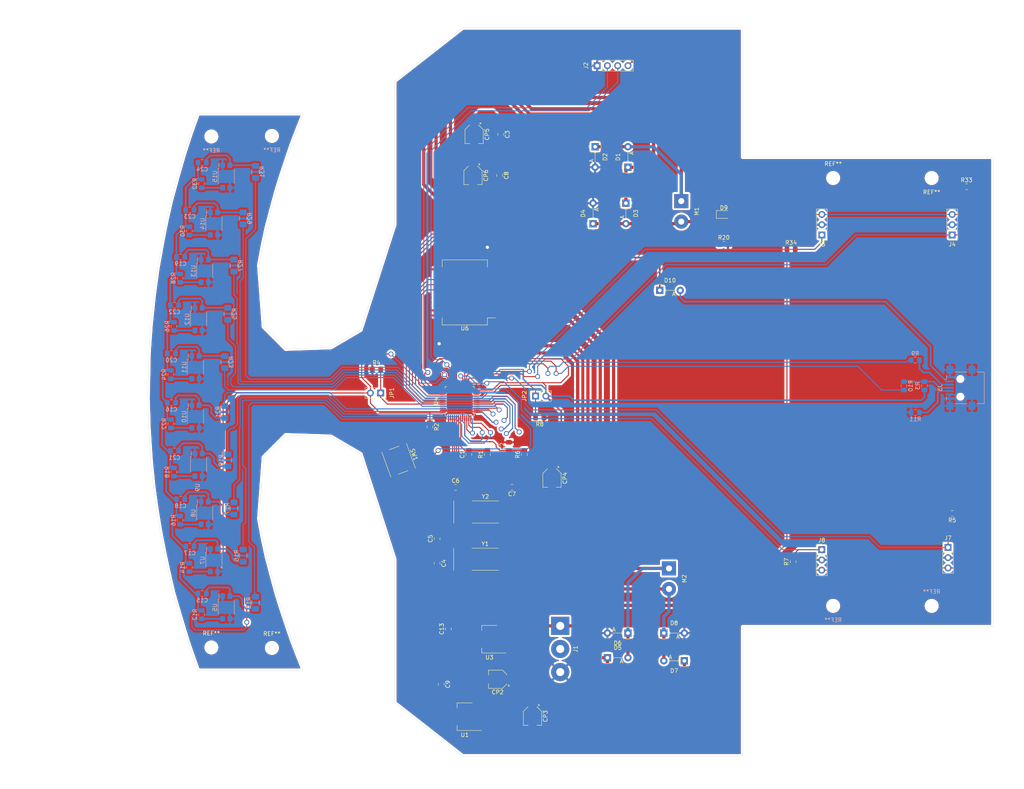
<source format=kicad_pcb>
(kicad_pcb (version 20171130) (host pcbnew "(5.1.2)-2")
  (layers (0 F.Cu signal) (31 B.Cu signal) (34 B.Paste user) (35 F.Paste user) (36 B.SilkS user) (37 F.SilkS user) (38 B.Mask user) (39 F.Mask user) (44 Edge.Cuts user))
  (net 0 "")
  (net 1 RST)
  (net 2 GND)
  (net 3 "Net-(C2-Pad1)")
  (net 4 +5V)
  (net 5 OSC32-IN)
  (net 6 OSC32-OUT)
  (net 7 OSC-IN)
  (net 8 OSC-OUT)
  (net 9 +7.5V)
  (net 10 +3V3)
  (net 11 "Net-(C15-Pad2)")
  (net 12 "Net-(C16-Pad2)")
  (net 13 "Net-(C17-Pad2)")
  (net 14 "Net-(C18-Pad2)")
  (net 15 "Net-(C19-Pad2)")
  (net 16 "Net-(C20-Pad2)")
  (net 17 "Net-(C21-Pad2)")
  (net 18 "Net-(C22-Pad2)")
  (net 19 "Net-(C23-Pad2)")
  (net 20 "Net-(C24-Pad2)")
  (net 21 "Net-(D1-Pad2)")
  (net 22 "Net-(D3-Pad2)")
  (net 23 "Net-(D5-Pad2)")
  (net 24 "Net-(D7-Pad2)")
  (net 25 "Net-(D9-Pad1)")
  (net 26 EXT_VCC)
  (net 27 "Net-(J1-Pad2)")
  (net 28 CLK)
  (net 29 DIO)
  (net 30 "Net-(J3-Pad2)")
  (net 31 "Net-(J3-Pad3)")
  (net 32 "Net-(J3-Pad4)")
  (net 33 H3)
  (net 34 H4)
  (net 35 H2)
  (net 36 H1)
  (net 37 BOOT0)
  (net 38 BOOT1)
  (net 39 "Net-(R2-Pad2)")
  (net 40 PA11)
  (net 41 PA12)
  (net 42 "Net-(R12-Pad2)")
  (net 43 S7)
  (net 44 "Net-(R14-Pad2)")
  (net 45 S8)
  (net 46 "Net-(R16-Pad2)")
  (net 47 S9)
  (net 48 "Net-(R18-Pad2)")
  (net 49 S10)
  (net 50 S6)
  (net 51 "Net-(R22-Pad2)")
  (net 52 S5)
  (net 53 "Net-(R24-Pad2)")
  (net 54 S4)
  (net 55 "Net-(R26-Pad2)")
  (net 56 S3)
  (net 57 "Net-(R28-Pad2)")
  (net 58 S2)
  (net 59 "Net-(R30-Pad2)")
  (net 60 S1)
  (net 61 "Net-(R32-Pad2)")
  (net 62 "Net-(U4-Pad2)")
  (net 63 EnA)
  (net 64 EnB)
  (net 65 M2IN2)
  (net 66 M2IN1)
  (net 67 M1IN2)
  (net 68 M1IN1)
  (net 69 "Net-(U6-Pad3)")
  (net 70 "Net-(U6-Pad18)")
  (net 71 "Net-(SW1-Pad1)")
  (net 72 "Net-(U4-Pad45)")
  (net 73 "Net-(U4-Pad46)")
  (net 74 "Net-(U4-Pad21)")
  (net 75 "Net-(U4-Pad22)")
  (net 76 "Net-(U4-Pad30)")
  (net 77 "Net-(U4-Pad31)")
  (module MountingHole:MountingHole_2.5mm (layer B.Cu) (at 224.536 158.369)
    (fp_text reference REF** (at 0 3.5) (layer B.SilkS) (effects (justify mirror)))
    (fp_text value MountingHole_2.5mm)
    (pad 1 np_thru_hole circle (at 0 0) (size 2.5 2.5) (drill 2.5) (layers *.Cu *.Mask))
  )
  (module MountingHole:MountingHole_2.5mm (layer B.Cu) (at 248.92 158.369 180)
    (fp_text reference REF** (at 0 3.5) (layer B.SilkS) (effects (justify mirror)))
    (fp_text value MountingHole_2.5mm)
    (pad 1 np_thru_hole circle (at 0 0 180) (size 2.5 2.5) (drill 2.5) (layers *.Cu *.Mask))
  )
  (module Resistor_SMD:R_1206_3216Metric_Pad1.42x1.75mm_HandSolder (layer B.Cu) (at 81.534 157.598 270)
    (fp_text reference R13 (at 0 1.65 90) (layer B.SilkS) (effects (justify mirror)))
    (fp_text value 220)
    (pad 2 smd roundrect (at 1.4875 0 270) (size 1.425 1.75) (layers B.Cu B.Paste B.Mask) (roundrect_rratio 0.175439) (net 11 "Net-(C15-Pad2)"))
    (pad 1 smd roundrect (at -1.4875 0 270) (size 1.425 1.75) (layers B.Cu B.Paste B.Mask) (roundrect_rratio 0.175439) (net 60 S1))
  )
  (module Resistor_SMD:R_1206_3216Metric_Pad1.42x1.75mm_HandSolder (layer B.Cu) (at 78.486 145.932 270)
    (fp_text reference R15 (at 0 1.65 90) (layer B.SilkS) (effects (justify mirror)))
    (fp_text value 220)
    (pad 2 smd roundrect (at 1.4875 0 270) (size 1.425 1.75) (layers B.Cu B.Paste B.Mask) (roundrect_rratio 0.175439) (net 13 "Net-(C17-Pad2)"))
    (pad 1 smd roundrect (at -1.4875 0 270) (size 1.425 1.75) (layers B.Cu B.Paste B.Mask) (roundrect_rratio 0.175439) (net 58 S2))
  )
  (module Resistor_SMD:R_1206_3216Metric_Pad1.42x1.75mm_HandSolder (layer B.Cu) (at 76.2 134.248 270)
    (fp_text reference R17 (at 0 1.65 90) (layer B.SilkS) (effects (justify mirror)))
    (fp_text value 220)
    (pad 2 smd roundrect (at 1.4875 0 270) (size 1.425 1.75) (layers B.Cu B.Paste B.Mask) (roundrect_rratio 0.175439) (net 14 "Net-(C18-Pad2)"))
    (pad 1 smd roundrect (at -1.4875 0 270) (size 1.425 1.75) (layers B.Cu B.Paste B.Mask) (roundrect_rratio 0.175439) (net 56 S3))
  )
  (module Resistor_SMD:R_1206_3216Metric_Pad1.42x1.75mm_HandSolder (layer B.Cu) (at 74.676 122.31 270)
    (fp_text reference R19 (at 0 1.65 90) (layer B.SilkS) (effects (justify mirror)))
    (fp_text value 220)
    (pad 2 smd roundrect (at 1.4875 0 270) (size 1.425 1.75) (layers B.Cu B.Paste B.Mask) (roundrect_rratio 0.175439) (net 17 "Net-(C21-Pad2)"))
    (pad 1 smd roundrect (at -1.4875 0 270) (size 1.425 1.75) (layers B.Cu B.Paste B.Mask) (roundrect_rratio 0.175439) (net 54 S4))
  )
  (module Resistor_SMD:R_1206_3216Metric_Pad1.42x1.75mm_HandSolder (layer B.Cu) (at 81.534 50.936 90)
    (fp_text reference R31 (at 0 1.65 90) (layer B.SilkS) (effects (justify mirror)))
    (fp_text value 220)
    (pad 2 smd roundrect (at 1.4875 0 90) (size 1.425 1.75) (layers B.Cu B.Paste B.Mask) (roundrect_rratio 0.175439) (net 20 "Net-(C24-Pad2)"))
    (pad 1 smd roundrect (at -1.4875 0 90) (size 1.425 1.75) (layers B.Cu B.Paste B.Mask) (roundrect_rratio 0.175439) (net 47 S9))
  )
  (module Resistor_SMD:R_1206_3216Metric_Pad1.42x1.75mm_HandSolder (layer B.Cu) (at 78.486 62.4475 90)
    (fp_text reference R29 (at 0 1.65 90) (layer B.SilkS) (effects (justify mirror)))
    (fp_text value 220)
    (pad 2 smd roundrect (at 1.4875 0 90) (size 1.425 1.75) (layers B.Cu B.Paste B.Mask) (roundrect_rratio 0.175439) (net 19 "Net-(C23-Pad2)"))
    (pad 1 smd roundrect (at -1.4875 0 90) (size 1.425 1.75) (layers B.Cu B.Paste B.Mask) (roundrect_rratio 0.175439) (net 49 S10))
  )
  (module Resistor_SMD:R_1206_3216Metric_Pad1.42x1.75mm_HandSolder (layer B.Cu) (at 76.2 74.1315 90)
    (fp_text reference R27 (at 0 1.65 90) (layer B.SilkS) (effects (justify mirror)))
    (fp_text value 220)
    (pad 2 smd roundrect (at 1.4875 0 90) (size 1.425 1.75) (layers B.Cu B.Paste B.Mask) (roundrect_rratio 0.175439) (net 15 "Net-(C19-Pad2)"))
    (pad 1 smd roundrect (at -1.4875 0 90) (size 1.425 1.75) (layers B.Cu B.Paste B.Mask) (roundrect_rratio 0.175439) (net 52 S5))
  )
  (module Resistor_SMD:R_1206_3216Metric_Pad1.42x1.75mm_HandSolder (layer B.Cu) (at 74.676 86.0695 90)
    (fp_text reference R25 (at 0 1.65 90) (layer B.SilkS) (effects (justify mirror)))
    (fp_text value 220)
    (pad 2 smd roundrect (at 1.4875 0 90) (size 1.425 1.75) (layers B.Cu B.Paste B.Mask) (roundrect_rratio 0.175439) (net 18 "Net-(C22-Pad2)"))
    (pad 1 smd roundrect (at -1.4875 0 90) (size 1.425 1.75) (layers B.Cu B.Paste B.Mask) (roundrect_rratio 0.175439) (net 50 S6))
  )
  (module Resistor_SMD:R_1206_3216Metric_Pad1.42x1.75mm_HandSolder (layer B.Cu) (at 73.914 98.0075 90)
    (fp_text reference R23 (at 0 1.65 90) (layer B.SilkS) (effects (justify mirror)))
    (fp_text value 220)
    (pad 2 smd roundrect (at 1.4875 0 90) (size 1.425 1.75) (layers B.Cu B.Paste B.Mask) (roundrect_rratio 0.175439) (net 16 "Net-(C20-Pad2)"))
    (pad 1 smd roundrect (at -1.4875 0 90) (size 1.425 1.75) (layers B.Cu B.Paste B.Mask) (roundrect_rratio 0.175439) (net 43 S7))
  )
  (module Package_QFP:LQFP-48_7x7mm_P0.5mm (layer F.Cu) (at 132.08 107.696 90)
    (fp_text reference U4 (at 0 -5.85 90) (layer F.SilkS))
    (fp_text value STM32F103C8Tx)
    (pad 1 smd roundrect (at -4.1625 -2.75 90) (size 1.475 0.3) (layers F.Cu F.Paste F.Mask) (net 39 "Net-(R2-Pad2)"))
    (pad 2 smd roundrect (at -4.1625 -2.25 90) (size 1.475 0.3) (layers F.Cu F.Paste F.Mask) (net 62 "Net-(U4-Pad2)"))
    (pad 3 smd roundrect (at -4.1625 -1.75 90) (size 1.475 0.3) (layers F.Cu F.Paste F.Mask) (net 5 OSC32-IN))
    (pad 4 smd roundrect (at -4.1625 -1.25 90) (size 1.475 0.3) (layers F.Cu F.Paste F.Mask) (net 6 OSC32-OUT))
    (pad 5 smd roundrect (at -4.1625 -0.75 90) (size 1.475 0.3) (layers F.Cu F.Paste F.Mask) (net 7 OSC-IN))
    (pad 6 smd roundrect (at -4.1625 -0.25 90) (size 1.475 0.3) (layers F.Cu F.Paste F.Mask) (net 8 OSC-OUT))
    (pad 7 smd roundrect (at -4.1625 0.25 90) (size 1.475 0.3) (layers F.Cu F.Paste F.Mask) (net 1 RST))
    (pad 8 smd roundrect (at -4.1625 0.75 90) (size 1.475 0.3) (layers F.Cu F.Paste F.Mask) (net 2 GND))
    (pad 9 smd roundrect (at -4.1625 1.25 90) (size 1.475 0.3) (layers F.Cu F.Paste F.Mask) (net 3 "Net-(C2-Pad1)"))
    (pad 10 smd roundrect (at -4.1625 1.75 90) (size 1.475 0.3) (layers F.Cu F.Paste F.Mask) (net 56 S3))
    (pad 11 smd roundrect (at -4.1625 2.25 90) (size 1.475 0.3) (layers F.Cu F.Paste F.Mask) (net 58 S2))
    (pad 12 smd roundrect (at -4.1625 2.75 90) (size 1.475 0.3) (layers F.Cu F.Paste F.Mask) (net 60 S1))
    (pad 13 smd roundrect (at -2.75 4.1625 90) (size 0.3 1.475) (layers F.Cu F.Paste F.Mask) (net 54 S4))
    (pad 14 smd roundrect (at -2.25 4.1625 90) (size 0.3 1.475) (layers F.Cu F.Paste F.Mask) (net 45 S8))
    (pad 15 smd roundrect (at -1.75 4.1625 90) (size 0.3 1.475) (layers F.Cu F.Paste F.Mask) (net 43 S7))
    (pad 16 smd roundrect (at -1.25 4.1625 90) (size 0.3 1.475) (layers F.Cu F.Paste F.Mask) (net 50 S6))
    (pad 17 smd roundrect (at -0.75 4.1625 90) (size 0.3 1.475) (layers F.Cu F.Paste F.Mask) (net 52 S5))
    (pad 18 smd roundrect (at -0.25 4.1625 90) (size 0.3 1.475) (layers F.Cu F.Paste F.Mask) (net 49 S10))
    (pad 19 smd roundrect (at 0.25 4.1625 90) (size 0.3 1.475) (layers F.Cu F.Paste F.Mask) (net 47 S9))
    (pad 20 smd roundrect (at 0.75 4.1625 90) (size 0.3 1.475) (layers F.Cu F.Paste F.Mask) (net 38 BOOT1))
    (pad 21 smd roundrect (at 1.25 4.1625 90) (size 0.3 1.475) (layers F.Cu F.Paste F.Mask) (net 74 "Net-(U4-Pad21)"))
    (pad 22 smd roundrect (at 1.75 4.1625 90) (size 0.3 1.475) (layers F.Cu F.Paste F.Mask) (net 75 "Net-(U4-Pad22)"))
    (pad 23 smd roundrect (at 2.25 4.1625 90) (size 0.3 1.475) (layers F.Cu F.Paste F.Mask) (net 2 GND))
    (pad 24 smd roundrect (at 2.75 4.1625 90) (size 0.3 1.475) (layers F.Cu F.Paste F.Mask) (net 10 +3V3))
    (pad 25 smd roundrect (at 4.1625 2.75 90) (size 1.475 0.3) (layers F.Cu F.Paste F.Mask) (net 36 H1))
    (pad 26 smd roundrect (at 4.1625 2.25 90) (size 1.475 0.3) (layers F.Cu F.Paste F.Mask) (net 35 H2))
    (pad 27 smd roundrect (at 4.1625 1.75 90) (size 1.475 0.3) (layers F.Cu F.Paste F.Mask) (net 33 H3))
    (pad 28 smd roundrect (at 4.1625 1.25 90) (size 1.475 0.3) (layers F.Cu F.Paste F.Mask) (net 34 H4))
    (pad 29 smd roundrect (at 4.1625 0.75 90) (size 1.475 0.3) (layers F.Cu F.Paste F.Mask) (net 71 "Net-(SW1-Pad1)"))
    (pad 30 smd roundrect (at 4.1625 0.25 90) (size 1.475 0.3) (layers F.Cu F.Paste F.Mask) (net 76 "Net-(U4-Pad30)"))
    (pad 31 smd roundrect (at 4.1625 -0.25 90) (size 1.475 0.3) (layers F.Cu F.Paste F.Mask) (net 77 "Net-(U4-Pad31)"))
    (pad 32 smd roundrect (at 4.1625 -0.75 90) (size 1.475 0.3) (layers F.Cu F.Paste F.Mask) (net 40 PA11))
    (pad 33 smd roundrect (at 4.1625 -1.25 90) (size 1.475 0.3) (layers F.Cu F.Paste F.Mask) (net 41 PA12))
    (pad 34 smd roundrect (at 4.1625 -1.75 90) (size 1.475 0.3) (layers F.Cu F.Paste F.Mask) (net 29 DIO))
    (pad 35 smd roundrect (at 4.1625 -2.25 90) (size 1.475 0.3) (layers F.Cu F.Paste F.Mask) (net 2 GND))
    (pad 36 smd roundrect (at 4.1625 -2.75 90) (size 1.475 0.3) (layers F.Cu F.Paste F.Mask) (net 10 +3V3))
    (pad 37 smd roundrect (at 2.75 -4.1625 90) (size 0.3 1.475) (layers F.Cu F.Paste F.Mask) (net 28 CLK))
    (pad 38 smd roundrect (at 2.25 -4.1625 90) (size 0.3 1.475) (layers F.Cu F.Paste F.Mask) (net 65 M2IN2))
    (pad 39 smd roundrect (at 1.75 -4.1625 90) (size 0.3 1.475) (layers F.Cu F.Paste F.Mask) (net 64 EnB))
    (pad 40 smd roundrect (at 1.25 -4.1625 90) (size 0.3 1.475) (layers F.Cu F.Paste F.Mask) (net 66 M2IN1))
    (pad 41 smd roundrect (at 0.75 -4.1625 90) (size 0.3 1.475) (layers F.Cu F.Paste F.Mask) (net 63 EnA))
    (pad 42 smd roundrect (at 0.25 -4.1625 90) (size 0.3 1.475) (layers F.Cu F.Paste F.Mask) (net 67 M1IN2))
    (pad 43 smd roundrect (at -0.25 -4.1625 90) (size 0.3 1.475) (layers F.Cu F.Paste F.Mask) (net 68 M1IN1))
    (pad 44 smd roundrect (at -0.75 -4.1625 90) (size 0.3 1.475) (layers F.Cu F.Paste F.Mask) (net 37 BOOT0))
    (pad 45 smd roundrect (at -1.25 -4.1625 90) (size 0.3 1.475) (layers F.Cu F.Paste F.Mask) (net 72 "Net-(U4-Pad45)"))
    (pad 46 smd roundrect (at -1.75 -4.1625 90) (size 0.3 1.475) (layers F.Cu F.Paste F.Mask) (net 73 "Net-(U4-Pad46)"))
    (pad 47 smd roundrect (at -2.25 -4.1625 90) (size 0.3 1.475) (layers F.Cu F.Paste F.Mask) (net 2 GND))
    (pad 48 smd roundrect (at -2.75 -4.1625 90) (size 0.3 1.475) (layers F.Cu F.Paste F.Mask) (net 10 +3V3))
  )
  (module Resistor_SMD:R_1206_3216Metric_Pad1.42x1.75mm_HandSolder (layer B.Cu) (at 73.914 110.372 270)
    (fp_text reference R21 (at 0 1.65 90) (layer B.SilkS) (effects (justify mirror)))
    (fp_text value 220)
    (pad 2 smd roundrect (at 1.4875 0 270) (size 1.425 1.75) (layers B.Cu B.Paste B.Mask) (roundrect_rratio 0.175439) (net 12 "Net-(C16-Pad2)"))
    (pad 1 smd roundrect (at -1.4875 0 270) (size 1.425 1.75) (layers B.Cu B.Paste B.Mask) (roundrect_rratio 0.175439) (net 45 S8))
  )
  (module MountingHole:MountingHole_2.5mm (layer B.Cu) (at 85.598 42.037)
    (fp_text reference REF** (at 0 3.5) (layer B.SilkS) (effects (justify mirror)))
    (fp_text value MountingHole_2.5mm)
    (pad 1 np_thru_hole circle (at 0 0) (size 2.5 2.5) (drill 2.5) (layers *.Cu *.Mask))
  )
  (module MountingHole:MountingHole_2.5mm (layer B.Cu) (at 70.612 42.164)
    (fp_text reference REF** (at 0 3.5) (layer B.SilkS) (effects (justify mirror)))
    (fp_text value MountingHole_2.5mm)
    (pad 1 np_thru_hole circle (at 0 0) (size 2.5 2.5) (drill 2.5) (layers *.Cu *.Mask))
  )
  (module MountingHole:MountingHole_2.5mm (layer F.Cu) (at 85.598 168.783)
    (fp_text reference REF** (at 0 -3.5) (layer F.SilkS))
    (fp_text value MountingHole_2.5mm)
    (pad 1 np_thru_hole circle (at 0 0) (size 2.5 2.5) (drill 2.5) (layers *.Cu *.Mask))
  )
  (module MountingHole:MountingHole_2.5mm (layer F.Cu) (at 70.612 168.656)
    (fp_text reference REF** (at 0 -3.5) (layer F.SilkS))
    (fp_text value MountingHole_2.5mm)
    (pad 1 np_thru_hole circle (at 0 0) (size 2.5 2.5) (drill 2.5) (layers *.Cu *.Mask))
  )
  (module OptoDevice:Everlight_ITR8307 (layer B.Cu) (at 74.295 158.75)
    (fp_text reference U5 (at -2.8 0 90) (layer B.SilkS) (effects (justify mirror)))
    (fp_text value ITR8307)
    (pad 3 smd roundrect (at 0.9 -2.8) (size 1.2 1.4) (layers B.Cu B.Paste B.Mask) (roundrect_rratio 0.2) (net 11 "Net-(C15-Pad2)"))
    (pad 1 smd roundrect (at -0.9 -2.8) (size 1.2 1.4) (layers B.Cu B.Paste B.Mask) (roundrect_rratio 0.2) (net 2 GND))
    (pad 2 smd roundrect (at -0.9 2.8) (size 1.2 1.4) (layers B.Cu B.Paste B.Mask) (roundrect_rratio 0.2) (net 42 "Net-(R12-Pad2)"))
    (pad 4 smd roundrect (at 0.9 2.8) (size 1.2 1.4) (layers B.Cu B.Paste B.Mask) (roundrect_rratio 0.2) (net 2 GND))
  )
  (module OptoDevice:Everlight_ITR8307 (layer B.Cu) (at 71.247 147.066)
    (fp_text reference U7 (at -2.8 0 90) (layer B.SilkS) (effects (justify mirror)))
    (fp_text value ITR8307)
    (pad 3 smd roundrect (at 0.9 -2.8) (size 1.2 1.4) (layers B.Cu B.Paste B.Mask) (roundrect_rratio 0.2) (net 13 "Net-(C17-Pad2)"))
    (pad 1 smd roundrect (at -0.9 -2.8) (size 1.2 1.4) (layers B.Cu B.Paste B.Mask) (roundrect_rratio 0.2) (net 2 GND))
    (pad 2 smd roundrect (at -0.9 2.8) (size 1.2 1.4) (layers B.Cu B.Paste B.Mask) (roundrect_rratio 0.2) (net 44 "Net-(R14-Pad2)"))
    (pad 4 smd roundrect (at 0.9 2.8) (size 1.2 1.4) (layers B.Cu B.Paste B.Mask) (roundrect_rratio 0.2) (net 2 GND))
  )
  (module OptoDevice:Everlight_ITR8307 (layer B.Cu) (at 68.961 135.382)
    (fp_text reference U8 (at -2.8 0 90) (layer B.SilkS) (effects (justify mirror)))
    (fp_text value ITR8307)
    (pad 4 smd roundrect (at 0.9 2.8) (size 1.2 1.4) (layers B.Cu B.Paste B.Mask) (roundrect_rratio 0.2) (net 2 GND))
    (pad 2 smd roundrect (at -0.9 2.8) (size 1.2 1.4) (layers B.Cu B.Paste B.Mask) (roundrect_rratio 0.2) (net 46 "Net-(R16-Pad2)"))
    (pad 1 smd roundrect (at -0.9 -2.8) (size 1.2 1.4) (layers B.Cu B.Paste B.Mask) (roundrect_rratio 0.2) (net 2 GND))
    (pad 3 smd roundrect (at 0.9 -2.8) (size 1.2 1.4) (layers B.Cu B.Paste B.Mask) (roundrect_rratio 0.2) (net 14 "Net-(C18-Pad2)"))
  )
  (module OptoDevice:Everlight_ITR8307 (layer B.Cu) (at 67.437 123.444)
    (fp_text reference U9 (at -0.254 5.588 90) (layer B.SilkS) (effects (justify mirror)))
    (fp_text value ITR8307)
    (pad 3 smd roundrect (at 0.9 -2.8) (size 1.2 1.4) (layers B.Cu B.Paste B.Mask) (roundrect_rratio 0.2) (net 17 "Net-(C21-Pad2)"))
    (pad 1 smd roundrect (at -0.9 -2.8) (size 1.2 1.4) (layers B.Cu B.Paste B.Mask) (roundrect_rratio 0.2) (net 2 GND))
    (pad 2 smd roundrect (at -0.9 2.8) (size 1.2 1.4) (layers B.Cu B.Paste B.Mask) (roundrect_rratio 0.2) (net 48 "Net-(R18-Pad2)"))
    (pad 4 smd roundrect (at 0.9 2.8) (size 1.2 1.4) (layers B.Cu B.Paste B.Mask) (roundrect_rratio 0.2) (net 2 GND))
  )
  (module OptoDevice:Everlight_ITR8307 (layer B.Cu) (at 66.675 111.506)
    (fp_text reference U10 (at -2.8 0 90) (layer B.SilkS) (effects (justify mirror)))
    (fp_text value ITR8307)
    (pad 3 smd roundrect (at 0.9 -2.8) (size 1.2 1.4) (layers B.Cu B.Paste B.Mask) (roundrect_rratio 0.2) (net 12 "Net-(C16-Pad2)"))
    (pad 1 smd roundrect (at -0.9 -2.8) (size 1.2 1.4) (layers B.Cu B.Paste B.Mask) (roundrect_rratio 0.2) (net 2 GND))
    (pad 2 smd roundrect (at -0.9 2.8) (size 1.2 1.4) (layers B.Cu B.Paste B.Mask) (roundrect_rratio 0.2) (net 51 "Net-(R22-Pad2)"))
    (pad 4 smd roundrect (at 0.9 2.8) (size 1.2 1.4) (layers B.Cu B.Paste B.Mask) (roundrect_rratio 0.2) (net 2 GND))
  )
  (module OptoDevice:Everlight_ITR8307 (layer B.Cu) (at 66.675 99.314)
    (fp_text reference U11 (at -2.8 0 90) (layer B.SilkS) (effects (justify mirror)))
    (fp_text value ITR8307)
    (pad 4 smd roundrect (at 0.9 2.8) (size 1.2 1.4) (layers B.Cu B.Paste B.Mask) (roundrect_rratio 0.2) (net 2 GND))
    (pad 2 smd roundrect (at -0.9 2.8) (size 1.2 1.4) (layers B.Cu B.Paste B.Mask) (roundrect_rratio 0.2) (net 53 "Net-(R24-Pad2)"))
    (pad 1 smd roundrect (at -0.9 -2.8) (size 1.2 1.4) (layers B.Cu B.Paste B.Mask) (roundrect_rratio 0.2) (net 2 GND))
    (pad 3 smd roundrect (at 0.9 -2.8) (size 1.2 1.4) (layers B.Cu B.Paste B.Mask) (roundrect_rratio 0.2) (net 16 "Net-(C20-Pad2)"))
  )
  (module OptoDevice:Everlight_ITR8307 (layer B.Cu) (at 67.443 87.387)
    (fp_text reference U12 (at -2.8 0 90) (layer B.SilkS) (effects (justify mirror)))
    (fp_text value ITR8307)
    (pad 3 smd roundrect (at 0.9 -2.8) (size 1.2 1.4) (layers B.Cu B.Paste B.Mask) (roundrect_rratio 0.2) (net 18 "Net-(C22-Pad2)"))
    (pad 1 smd roundrect (at -0.9 -2.8) (size 1.2 1.4) (layers B.Cu B.Paste B.Mask) (roundrect_rratio 0.2) (net 2 GND))
    (pad 2 smd roundrect (at -0.9 2.8) (size 1.2 1.4) (layers B.Cu B.Paste B.Mask) (roundrect_rratio 0.2) (net 55 "Net-(R26-Pad2)"))
    (pad 4 smd roundrect (at 0.9 2.8) (size 1.2 1.4) (layers B.Cu B.Paste B.Mask) (roundrect_rratio 0.2) (net 2 GND))
  )
  (module OptoDevice:Everlight_ITR8307 (layer B.Cu) (at 68.967 75.449)
    (fp_text reference U13 (at -2.8 0 90) (layer B.SilkS) (effects (justify mirror)))
    (fp_text value ITR8307)
    (pad 4 smd roundrect (at 0.9 2.8) (size 1.2 1.4) (layers B.Cu B.Paste B.Mask) (roundrect_rratio 0.2) (net 2 GND))
    (pad 2 smd roundrect (at -0.9 2.8) (size 1.2 1.4) (layers B.Cu B.Paste B.Mask) (roundrect_rratio 0.2) (net 57 "Net-(R28-Pad2)"))
    (pad 1 smd roundrect (at -0.9 -2.8) (size 1.2 1.4) (layers B.Cu B.Paste B.Mask) (roundrect_rratio 0.2) (net 2 GND))
    (pad 3 smd roundrect (at 0.9 -2.8) (size 1.2 1.4) (layers B.Cu B.Paste B.Mask) (roundrect_rratio 0.2) (net 15 "Net-(C19-Pad2)"))
  )
  (module OptoDevice:Everlight_ITR8307 (layer B.Cu) (at 71.247 63.754)
    (fp_text reference U14 (at -2.8 0 90) (layer B.SilkS) (effects (justify mirror)))
    (fp_text value ITR8307)
    (pad 4 smd roundrect (at 0.9 2.8) (size 1.2 1.4) (layers B.Cu B.Paste B.Mask) (roundrect_rratio 0.2) (net 2 GND))
    (pad 2 smd roundrect (at -0.9 2.8) (size 1.2 1.4) (layers B.Cu B.Paste B.Mask) (roundrect_rratio 0.2) (net 59 "Net-(R30-Pad2)"))
    (pad 1 smd roundrect (at -0.9 -2.8) (size 1.2 1.4) (layers B.Cu B.Paste B.Mask) (roundrect_rratio 0.2) (net 2 GND))
    (pad 3 smd roundrect (at 0.9 -2.8) (size 1.2 1.4) (layers B.Cu B.Paste B.Mask) (roundrect_rratio 0.2) (net 19 "Net-(C23-Pad2)"))
  )
  (module OptoDevice:Everlight_ITR8307 (layer B.Cu) (at 74.295 52.07)
    (fp_text reference U15 (at -2.8 0 90) (layer B.SilkS) (effects (justify mirror)))
    (fp_text value ITR8307)
    (pad 4 smd roundrect (at 0.9 2.8) (size 1.2 1.4) (layers B.Cu B.Paste B.Mask) (roundrect_rratio 0.2) (net 2 GND))
    (pad 2 smd roundrect (at -0.9 2.8) (size 1.2 1.4) (layers B.Cu B.Paste B.Mask) (roundrect_rratio 0.2) (net 61 "Net-(R32-Pad2)"))
    (pad 1 smd roundrect (at -0.9 -2.8) (size 1.2 1.4) (layers B.Cu B.Paste B.Mask) (roundrect_rratio 0.2) (net 2 GND))
    (pad 3 smd roundrect (at 0.9 -2.8) (size 1.2 1.4) (layers B.Cu B.Paste B.Mask) (roundrect_rratio 0.2) (net 20 "Net-(C24-Pad2)"))
  )
  (module MountingHole:MountingHole_2.5mm (layer F.Cu) (at 248.92 52.451 180)
    (fp_text reference REF** (at 0 -3.5) (layer F.SilkS))
    (fp_text value MountingHole_2.5mm)
    (pad 1 np_thru_hole circle (at 0 0 180) (size 2.5 2.5) (drill 2.5) (layers *.Cu *.Mask))
  )
  (module MountingHole:MountingHole_2.5mm (layer F.Cu) (at 224.536 52.451)
    (fp_text reference REF** (at 0 -3.5) (layer F.SilkS))
    (fp_text value MountingHole_2.5mm)
    (pad 1 np_thru_hole circle (at 0 0) (size 2.5 2.5) (drill 2.5) (layers *.Cu *.Mask))
  )
  (module Capacitor_SMD:C_0805_2012Metric_Pad1.15x1.40mm_HandSolder (layer F.Cu) (at 134.366 120.904 90)
    (fp_text reference C1 (at 0 -1.65 90) (layer F.SilkS))
    (fp_text value 100n)
    (pad 2 smd roundrect (at 1.025 0 90) (size 1.15 1.4) (layers F.Cu F.Paste F.Mask) (roundrect_rratio 0.217391) (net 1 RST))
    (pad 1 smd roundrect (at -1.025 0 90) (size 1.15 1.4) (layers F.Cu F.Paste F.Mask) (roundrect_rratio 0.217391) (net 2 GND))
  )
  (module Button_Switch_SMD:SW_Push_1P1T_NO_6x6mm_H9.5mm (layer F.Cu) (at 116.967 122.301 290)
    (fp_text reference SW1 (at 0 -4.05 110) (layer F.SilkS))
    (fp_text value SW_Push)
    (pad 2 smd rect (at 3.975 2.25 290) (size 1.55 1.3) (layers F.Cu F.Paste F.Mask) (net 2 GND))
    (pad 1 smd rect (at 3.975 -2.25 290) (size 1.55 1.3) (layers F.Cu F.Paste F.Mask) (net 71 "Net-(SW1-Pad1)"))
    (pad 1 smd rect (at -3.975 -2.25 290) (size 1.55 1.3) (layers F.Cu F.Paste F.Mask) (net 71 "Net-(SW1-Pad1)"))
    (pad 2 smd rect (at -3.975 2.25 290) (size 1.55 1.3) (layers F.Cu F.Paste F.Mask) (net 2 GND))
  )
  (module Capacitor_SMD:C_0805_2012Metric_Pad1.15x1.40mm_HandSolder (layer F.Cu) (at 144.272 118.881 90)
    (fp_text reference C2 (at 0 -1.65 90) (layer F.SilkS))
    (fp_text value 100n)
    (pad 1 smd roundrect (at -1.025 0 90) (size 1.15 1.4) (layers F.Cu F.Paste F.Mask) (roundrect_rratio 0.217391) (net 3 "Net-(C2-Pad1)"))
    (pad 2 smd roundrect (at 1.025 0 90) (size 1.15 1.4) (layers F.Cu F.Paste F.Mask) (roundrect_rratio 0.217391) (net 2 GND))
  )
  (module Capacitor_SMD:C_0805_2012Metric_Pad1.15x1.40mm_HandSolder (layer F.Cu) (at 142.24 41.656 270)
    (fp_text reference C3 (at 0 -1.65 90) (layer F.SilkS))
    (fp_text value 100n)
    (pad 1 smd roundrect (at -1.025 0 270) (size 1.15 1.4) (layers F.Cu F.Paste F.Mask) (roundrect_rratio 0.217391) (net 4 +5V))
    (pad 2 smd roundrect (at 1.025 0 270) (size 1.15 1.4) (layers F.Cu F.Paste F.Mask) (roundrect_rratio 0.217391) (net 2 GND))
  )
  (module Capacitor_SMD:C_0805_2012Metric_Pad1.15x1.40mm_HandSolder (layer F.Cu) (at 126.492 147.828 270)
    (fp_text reference C4 (at 0 -1.65 90) (layer F.SilkS))
    (fp_text value 10p)
    (pad 2 smd roundrect (at 1.025 0 270) (size 1.15 1.4) (layers F.Cu F.Paste F.Mask) (roundrect_rratio 0.217391) (net 2 GND))
    (pad 1 smd roundrect (at -1.025 0 270) (size 1.15 1.4) (layers F.Cu F.Paste F.Mask) (roundrect_rratio 0.217391) (net 5 OSC32-IN))
  )
  (module Capacitor_SMD:C_0805_2012Metric_Pad1.15x1.40mm_HandSolder (layer F.Cu) (at 126.492 141.732 90)
    (fp_text reference C5 (at 0 -1.65 90) (layer F.SilkS))
    (fp_text value 10p)
    (pad 2 smd roundrect (at 1.025 0 90) (size 1.15 1.4) (layers F.Cu F.Paste F.Mask) (roundrect_rratio 0.217391) (net 6 OSC32-OUT))
    (pad 1 smd roundrect (at -1.025 0 90) (size 1.15 1.4) (layers F.Cu F.Paste F.Mask) (roundrect_rratio 0.217391) (net 2 GND))
  )
  (module Capacitor_SMD:C_0805_2012Metric_Pad1.15x1.40mm_HandSolder (layer F.Cu) (at 131.064 129.032)
    (fp_text reference C6 (at 0 -1.65) (layer F.SilkS))
    (fp_text value 22p)
    (pad 1 smd roundrect (at -1.025 0) (size 1.15 1.4) (layers F.Cu F.Paste F.Mask) (roundrect_rratio 0.217391) (net 7 OSC-IN))
    (pad 2 smd roundrect (at 1.025 0) (size 1.15 1.4) (layers F.Cu F.Paste F.Mask) (roundrect_rratio 0.217391) (net 2 GND))
  )
  (module Capacitor_SMD:C_0805_2012Metric_Pad1.15x1.40mm_HandSolder (layer F.Cu) (at 145.025 129.032 180)
    (fp_text reference C7 (at 0 -1.65) (layer F.SilkS))
    (fp_text value 22p)
    (pad 1 smd roundrect (at -1.025 0 180) (size 1.15 1.4) (layers F.Cu F.Paste F.Mask) (roundrect_rratio 0.217391) (net 2 GND))
    (pad 2 smd roundrect (at 1.025 0 180) (size 1.15 1.4) (layers F.Cu F.Paste F.Mask) (roundrect_rratio 0.217391) (net 8 OSC-OUT))
  )
  (module Capacitor_SMD:C_0805_2012Metric_Pad1.15x1.40mm_HandSolder (layer F.Cu) (at 141.986 51.816 270)
    (fp_text reference C8 (at 0 -1.65 90) (layer F.SilkS))
    (fp_text value 100n)
    (pad 2 smd roundrect (at 1.025 0 270) (size 1.15 1.4) (layers F.Cu F.Paste F.Mask) (roundrect_rratio 0.217391) (net 2 GND))
    (pad 1 smd roundrect (at -1.025 0 270) (size 1.15 1.4) (layers F.Cu F.Paste F.Mask) (roundrect_rratio 0.217391) (net 9 +7.5V))
  )
  (module Capacitor_SMD:C_0805_2012Metric_Pad1.15x1.40mm_HandSolder (layer F.Cu) (at 127.508 177.791 270)
    (fp_text reference C9 (at 0 -1.65 90) (layer F.SilkS))
    (fp_text value 100n)
    (pad 2 smd roundrect (at 1.025 0 270) (size 1.15 1.4) (layers F.Cu F.Paste F.Mask) (roundrect_rratio 0.217391) (net 2 GND))
    (pad 1 smd roundrect (at -1.025 0 270) (size 1.15 1.4) (layers F.Cu F.Paste F.Mask) (roundrect_rratio 0.217391) (net 10 +3V3))
  )
  (module Capacitor_SMD:C_0805_2012Metric_Pad1.15x1.40mm_HandSolder (layer F.Cu) (at 129.286 164.075 90)
    (fp_text reference C13 (at 0 -1.65 90) (layer F.SilkS))
    (fp_text value 100n)
    (pad 2 smd roundrect (at 1.025 0 90) (size 1.15 1.4) (layers F.Cu F.Paste F.Mask) (roundrect_rratio 0.217391) (net 2 GND))
    (pad 1 smd roundrect (at -1.025 0 90) (size 1.15 1.4) (layers F.Cu F.Paste F.Mask) (roundrect_rratio 0.217391) (net 4 +5V))
  )
  (module Capacitor_SMD:C_0805_2012Metric_Pad1.15x1.40mm_HandSolder (layer B.Cu) (at 68.326 155.321)
    (fp_text reference C15 (at 0 1.65) (layer B.SilkS) (effects (justify mirror)))
    (fp_text value 10n)
    (pad 1 smd roundrect (at -1.025 0) (size 1.15 1.4) (layers B.Cu B.Paste B.Mask) (roundrect_rratio 0.217391) (net 10 +3V3))
    (pad 2 smd roundrect (at 1.025 0) (size 1.15 1.4) (layers B.Cu B.Paste B.Mask) (roundrect_rratio 0.217391) (net 11 "Net-(C15-Pad2)"))
  )
  (module Capacitor_SMD:C_0805_2012Metric_Pad1.15x1.40mm_HandSolder (layer B.Cu) (at 60.715 108.077)
    (fp_text reference C16 (at 0 1.65) (layer B.SilkS) (effects (justify mirror)))
    (fp_text value 10n)
    (pad 2 smd roundrect (at 1.025 0) (size 1.15 1.4) (layers B.Cu B.Paste B.Mask) (roundrect_rratio 0.217391) (net 12 "Net-(C16-Pad2)"))
    (pad 1 smd roundrect (at -1.025 0) (size 1.15 1.4) (layers B.Cu B.Paste B.Mask) (roundrect_rratio 0.217391) (net 10 +3V3))
  )
  (module Capacitor_SMD:C_0805_2012Metric_Pad1.15x1.40mm_HandSolder (layer B.Cu) (at 65.287 143.637)
    (fp_text reference C17 (at 0 1.65) (layer B.SilkS) (effects (justify mirror)))
    (fp_text value 10n)
    (pad 1 smd roundrect (at -1.025 0) (size 1.15 1.4) (layers B.Cu B.Paste B.Mask) (roundrect_rratio 0.217391) (net 10 +3V3))
    (pad 2 smd roundrect (at 1.025 0) (size 1.15 1.4) (layers B.Cu B.Paste B.Mask) (roundrect_rratio 0.217391) (net 13 "Net-(C17-Pad2)"))
  )
  (module Capacitor_SMD:C_0805_2012Metric_Pad1.15x1.40mm_HandSolder (layer B.Cu) (at 62.992 131.953)
    (fp_text reference C18 (at 0 1.65) (layer B.SilkS) (effects (justify mirror)))
    (fp_text value 10n)
    (pad 2 smd roundrect (at 1.025 0) (size 1.15 1.4) (layers B.Cu B.Paste B.Mask) (roundrect_rratio 0.217391) (net 14 "Net-(C18-Pad2)"))
    (pad 1 smd roundrect (at -1.025 0) (size 1.15 1.4) (layers B.Cu B.Paste B.Mask) (roundrect_rratio 0.217391) (net 10 +3V3))
  )
  (module Capacitor_SMD:C_0805_2012Metric_Pad1.15x1.40mm_HandSolder (layer B.Cu) (at 62.992 72.009)
    (fp_text reference C19 (at 0 1.65) (layer B.SilkS) (effects (justify mirror)))
    (fp_text value 10n)
    (pad 2 smd roundrect (at 1.025 0) (size 1.15 1.4) (layers B.Cu B.Paste B.Mask) (roundrect_rratio 0.217391) (net 15 "Net-(C19-Pad2)"))
    (pad 1 smd roundrect (at -1.025 0) (size 1.15 1.4) (layers B.Cu B.Paste B.Mask) (roundrect_rratio 0.217391) (net 10 +3V3))
  )
  (module Capacitor_SMD:C_0805_2012Metric_Pad1.15x1.40mm_HandSolder (layer B.Cu) (at 60.715 95.885)
    (fp_text reference C20 (at 0 1.65) (layer B.SilkS) (effects (justify mirror)))
    (fp_text value 10n)
    (pad 1 smd roundrect (at -1.025 0) (size 1.15 1.4) (layers B.Cu B.Paste B.Mask) (roundrect_rratio 0.217391) (net 10 +3V3))
    (pad 2 smd roundrect (at 1.025 0) (size 1.15 1.4) (layers B.Cu B.Paste B.Mask) (roundrect_rratio 0.217391) (net 16 "Net-(C20-Pad2)"))
  )
  (module Capacitor_SMD:C_0805_2012Metric_Pad1.15x1.40mm_HandSolder (layer B.Cu) (at 61.477 120.015)
    (fp_text reference C21 (at 0 1.65) (layer B.SilkS) (effects (justify mirror)))
    (fp_text value 10n)
    (pad 2 smd roundrect (at 1.025 0) (size 1.15 1.4) (layers B.Cu B.Paste B.Mask) (roundrect_rratio 0.217391) (net 17 "Net-(C21-Pad2)"))
    (pad 1 smd roundrect (at -1.025 0) (size 1.15 1.4) (layers B.Cu B.Paste B.Mask) (roundrect_rratio 0.217391) (net 10 +3V3))
  )
  (module Capacitor_SMD:C_0805_2012Metric_Pad1.15x1.40mm_HandSolder (layer B.Cu) (at 61.468 83.947)
    (fp_text reference C22 (at 0 1.65) (layer B.SilkS) (effects (justify mirror)))
    (fp_text value 10n)
    (pad 1 smd roundrect (at -1.025 0) (size 1.15 1.4) (layers B.Cu B.Paste B.Mask) (roundrect_rratio 0.217391) (net 10 +3V3))
    (pad 2 smd roundrect (at 1.025 0) (size 1.15 1.4) (layers B.Cu B.Paste B.Mask) (roundrect_rratio 0.217391) (net 18 "Net-(C22-Pad2)"))
  )
  (module Capacitor_SMD:C_0805_2012Metric_Pad1.15x1.40mm_HandSolder (layer B.Cu) (at 65.287 60.325)
    (fp_text reference C23 (at 0 1.65) (layer B.SilkS) (effects (justify mirror)))
    (fp_text value 10n)
    (pad 1 smd roundrect (at -1.025 0) (size 1.15 1.4) (layers B.Cu B.Paste B.Mask) (roundrect_rratio 0.217391) (net 10 +3V3))
    (pad 2 smd roundrect (at 1.025 0) (size 1.15 1.4) (layers B.Cu B.Paste B.Mask) (roundrect_rratio 0.217391) (net 19 "Net-(C23-Pad2)"))
  )
  (module Capacitor_SMD:C_0805_2012Metric_Pad1.15x1.40mm_HandSolder (layer B.Cu) (at 68.335 48.641)
    (fp_text reference C24 (at 0 1.65) (layer B.SilkS) (effects (justify mirror)))
    (fp_text value 10n)
    (pad 1 smd roundrect (at -1.025 0) (size 1.15 1.4) (layers B.Cu B.Paste B.Mask) (roundrect_rratio 0.217391) (net 10 +3V3))
    (pad 2 smd roundrect (at 1.025 0) (size 1.15 1.4) (layers B.Cu B.Paste B.Mask) (roundrect_rratio 0.217391) (net 20 "Net-(C24-Pad2)"))
  )
  (module Capacitor_SMD:CP_Elec_4x5.3 (layer F.Cu) (at 141.478 176.53 180)
    (fp_text reference CP2 (at 0 -3.2) (layer F.SilkS))
    (fp_text value 10uF)
    (pad 2 smd roundrect (at 1.8 0 180) (size 2.6 1.6) (layers F.Cu F.Paste F.Mask) (roundrect_rratio 0.15625) (net 2 GND))
    (pad 1 smd roundrect (at -1.8 0 180) (size 2.6 1.6) (layers F.Cu F.Paste F.Mask) (roundrect_rratio 0.15625) (net 9 +7.5V))
  )
  (module Capacitor_SMD:CP_Elec_4x5.3 (layer F.Cu) (at 150.114 185.674 270)
    (fp_text reference CP3 (at 0 -3.2 90) (layer F.SilkS))
    (fp_text value 10uF)
    (pad 1 smd roundrect (at -1.8 0 270) (size 2.6 1.6) (layers F.Cu F.Paste F.Mask) (roundrect_rratio 0.15625) (net 9 +7.5V))
    (pad 2 smd roundrect (at 1.8 0 270) (size 2.6 1.6) (layers F.Cu F.Paste F.Mask) (roundrect_rratio 0.15625) (net 2 GND))
  )
  (module Capacitor_SMD:CP_Elec_4x5.3 (layer F.Cu) (at 154.94 126.746 270)
    (fp_text reference CP4 (at 0 -3.2 90) (layer F.SilkS))
    (fp_text value 220uF)
    (pad 1 smd roundrect (at -1.8 0 270) (size 2.6 1.6) (layers F.Cu F.Paste F.Mask) (roundrect_rratio 0.15625) (net 10 +3V3))
    (pad 2 smd roundrect (at 1.8 0 270) (size 2.6 1.6) (layers F.Cu F.Paste F.Mask) (roundrect_rratio 0.15625) (net 2 GND))
  )
  (module Capacitor_SMD:CP_Elec_4x5.3 (layer F.Cu) (at 135.658 41.656 270)
    (fp_text reference CP5 (at 0 -3.2 90) (layer F.SilkS))
    (fp_text value 100uF)
    (pad 2 smd roundrect (at 1.8 0 270) (size 2.6 1.6) (layers F.Cu F.Paste F.Mask) (roundrect_rratio 0.15625) (net 2 GND))
    (pad 1 smd roundrect (at -1.8 0 270) (size 2.6 1.6) (layers F.Cu F.Paste F.Mask) (roundrect_rratio 0.15625) (net 4 +5V))
  )
  (module Capacitor_SMD:CP_Elec_4x5.3 (layer F.Cu) (at 135.382 51.816 270)
    (fp_text reference CP6 (at 0 -3.2 90) (layer F.SilkS))
    (fp_text value 100uF)
    (pad 1 smd roundrect (at -1.8 0 270) (size 2.6 1.6) (layers F.Cu F.Paste F.Mask) (roundrect_rratio 0.15625) (net 9 +7.5V))
    (pad 2 smd roundrect (at 1.8 0 270) (size 2.6 1.6) (layers F.Cu F.Paste F.Mask) (roundrect_rratio 0.15625) (net 2 GND))
  )
  (module Diode_THT:D_A-405_P5.08mm_Vertical_AnodeUp (layer F.Cu) (at 173.736 49.784 90)
    (fp_text reference D1 (at 2.54 -2.47 90) (layer F.SilkS))
    (fp_text value D)
    (fp_text user A (at 3.48 0.9 90) (layer F.SilkS))
    (pad 1 thru_hole rect (at 0 0 90) (size 1.8 1.8) (drill 0.9) (layers *.Cu *.Mask) (net 9 +7.5V))
    (pad 2 thru_hole oval (at 5.08 0 90) (size 1.8 1.8) (drill 0.9) (layers *.Cu *.Mask) (net 21 "Net-(D1-Pad2)"))
  )
  (module Diode_THT:D_A-405_P5.08mm_Vertical_AnodeUp (layer F.Cu) (at 165.608 44.704 270)
    (fp_text reference D2 (at 2.54 -2.47 90) (layer F.SilkS))
    (fp_text value D)
    (fp_text user A (at 3.48 0.9 90) (layer F.SilkS))
    (pad 2 thru_hole oval (at 5.08 0 270) (size 1.8 1.8) (drill 0.9) (layers *.Cu *.Mask) (net 2 GND))
    (pad 1 thru_hole rect (at 0 0 270) (size 1.8 1.8) (drill 0.9) (layers *.Cu *.Mask) (net 21 "Net-(D1-Pad2)"))
  )
  (module Diode_THT:D_A-405_P5.08mm_Vertical_AnodeUp (layer F.Cu) (at 173.228 58.674 270)
    (fp_text reference D3 (at 2.54 -2.47 90) (layer F.SilkS))
    (fp_text value D)
    (fp_text user A (at 3.48 0.9 90) (layer F.SilkS))
    (pad 2 thru_hole oval (at 5.08 0 270) (size 1.8 1.8) (drill 0.9) (layers *.Cu *.Mask) (net 22 "Net-(D3-Pad2)"))
    (pad 1 thru_hole rect (at 0 0 270) (size 1.8 1.8) (drill 0.9) (layers *.Cu *.Mask) (net 9 +7.5V))
  )
  (module Diode_THT:D_A-405_P5.08mm_Vertical_AnodeUp (layer F.Cu) (at 165.1 63.754 90)
    (fp_text reference D4 (at 2.54 -2.47 90) (layer F.SilkS))
    (fp_text value D)
    (fp_text user A (at 3.48 0.9 90) (layer F.SilkS))
    (pad 1 thru_hole rect (at 0 0 90) (size 1.8 1.8) (drill 0.9) (layers *.Cu *.Mask) (net 22 "Net-(D3-Pad2)"))
    (pad 2 thru_hole oval (at 5.08 0 90) (size 1.8 1.8) (drill 0.9) (layers *.Cu *.Mask) (net 2 GND))
  )
  (module Diode_THT:D_A-405_P5.08mm_Vertical_AnodeUp (layer F.Cu) (at 168.656 171.196)
    (fp_text reference D5 (at 2.54 -2.47) (layer F.SilkS))
    (fp_text value D)
    (fp_text user A (at 3.48 0.9) (layer F.SilkS))
    (pad 2 thru_hole oval (at 5.08 0) (size 1.8 1.8) (drill 0.9) (layers *.Cu *.Mask) (net 23 "Net-(D5-Pad2)"))
    (pad 1 thru_hole rect (at 0 0) (size 1.8 1.8) (drill 0.9) (layers *.Cu *.Mask) (net 9 +7.5V))
  )
  (module Diode_THT:D_A-405_P5.08mm_Vertical_AnodeUp (layer F.Cu) (at 173.736 165.1 180)
    (fp_text reference D6 (at 2.54 -2.47) (layer F.SilkS))
    (fp_text value D)
    (fp_text user A (at 3.48 0.9) (layer F.SilkS))
    (pad 1 thru_hole rect (at 0 0 180) (size 1.8 1.8) (drill 0.9) (layers *.Cu *.Mask) (net 23 "Net-(D5-Pad2)"))
    (pad 2 thru_hole oval (at 5.08 0 180) (size 1.8 1.8) (drill 0.9) (layers *.Cu *.Mask) (net 2 GND))
  )
  (module Diode_THT:D_A-405_P5.08mm_Vertical_AnodeUp (layer F.Cu) (at 187.706 171.958 180)
    (fp_text reference D7 (at 2.54 -2.47) (layer F.SilkS))
    (fp_text value D)
    (fp_text user A (at 3.48 0.9) (layer F.SilkS))
    (pad 2 thru_hole oval (at 5.08 0 180) (size 1.8 1.8) (drill 0.9) (layers *.Cu *.Mask) (net 24 "Net-(D7-Pad2)"))
    (pad 1 thru_hole rect (at 0 0 180) (size 1.8 1.8) (drill 0.9) (layers *.Cu *.Mask) (net 9 +7.5V))
  )
  (module Diode_THT:D_A-405_P5.08mm_Vertical_AnodeUp (layer F.Cu) (at 182.626 165.1)
    (fp_text reference D8 (at 2.54 -2.47) (layer F.SilkS))
    (fp_text value D)
    (fp_text user A (at 3.48 0.9) (layer F.SilkS))
    (pad 1 thru_hole rect (at 0 0) (size 1.8 1.8) (drill 0.9) (layers *.Cu *.Mask) (net 24 "Net-(D7-Pad2)"))
    (pad 2 thru_hole oval (at 5.08 0) (size 1.8 1.8) (drill 0.9) (layers *.Cu *.Mask) (net 2 GND))
  )
  (module LED_SMD:LED_0805_2012Metric_Pad1.15x1.40mm_HandSolder (layer F.Cu) (at 197.476 61.468)
    (fp_text reference D9 (at 0 -1.65) (layer F.SilkS))
    (fp_text value LED)
    (pad 1 smd roundrect (at -1.025 0) (size 1.15 1.4) (layers F.Cu F.Paste F.Mask) (roundrect_rratio 0.217391) (net 25 "Net-(D9-Pad1)"))
    (pad 2 smd roundrect (at 1.025 0) (size 1.15 1.4) (layers F.Cu F.Paste F.Mask) (roundrect_rratio 0.217391) (net 10 +3V3))
  )
  (module Diode_THT:D_A-405_P5.08mm_Vertical_AnodeUp (layer F.Cu) (at 181.61 80.264)
    (fp_text reference D10 (at 2.54 -2.47) (layer F.SilkS))
    (fp_text value D)
    (fp_text user A (at 3.48 0.9) (layer F.SilkS))
    (pad 1 thru_hole rect (at 0 0) (size 1.8 1.8) (drill 0.9) (layers *.Cu *.Mask) (net 9 +7.5V))
    (pad 2 thru_hole oval (at 5.08 0) (size 1.8 1.8) (drill 0.9) (layers *.Cu *.Mask) (net 26 EXT_VCC))
  )
  (module Connector_Wire:SolderWirePad_1x03_P5.715mm_Drill2mm (layer F.Cu) (at 156.972 163.322 270)
    (fp_text reference J1 (at 5.715 -3.81 90) (layer F.SilkS))
    (fp_text value Conn_01x03_Male)
    (pad 1 thru_hole rect (at 0 0 270) (size 4.50088 4.50088) (drill 1.99898) (layers *.Cu *.Mask) (net 9 +7.5V))
    (pad 2 thru_hole circle (at 5.715 0 270) (size 4.50088 4.50088) (drill 1.99898) (layers *.Cu *.Mask) (net 27 "Net-(J1-Pad2)"))
    (pad 3 thru_hole circle (at 11.43 0 270) (size 4.50088 4.50088) (drill 1.99898) (layers *.Cu *.Mask) (net 2 GND))
  )
  (module Connector_PinSocket_2.54mm:PinSocket_1x04_P2.54mm_Vertical (layer F.Cu) (at 166.116 24.638 90)
    (fp_text reference J2 (at 0 -2.77 90) (layer F.SilkS))
    (fp_text value Conn_01x04_Female)
    (pad 1 thru_hole rect (at 0 0 90) (size 1.7 1.7) (drill 1) (layers *.Cu *.Mask) (net 2 GND))
    (pad 2 thru_hole oval (at 0 2.54 90) (size 1.7 1.7) (drill 1) (layers *.Cu *.Mask) (net 28 CLK))
    (pad 3 thru_hole oval (at 0 5.08 90) (size 1.7 1.7) (drill 1) (layers *.Cu *.Mask) (net 29 DIO))
    (pad 4 thru_hole oval (at 0 7.62 90) (size 1.7 1.7) (drill 1) (layers *.Cu *.Mask) (net 10 +3V3))
  )
  (module Connector_USB:USB_Mini-B_Lumberg_2486_01_Horizontal (layer B.Cu) (at 256.032 104.394 270)
    (fp_text reference J3 (at 0 5 90) (layer B.SilkS) (effects (justify mirror)))
    (fp_text value USB_B_Mini)
    (pad 1 smd rect (at -1.6 2.7 270) (size 0.5 2) (layers B.Cu B.Paste B.Mask) (net 26 EXT_VCC))
    (pad 2 smd rect (at -0.8 2.7 270) (size 0.5 2) (layers B.Cu B.Paste B.Mask) (net 30 "Net-(J3-Pad2)"))
    (pad 3 smd rect (at 0 2.7 270) (size 0.5 2) (layers B.Cu B.Paste B.Mask) (net 31 "Net-(J3-Pad3)"))
    (pad 4 smd rect (at 0.8 2.7 270) (size 0.5 2) (layers B.Cu B.Paste B.Mask) (net 32 "Net-(J3-Pad4)"))
    (pad 5 smd rect (at 1.6 2.7 270) (size 0.5 2) (layers B.Cu B.Paste B.Mask) (net 2 GND))
    (pad 6 smd rect (at -4.45 2.6 270) (size 2 1.7) (layers B.Cu B.Paste B.Mask) (net 2 GND))
    (pad 6 smd rect (at -4.45 -2.85 270) (size 2 1.7) (layers B.Cu B.Paste B.Mask) (net 2 GND))
    (pad 6 smd rect (at 4.45 2.6 270) (size 2 1.7) (layers B.Cu B.Paste B.Mask) (net 2 GND))
    (pad 6 smd rect (at 4.45 -2.85 270) (size 2 1.7) (layers B.Cu B.Paste B.Mask) (net 2 GND))
    (pad "" np_thru_hole circle (at -2.2 0 270) (size 1 1) (drill 1) (layers *.Cu *.Mask))
    (pad "" np_thru_hole circle (at 2.2 0 270) (size 1 1) (drill 1) (layers *.Cu *.Mask))
  )
  (module Connector_PinHeader_2.54mm:PinHeader_1x03_P2.54mm_Vertical (layer F.Cu) (at 254 66.548 180)
    (fp_text reference J4 (at 0 -2.33) (layer F.SilkS))
    (fp_text value Conn_01x03_Female)
    (pad 3 thru_hole oval (at 0 5.08 180) (size 1.7 1.7) (drill 1) (layers *.Cu *.Mask) (net 10 +3V3))
    (pad 2 thru_hole oval (at 0 2.54 180) (size 1.7 1.7) (drill 1) (layers *.Cu *.Mask) (net 2 GND))
    (pad 1 thru_hole rect (at 0 0 180) (size 1.7 1.7) (drill 1) (layers *.Cu *.Mask) (net 33 H3))
  )
  (module Connector_PinHeader_2.54mm:PinHeader_1x03_P2.54mm_Vertical (layer F.Cu) (at 221.742 66.548 180)
    (fp_text reference J5 (at 0 -2.33) (layer F.SilkS))
    (fp_text value Conn_01x03_Female)
    (pad 1 thru_hole rect (at 0 0 180) (size 1.7 1.7) (drill 1) (layers *.Cu *.Mask) (net 34 H4))
    (pad 2 thru_hole oval (at 0 2.54 180) (size 1.7 1.7) (drill 1) (layers *.Cu *.Mask) (net 2 GND))
    (pad 3 thru_hole oval (at 0 5.08 180) (size 1.7 1.7) (drill 1) (layers *.Cu *.Mask) (net 10 +3V3))
  )
  (module Connector_PinHeader_2.54mm:PinHeader_1x03_P2.54mm_Vertical (layer F.Cu) (at 252.984 143.891)
    (fp_text reference J7 (at 0 -2.33) (layer F.SilkS))
    (fp_text value Conn_01x03_Female)
    (pad 3 thru_hole oval (at 0 5.08) (size 1.7 1.7) (drill 1) (layers *.Cu *.Mask) (net 10 +3V3))
    (pad 2 thru_hole oval (at 0 2.54) (size 1.7 1.7) (drill 1) (layers *.Cu *.Mask) (net 2 GND))
    (pad 1 thru_hole rect (at 0 0) (size 1.7 1.7) (drill 1) (layers *.Cu *.Mask) (net 35 H2))
  )
  (module Connector_PinHeader_2.54mm:PinHeader_1x03_P2.54mm_Vertical (layer F.Cu) (at 221.709001 144.454001)
    (fp_text reference J8 (at 0 -2.33) (layer F.SilkS))
    (fp_text value Conn_01x03_Female)
    (pad 1 thru_hole rect (at 0 0) (size 1.7 1.7) (drill 1) (layers *.Cu *.Mask) (net 36 H1))
    (pad 2 thru_hole oval (at 0 2.54) (size 1.7 1.7) (drill 1) (layers *.Cu *.Mask) (net 2 GND))
    (pad 3 thru_hole oval (at 0 5.08) (size 1.7 1.7) (drill 1) (layers *.Cu *.Mask) (net 10 +3V3))
  )
  (module Connector_PinSocket_2.54mm:PinSocket_1x02_P2.54mm_Vertical (layer F.Cu) (at 112.522 105.664 270)
    (fp_text reference JP1 (at 0 -2.77 90) (layer F.SilkS))
    (fp_text value Jumper)
    (pad 1 thru_hole rect (at 0 0 270) (size 1.7 1.7) (drill 1) (layers *.Cu *.Mask) (net 37 BOOT0))
    (pad 2 thru_hole oval (at 0 2.54 270) (size 1.7 1.7) (drill 1) (layers *.Cu *.Mask) (net 10 +3V3))
  )
  (module Connector_PinSocket_2.54mm:PinSocket_1x02_P2.54mm_Vertical (layer F.Cu) (at 150.876 106.426 90)
    (fp_text reference JP2 (at 0 -2.77 90) (layer F.SilkS))
    (fp_text value Jumper)
    (pad 2 thru_hole oval (at 0 2.54 90) (size 1.7 1.7) (drill 1) (layers *.Cu *.Mask) (net 10 +3V3))
    (pad 1 thru_hole rect (at 0 0 90) (size 1.7 1.7) (drill 1) (layers *.Cu *.Mask) (net 38 BOOT1))
  )
  (module Connector_Wire:SolderWirePad_1x02_P5.08mm_Drill1.5mm (layer F.Cu) (at 186.944 58.166 270)
    (fp_text reference M1 (at 2.54 -3.81 90) (layer F.SilkS))
    (fp_text value Motor_DC)
    (pad 1 thru_hole rect (at 0 0 270) (size 3.50012 3.50012) (drill 1.50114) (layers *.Cu *.Mask) (net 21 "Net-(D1-Pad2)"))
    (pad 2 thru_hole circle (at 5.08 0 270) (size 3.50012 3.50012) (drill 1.50114) (layers *.Cu *.Mask) (net 22 "Net-(D3-Pad2)"))
  )
  (module Connector_Wire:SolderWirePad_1x02_P5.08mm_Drill1.5mm (layer F.Cu) (at 183.896 149.098 270)
    (fp_text reference M2 (at 2.54 -3.81 90) (layer F.SilkS))
    (fp_text value Motor_DC)
    (pad 2 thru_hole circle (at 5.08 0 270) (size 3.50012 3.50012) (drill 1.50114) (layers *.Cu *.Mask) (net 24 "Net-(D7-Pad2)"))
    (pad 1 thru_hole rect (at 0 0 270) (size 3.50012 3.50012) (drill 1.50114) (layers *.Cu *.Mask) (net 23 "Net-(D5-Pad2)"))
  )
  (module Resistor_SMD:R_0805_2012Metric_Pad1.15x1.40mm_HandSolder (layer F.Cu) (at 138.938 120.904 90)
    (fp_text reference R1 (at 0 -1.65 90) (layer F.SilkS))
    (fp_text value 10K)
    (pad 2 smd roundrect (at 1.025 0 90) (size 1.15 1.4) (layers F.Cu F.Paste F.Mask) (roundrect_rratio 0.217391) (net 1 RST))
    (pad 1 smd roundrect (at -1.025 0 90) (size 1.15 1.4) (layers F.Cu F.Paste F.Mask) (roundrect_rratio 0.217391) (net 10 +3V3))
  )
  (module Resistor_SMD:R_0805_2012Metric_Pad1.15x1.40mm_HandSolder (layer F.Cu) (at 124.714 114.046 270)
    (fp_text reference R2 (at 0 -1.65 90) (layer F.SilkS))
    (fp_text value 1R)
    (pad 1 smd roundrect (at -1.025 0 270) (size 1.15 1.4) (layers F.Cu F.Paste F.Mask) (roundrect_rratio 0.217391) (net 10 +3V3))
    (pad 2 smd roundrect (at 1.025 0 270) (size 1.15 1.4) (layers F.Cu F.Paste F.Mask) (roundrect_rratio 0.217391) (net 39 "Net-(R2-Pad2)"))
  )
  (module Resistor_SMD:R_0805_2012Metric_Pad1.15x1.40mm_HandSolder (layer B.Cu) (at 247.142 103.877 270)
    (fp_text reference R3 (at 0 1.65 90) (layer B.SilkS) (effects (justify mirror)))
    (fp_text value 1K5)
    (pad 2 smd roundrect (at 1.025 0 270) (size 1.15 1.4) (layers B.Cu B.Paste B.Mask) (roundrect_rratio 0.217391) (net 10 +3V3))
    (pad 1 smd roundrect (at -1.025 0 270) (size 1.15 1.4) (layers B.Cu B.Paste B.Mask) (roundrect_rratio 0.217391) (net 31 "Net-(J3-Pad3)"))
  )
  (module Resistor_SMD:R_0805_2012Metric_Pad1.15x1.40mm_HandSolder (layer F.Cu) (at 111.497 99.822)
    (fp_text reference R4 (at 0 -1.65) (layer F.SilkS))
    (fp_text value 10K)
    (pad 1 smd roundrect (at -1.025 0) (size 1.15 1.4) (layers F.Cu F.Paste F.Mask) (roundrect_rratio 0.217391) (net 2 GND))
    (pad 2 smd roundrect (at 1.025 0) (size 1.15 1.4) (layers F.Cu F.Paste F.Mask) (roundrect_rratio 0.217391) (net 37 BOOT0))
  )
  (module Resistor_SMD:R_0805_2012Metric_Pad1.15x1.40mm_HandSolder (layer F.Cu) (at 254.009 135.509 180)
    (fp_text reference R5 (at 0 -1.65) (layer F.SilkS))
    (fp_text value 1K)
    (pad 2 smd roundrect (at 1.025 0 180) (size 1.15 1.4) (layers F.Cu F.Paste F.Mask) (roundrect_rratio 0.217391) (net 35 H2))
    (pad 1 smd roundrect (at -1.025 0 180) (size 1.15 1.4) (layers F.Cu F.Paste F.Mask) (roundrect_rratio 0.217391) (net 10 +3V3))
  )
  (module Resistor_SMD:R_0805_2012Metric_Pad1.15x1.40mm_HandSolder (layer F.Cu) (at 148.082 120.904 90)
    (fp_text reference R6 (at 0 -1.65 90) (layer F.SilkS))
    (fp_text value 1R)
    (pad 1 smd roundrect (at -1.025 0 90) (size 1.15 1.4) (layers F.Cu F.Paste F.Mask) (roundrect_rratio 0.217391) (net 10 +3V3))
    (pad 2 smd roundrect (at 1.025 0 90) (size 1.15 1.4) (layers F.Cu F.Paste F.Mask) (roundrect_rratio 0.217391) (net 3 "Net-(C2-Pad1)"))
  )
  (module Resistor_SMD:R_0805_2012Metric_Pad1.15x1.40mm_HandSolder (layer F.Cu) (at 214.63 147.447 90)
    (fp_text reference R7 (at 0 -1.65 90) (layer F.SilkS))
    (fp_text value 1K)
    (pad 2 smd roundrect (at 1.025 0 90) (size 1.15 1.4) (layers F.Cu F.Paste F.Mask) (roundrect_rratio 0.217391) (net 36 H1))
    (pad 1 smd roundrect (at -1.025 0 90) (size 1.15 1.4) (layers F.Cu F.Paste F.Mask) (roundrect_rratio 0.217391) (net 10 +3V3))
  )
  (module Resistor_SMD:R_0805_2012Metric_Pad1.15x1.40mm_HandSolder (layer F.Cu) (at 151.892 111.76 180)
    (fp_text reference R8 (at 0 -1.65) (layer F.SilkS))
    (fp_text value 10K)
    (pad 1 smd roundrect (at -1.025 0 180) (size 1.15 1.4) (layers F.Cu F.Paste F.Mask) (roundrect_rratio 0.217391) (net 2 GND))
    (pad 2 smd roundrect (at 1.025 0 180) (size 1.15 1.4) (layers F.Cu F.Paste F.Mask) (roundrect_rratio 0.217391) (net 38 BOOT1))
  )
  (module Resistor_SMD:R_0805_2012Metric_Pad1.15x1.40mm_HandSolder (layer B.Cu) (at 244.856 97.536 180)
    (fp_text reference R9 (at 0 1.65) (layer B.SilkS) (effects (justify mirror)))
    (fp_text value 1R)
    (pad 1 smd roundrect (at -1.025 0 180) (size 1.15 1.4) (layers B.Cu B.Paste B.Mask) (roundrect_rratio 0.217391) (net 30 "Net-(J3-Pad2)"))
    (pad 2 smd roundrect (at 1.025 0 180) (size 1.15 1.4) (layers B.Cu B.Paste B.Mask) (roundrect_rratio 0.217391) (net 40 PA11))
  )
  (module Resistor_SMD:R_0805_2012Metric_Pad1.15x1.40mm_HandSolder (layer B.Cu) (at 242.062 103.895 90)
    (fp_text reference R10 (at 0 1.65 90) (layer B.SilkS) (effects (justify mirror)))
    (fp_text value 1R)
    (pad 2 smd roundrect (at 1.025 0 90) (size 1.15 1.4) (layers B.Cu B.Paste B.Mask) (roundrect_rratio 0.217391) (net 31 "Net-(J3-Pad3)"))
    (pad 1 smd roundrect (at -1.025 0 90) (size 1.15 1.4) (layers B.Cu B.Paste B.Mask) (roundrect_rratio 0.217391) (net 41 PA12))
  )
  (module Resistor_SMD:R_0805_2012Metric_Pad1.15x1.40mm_HandSolder (layer B.Cu) (at 244.856 110.49)
    (fp_text reference R11 (at 0 1.65) (layer B.SilkS) (effects (justify mirror)))
    (fp_text value 100k)
    (pad 1 smd roundrect (at -1.025 0) (size 1.15 1.4) (layers B.Cu B.Paste B.Mask) (roundrect_rratio 0.217391) (net 2 GND))
    (pad 2 smd roundrect (at 1.025 0) (size 1.15 1.4) (layers B.Cu B.Paste B.Mask) (roundrect_rratio 0.217391) (net 32 "Net-(J3-Pad4)"))
  )
  (module Resistor_SMD:R_0805_2012Metric_Pad1.15x1.40mm_HandSolder (layer B.Cu) (at 68.199 160.537 270)
    (fp_text reference R12 (at 0 1.65 90) (layer B.SilkS) (effects (justify mirror)))
    (fp_text value 220)
    (pad 1 smd roundrect (at -1.025 0 270) (size 1.15 1.4) (layers B.Cu B.Paste B.Mask) (roundrect_rratio 0.217391) (net 10 +3V3))
    (pad 2 smd roundrect (at 1.025 0 270) (size 1.15 1.4) (layers B.Cu B.Paste B.Mask) (roundrect_rratio 0.217391) (net 42 "Net-(R12-Pad2)"))
  )
  (module Resistor_SMD:R_0805_2012Metric_Pad1.15x1.40mm_HandSolder (layer B.Cu) (at 65.151 148.844 270)
    (fp_text reference R14 (at 0 1.65 90) (layer B.SilkS) (effects (justify mirror)))
    (fp_text value 220)
    (pad 2 smd roundrect (at 1.025 0 270) (size 1.15 1.4) (layers B.Cu B.Paste B.Mask) (roundrect_rratio 0.217391) (net 44 "Net-(R14-Pad2)"))
    (pad 1 smd roundrect (at -1.025 0 270) (size 1.15 1.4) (layers B.Cu B.Paste B.Mask) (roundrect_rratio 0.217391) (net 10 +3V3))
  )
  (module Resistor_SMD:R_0805_2012Metric_Pad1.15x1.40mm_HandSolder (layer B.Cu) (at 62.865 137.169 270)
    (fp_text reference R16 (at 0 1.65 90) (layer B.SilkS) (effects (justify mirror)))
    (fp_text value 220)
    (pad 2 smd roundrect (at 1.025 0 270) (size 1.15 1.4) (layers B.Cu B.Paste B.Mask) (roundrect_rratio 0.217391) (net 46 "Net-(R16-Pad2)"))
    (pad 1 smd roundrect (at -1.025 0 270) (size 1.15 1.4) (layers B.Cu B.Paste B.Mask) (roundrect_rratio 0.217391) (net 10 +3V3))
  )
  (module Resistor_SMD:R_0805_2012Metric_Pad1.15x1.40mm_HandSolder (layer B.Cu) (at 61.341 125.231 270)
    (fp_text reference R18 (at 0 1.65 90) (layer B.SilkS) (effects (justify mirror)))
    (fp_text value 220)
    (pad 2 smd roundrect (at 1.025 0 270) (size 1.15 1.4) (layers B.Cu B.Paste B.Mask) (roundrect_rratio 0.217391) (net 48 "Net-(R18-Pad2)"))
    (pad 1 smd roundrect (at -1.025 0 270) (size 1.15 1.4) (layers B.Cu B.Paste B.Mask) (roundrect_rratio 0.217391) (net 10 +3V3))
  )
  (module Resistor_SMD:R_0805_2012Metric_Pad1.15x1.40mm_HandSolder (layer F.Cu) (at 197.476 68.834)
    (fp_text reference R20 (at 0 -1.65) (layer F.SilkS))
    (fp_text value 500)
    (pad 1 smd roundrect (at -1.025 0) (size 1.15 1.4) (layers F.Cu F.Paste F.Mask) (roundrect_rratio 0.217391) (net 25 "Net-(D9-Pad1)"))
    (pad 2 smd roundrect (at 1.025 0) (size 1.15 1.4) (layers F.Cu F.Paste F.Mask) (roundrect_rratio 0.217391) (net 2 GND))
  )
  (module Resistor_SMD:R_0805_2012Metric_Pad1.15x1.40mm_HandSolder (layer B.Cu) (at 60.579 113.284 270)
    (fp_text reference R22 (at 0 1.65 90) (layer B.SilkS) (effects (justify mirror)))
    (fp_text value 220)
    (pad 1 smd roundrect (at -1.025 0 270) (size 1.15 1.4) (layers B.Cu B.Paste B.Mask) (roundrect_rratio 0.217391) (net 10 +3V3))
    (pad 2 smd roundrect (at 1.025 0 270) (size 1.15 1.4) (layers B.Cu B.Paste B.Mask) (roundrect_rratio 0.217391) (net 51 "Net-(R22-Pad2)"))
  )
  (module Resistor_SMD:R_0805_2012Metric_Pad1.15x1.40mm_HandSolder (layer B.Cu) (at 60.579 101.101 270)
    (fp_text reference R24 (at 0 1.65 90) (layer B.SilkS) (effects (justify mirror)))
    (fp_text value 220)
    (pad 1 smd roundrect (at -1.025 0 270) (size 1.15 1.4) (layers B.Cu B.Paste B.Mask) (roundrect_rratio 0.217391) (net 10 +3V3))
    (pad 2 smd roundrect (at 1.025 0 270) (size 1.15 1.4) (layers B.Cu B.Paste B.Mask) (roundrect_rratio 0.217391) (net 53 "Net-(R24-Pad2)"))
  )
  (module Resistor_SMD:R_0805_2012Metric_Pad1.15x1.40mm_HandSolder (layer B.Cu) (at 61.341 89.163 270)
    (fp_text reference R26 (at 0 1.65 90) (layer B.SilkS) (effects (justify mirror)))
    (fp_text value 220)
    (pad 1 smd roundrect (at -1.025 0 270) (size 1.15 1.4) (layers B.Cu B.Paste B.Mask) (roundrect_rratio 0.217391) (net 10 +3V3))
    (pad 2 smd roundrect (at 1.025 0 270) (size 1.15 1.4) (layers B.Cu B.Paste B.Mask) (roundrect_rratio 0.217391) (net 55 "Net-(R26-Pad2)"))
  )
  (module Resistor_SMD:R_0805_2012Metric_Pad1.15x1.40mm_HandSolder (layer B.Cu) (at 62.865 77.225 270)
    (fp_text reference R28 (at 0 1.65 90) (layer B.SilkS) (effects (justify mirror)))
    (fp_text value 220)
    (pad 1 smd roundrect (at -1.025 0 270) (size 1.15 1.4) (layers B.Cu B.Paste B.Mask) (roundrect_rratio 0.217391) (net 10 +3V3))
    (pad 2 smd roundrect (at 1.025 0 270) (size 1.15 1.4) (layers B.Cu B.Paste B.Mask) (roundrect_rratio 0.217391) (net 57 "Net-(R28-Pad2)"))
  )
  (module Resistor_SMD:R_0805_2012Metric_Pad1.15x1.40mm_HandSolder (layer B.Cu) (at 65.151 65.541 270)
    (fp_text reference R30 (at 0 1.65 90) (layer B.SilkS) (effects (justify mirror)))
    (fp_text value 220)
    (pad 2 smd roundrect (at 1.025 0 270) (size 1.15 1.4) (layers B.Cu B.Paste B.Mask) (roundrect_rratio 0.217391) (net 59 "Net-(R30-Pad2)"))
    (pad 1 smd roundrect (at -1.025 0 270) (size 1.15 1.4) (layers B.Cu B.Paste B.Mask) (roundrect_rratio 0.217391) (net 10 +3V3))
  )
  (module Resistor_SMD:R_0805_2012Metric_Pad1.15x1.40mm_HandSolder (layer B.Cu) (at 68.199 53.857 270)
    (fp_text reference R32 (at 0 1.65 90) (layer B.SilkS) (effects (justify mirror)))
    (fp_text value 220)
    (pad 2 smd roundrect (at 1.025 0 270) (size 1.15 1.4) (layers B.Cu B.Paste B.Mask) (roundrect_rratio 0.217391) (net 61 "Net-(R32-Pad2)"))
    (pad 1 smd roundrect (at -1.025 0 270) (size 1.15 1.4) (layers B.Cu B.Paste B.Mask) (roundrect_rratio 0.217391) (net 10 +3V3))
  )
  (module Resistor_SMD:R_0805_2012Metric_Pad1.15x1.40mm_HandSolder (layer F.Cu) (at 257.556 54.61)
    (fp_text reference R33 (at 0 -1.65) (layer F.SilkS))
    (fp_text value 1K)
    (pad 2 smd roundrect (at 1.025 0) (size 1.15 1.4) (layers F.Cu F.Paste F.Mask) (roundrect_rratio 0.217391) (net 33 H3))
    (pad 1 smd roundrect (at -1.025 0) (size 1.15 1.4) (layers F.Cu F.Paste F.Mask) (roundrect_rratio 0.217391) (net 10 +3V3))
  )
  (module Resistor_SMD:R_0805_2012Metric_Pad1.15x1.40mm_HandSolder (layer F.Cu) (at 214.122 70.104)
    (fp_text reference R34 (at 0 -1.65) (layer F.SilkS))
    (fp_text value 1K)
    (pad 1 smd roundrect (at -1.025 0) (size 1.15 1.4) (layers F.Cu F.Paste F.Mask) (roundrect_rratio 0.217391) (net 10 +3V3))
    (pad 2 smd roundrect (at 1.025 0) (size 1.15 1.4) (layers F.Cu F.Paste F.Mask) (roundrect_rratio 0.217391) (net 34 H4))
  )
  (module Package_TO_SOT_SMD:SOT-223-3_TabPin2 (layer F.Cu) (at 133.35 185.801 180)
    (fp_text reference U1 (at 0 -4.5) (layer F.SilkS))
    (fp_text value AMS1117-3V3)
    (pad 2 smd rect (at 3.15 0 180) (size 2 3.8) (layers F.Cu F.Paste F.Mask) (net 10 +3V3))
    (pad 2 smd rect (at -3.15 0 180) (size 2 1.5) (layers F.Cu F.Paste F.Mask) (net 10 +3V3))
    (pad 3 smd rect (at -3.15 2.3 180) (size 2 1.5) (layers F.Cu F.Paste F.Mask) (net 9 +7.5V))
    (pad 1 smd rect (at -3.15 -2.3 180) (size 2 1.5) (layers F.Cu F.Paste F.Mask) (net 2 GND))
  )
  (module Package_TO_SOT_SMD:SOT-223-3_TabPin2 (layer F.Cu) (at 139.446 166.624 180)
    (fp_text reference U3 (at 0 -4.5) (layer F.SilkS))
    (fp_text value AMS1117-5.0)
    (pad 2 smd rect (at 3.15 0 180) (size 2 3.8) (layers F.Cu F.Paste F.Mask) (net 4 +5V))
    (pad 2 smd rect (at -3.15 0 180) (size 2 1.5) (layers F.Cu F.Paste F.Mask) (net 4 +5V))
    (pad 3 smd rect (at -3.15 2.3 180) (size 2 1.5) (layers F.Cu F.Paste F.Mask) (net 9 +7.5V))
    (pad 1 smd rect (at -3.15 -2.3 180) (size 2 1.5) (layers F.Cu F.Paste F.Mask) (net 2 GND))
  )
  (module Package_SO:HSOP-20-1EP_11.0x15.9mm_P1.27mm_SlugUp (layer F.Cu) (at 133.35 80.772 180)
    (fp_text reference U6 (at 0 -8.9) (layer F.SilkS))
    (fp_text value L298P)
    (pad 1 smd rect (at -6.85 -5.715 180) (size 1.7 0.7) (layers F.Cu F.Paste F.Mask) (net 2 GND))
    (pad 2 smd rect (at -6.85 -4.445 180) (size 1.7 0.7) (layers F.Cu F.Paste F.Mask) (net 2 GND))
    (pad 3 smd rect (at -6.85 -3.175 180) (size 1.7 0.7) (layers F.Cu F.Paste F.Mask) (net 69 "Net-(U6-Pad3)"))
    (pad 4 smd rect (at -6.85 -1.905 180) (size 1.7 0.7) (layers F.Cu F.Paste F.Mask) (net 21 "Net-(D1-Pad2)"))
    (pad 5 smd rect (at -6.85 -0.635 180) (size 1.7 0.7) (layers F.Cu F.Paste F.Mask) (net 22 "Net-(D3-Pad2)"))
    (pad 6 smd rect (at -6.85 0.635 180) (size 1.7 0.7) (layers F.Cu F.Paste F.Mask) (net 9 +7.5V))
    (pad 7 smd rect (at -6.85 1.905 180) (size 1.7 0.7) (layers F.Cu F.Paste F.Mask) (net 68 M1IN1))
    (pad 8 smd rect (at -6.85 3.175 180) (size 1.7 0.7) (layers F.Cu F.Paste F.Mask) (net 63 EnA))
    (pad 9 smd rect (at -6.85 4.445 180) (size 1.7 0.7) (layers F.Cu F.Paste F.Mask) (net 67 M1IN2))
    (pad 10 smd rect (at -6.85 5.715 180) (size 1.7 0.7) (layers F.Cu F.Paste F.Mask) (net 2 GND))
    (pad 11 smd rect (at 6.85 5.715 180) (size 1.7 0.7) (layers F.Cu F.Paste F.Mask) (net 2 GND))
    (pad 12 smd rect (at 6.85 4.445 180) (size 1.7 0.7) (layers F.Cu F.Paste F.Mask) (net 4 +5V))
    (pad 13 smd rect (at 6.85 3.175 180) (size 1.7 0.7) (layers F.Cu F.Paste F.Mask) (net 66 M2IN1))
    (pad 14 smd rect (at 6.85 1.905 180) (size 1.7 0.7) (layers F.Cu F.Paste F.Mask) (net 64 EnB))
    (pad 15 smd rect (at 6.85 0.635 180) (size 1.7 0.7) (layers F.Cu F.Paste F.Mask) (net 65 M2IN2))
    (pad 16 smd rect (at 6.85 -0.635 180) (size 1.7 0.7) (layers F.Cu F.Paste F.Mask) (net 23 "Net-(D5-Pad2)"))
    (pad 17 smd rect (at 6.85 -1.905 180) (size 1.7 0.7) (layers F.Cu F.Paste F.Mask) (net 24 "Net-(D7-Pad2)"))
    (pad 18 smd rect (at 6.85 -3.175 180) (size 1.7 0.7) (layers F.Cu F.Paste F.Mask) (net 70 "Net-(U6-Pad18)"))
    (pad 19 smd rect (at 6.85 -4.445 180) (size 1.7 0.7) (layers F.Cu F.Paste F.Mask) (net 2 GND))
    (pad 20 smd rect (at 6.85 -5.715 180) (size 1.7 0.7) (layers F.Cu F.Paste F.Mask) (net 2 GND))
  )
  (module Crystal:Crystal_SMD_SeikoEpson_MA505-2Pin_12.7x5.1mm (layer F.Cu) (at 138.392 146.812)
    (fp_text reference Y1 (at 0 -3.8) (layer F.SilkS))
    (fp_text value 32.768Khz)
    (pad 1 smd rect (at -5.55 0) (size 4.1 5.6) (layers F.Cu F.Paste F.Mask) (net 5 OSC32-IN))
    (pad 2 smd rect (at 5.55 0) (size 4.1 5.6) (layers F.Cu F.Paste F.Mask) (net 6 OSC32-OUT))
  )
  (module Crystal:Crystal_SMD_SeikoEpson_MA505-2Pin_12.7x5.1mm (layer F.Cu) (at 138.43 135.128)
    (fp_text reference Y2 (at 0 -3.8) (layer F.SilkS))
    (fp_text value 8Mhz)
    (pad 2 smd rect (at 5.55 0) (size 4.1 5.6) (layers F.Cu F.Paste F.Mask) (net 8 OSC-OUT))
    (pad 1 smd rect (at -5.55 0) (size 4.1 5.6) (layers F.Cu F.Paste F.Mask) (net 7 OSC-IN))
  )
  (gr_line (start 264.16 163.576) (end 264.16 47.244) (layer Edge.Cuts) (width 0.05))
  (gr_line (start 202.184 163.576) (end 264.16 163.576) (layer Edge.Cuts) (width 0.05))
  (gr_line (start 202.184 195.58) (end 202.184 163.576) (layer Edge.Cuts) (width 0.05))
  (gr_line (start 202.184 47.244) (end 264.16 47.244) (layer Edge.Cuts) (width 0.05))
  (gr_line (start 202.184 15.24) (end 202.184 47.244) (layer Edge.Cuts) (width 0.05))
  (gr_line (start 100.203 116.459) (end 107.569 120.777) (layer Edge.Cuts) (width 0.05))
  (gr_line (start 82.423 136.779) (end 83.566 121.539) (layer Edge.Cuts) (width 0.05))
  (gr_line (start 83.566 121.539) (end 89.027 116.078) (layer Edge.Cuts) (width 0.05))
  (gr_line (start 89.027 116.078) (end 100.203 116.459) (layer Edge.Cuts) (width 0.05))
  (gr_line (start 100.203 94.361) (end 107.569 90.043) (layer Edge.Cuts) (width 0.05))
  (gr_line (start 89.027 94.742) (end 100.203 94.361) (layer Edge.Cuts) (width 0.05))
  (gr_line (start 83.566 89.281) (end 89.027 94.742) (layer Edge.Cuts) (width 0.05))
  (gr_line (start 82.423 74.041) (end 83.566 89.281) (layer Edge.Cuts) (width 0.05))
  (gr_line (start 93.472 36.449) (end 91.948 40.259) (layer Edge.Cuts) (width 0.05))
  (gr_line (start 89.154 48.006) (end 87.884 51.816) (layer Edge.Cuts) (width 0.05))
  (gr_line (start 84.328 64.516) (end 83.439 68.58) (layer Edge.Cuts) (width 0.05))
  (gr_line (start 86.741 55.499) (end 85.598 59.69) (layer Edge.Cuts) (width 0.05))
  (gr_line (start 85.598 59.69) (end 84.328 64.516) (layer Edge.Cuts) (width 0.05))
  (gr_line (start 87.884 51.816) (end 86.741 55.499) (layer Edge.Cuts) (width 0.05))
  (gr_line (start 90.678 43.561) (end 89.789 46.101) (layer Edge.Cuts) (width 0.05))
  (gr_line (start 91.948 40.259) (end 90.678 43.561) (layer Edge.Cuts) (width 0.05))
  (gr_line (start 89.789 46.101) (end 89.154 48.006) (layer Edge.Cuts) (width 0.05))
  (gr_line (start 83.439 68.58) (end 82.423 74.041) (layer Edge.Cuts) (width 0.05))
  (gr_line (start 83.439 142.24) (end 82.423 136.779) (layer Edge.Cuts) (width 0.05))
  (gr_line (start 84.328 146.304) (end 83.439 142.24) (layer Edge.Cuts) (width 0.05))
  (gr_line (start 85.598 151.13) (end 84.328 146.304) (layer Edge.Cuts) (width 0.05))
  (gr_line (start 86.741 155.321) (end 85.598 151.13) (layer Edge.Cuts) (width 0.05))
  (gr_line (start 87.884 159.004) (end 86.741 155.321) (layer Edge.Cuts) (width 0.05))
  (gr_line (start 89.154 162.814) (end 87.884 159.004) (layer Edge.Cuts) (width 0.05))
  (gr_line (start 89.789 164.719) (end 89.154 162.814) (layer Edge.Cuts) (width 0.05))
  (gr_line (start 90.678 167.259) (end 89.789 164.719) (layer Edge.Cuts) (width 0.05))
  (gr_line (start 91.948 170.561) (end 90.678 167.259) (layer Edge.Cuts) (width 0.05))
  (gr_line (start 93.472 174.371) (end 91.948 170.561) (layer Edge.Cuts) (width 0.05))
  (gr_line (start 67.310001 36.449001) (end 93.472 36.449) (layer Edge.Cuts) (width 0.05))
  (gr_line (start 67.31 174.371) (end 93.472 174.371) (layer Edge.Cuts) (width 0.05))
  (gr_line (start 115.951 146.812) (end 115.951 182.372) (layer Edge.Cuts) (width 0.05))
  (gr_line (start 115.951 182.372) (end 132.842 195.58) (layer Edge.Cuts) (width 0.05))
  (gr_line (start 107.569 120.777) (end 115.951 146.812) (layer Edge.Cuts) (width 0.05))
  (gr_line (start 132.842 195.58) (end 202.184 195.58) (layer Edge.Cuts) (width 0.05))
  (gr_line (start 132.842 15.24) (end 202.184 15.24) (layer Edge.Cuts) (width 0.05))
  (gr_line (start 115.951 28.448) (end 132.842 15.24) (layer Edge.Cuts) (width 0.05))
  (gr_line (start 115.951 64.008) (end 115.951 28.448) (layer Edge.Cuts) (width 0.05))
  (gr_line (start 107.569 90.043) (end 115.951 64.008) (layer Edge.Cuts) (width 0.05))
  (gr_line (start 65.532 41.402) (end 67.310001 36.449001) (layer Edge.Cuts) (width 0.05))
  (gr_line (start 63.881 46.482) (end 65.532 41.402) (layer Edge.Cuts) (width 0.05))
  (gr_line (start 62.23 52.197) (end 63.881 46.482) (layer Edge.Cuts) (width 0.05))
  (gr_line (start 60.579 58.293) (end 62.23 52.197) (layer Edge.Cuts) (width 0.05))
  (gr_line (start 59.563 62.738) (end 60.579 58.293) (layer Edge.Cuts) (width 0.05))
  (gr_line (start 58.547 67.818) (end 59.563 62.738) (layer Edge.Cuts) (width 0.05))
  (gr_line (start 57.277 74.93) (end 58.547 67.818) (layer Edge.Cuts) (width 0.05))
  (gr_line (start 56.388 81.407) (end 57.277 74.93) (layer Edge.Cuts) (width 0.05))
  (gr_line (start 55.626 88.646) (end 56.388 81.407) (layer Edge.Cuts) (width 0.05))
  (gr_line (start 55.118 95.631) (end 55.626 88.646) (layer Edge.Cuts) (width 0.05))
  (gr_line (start 54.991 101.6) (end 55.118 95.631) (layer Edge.Cuts) (width 0.05))
  (gr_line (start 54.864 107.061) (end 54.991 101.6) (layer Edge.Cuts) (width 0.05))
  (gr_line (start 55.118 114.681) (end 54.864 107.061) (layer Edge.Cuts) (width 0.05))
  (gr_line (start 55.626 122.428) (end 55.118 114.681) (layer Edge.Cuts) (width 0.05))
  (gr_line (start 56.261 128.778) (end 55.626 122.428) (layer Edge.Cuts) (width 0.05))
  (gr_line (start 57.023 134.239) (end 56.261 128.778) (layer Edge.Cuts) (width 0.05))
  (gr_line (start 57.912 139.7) (end 57.023 134.239) (layer Edge.Cuts) (width 0.05))
  (gr_line (start 58.928 144.907) (end 57.912 139.7) (layer Edge.Cuts) (width 0.05))
  (gr_line (start 59.944 149.733) (end 58.928 144.907) (layer Edge.Cuts) (width 0.05))
  (gr_line (start 61.214 155.194) (end 59.944 149.733) (layer Edge.Cuts) (width 0.05))
  (gr_line (start 62.738 160.401) (end 61.214 155.194) (layer Edge.Cuts) (width 0.05))
  (gr_line (start 63.881 164.211) (end 62.738 160.401) (layer Edge.Cuts) (width 0.05))
  (gr_line (start 65.024 167.894) (end 63.881 164.211) (layer Edge.Cuts) (width 0.05))
  (gr_line (start 66.04 170.815) (end 65.024 167.894) (layer Edge.Cuts) (width 0.05))
  (gr_line (start 67.310001 174.371) (end 66.04 170.815) (layer Edge.Cuts) (width 0.05))
  (segment (start 134.366 119.879) (end 138.938 119.879) (width 0.39) (layer F.Cu) (net 1))
  (segment (start 132.33 117.344) (end 132.33 117.098) (width 0.25) (layer F.Cu) (net 1))
  (segment (start 132.33 118.868) (end 132.33 116.844) (width 0.25) (layer F.Cu) (net 1))
  (segment (start 133.341 119.879) (end 132.33 118.868) (width 0.25) (layer F.Cu) (net 1))
  (segment (start 134.366 119.879) (end 133.341 119.879) (width 0.25) (layer F.Cu) (net 1))
  (segment (start 132.33 117.098) (end 132.33 116.844) (width 0.25) (layer F.Cu) (net 1))
  (segment (start 132.33 116.844) (end 132.33 111.8585) (width 0.25) (layer F.Cu) (net 1))
  (via (at 138.938 69.596) (size 1.2) (drill 0.8) (layers F.Cu B.Cu) (net 2))
  (via (at 127 93.472) (size 1.2) (drill 0.8) (layers F.Cu B.Cu) (net 2))
  (segment (start 148.055 119.906) (end 148.082 119.879) (width 0.39) (layer F.Cu) (net 3))
  (segment (start 144.272 119.906) (end 148.055 119.906) (width 0.39) (layer F.Cu) (net 3))
  (segment (start 133.33 116.185) (end 133.33 113.939) (width 0.25) (layer F.Cu) (net 3))
  (segment (start 133.33 113.939) (end 133.33 111.8585) (width 0.25) (layer F.Cu) (net 3))
  (segment (start 133.33 114.28) (end 133.33 113.939) (width 0.25) (layer F.Cu) (net 3))
  (segment (start 134.874 117.729) (end 133.33 116.185) (width 0.25) (layer F.Cu) (net 3))
  (segment (start 139.446 117.729) (end 134.874 117.729) (width 0.25) (layer F.Cu) (net 3))
  (segment (start 139.827 117.729) (end 139.446 117.729) (width 0.25) (layer F.Cu) (net 3))
  (segment (start 140.335 117.729) (end 139.446 117.729) (width 0.25) (layer F.Cu) (net 3))
  (segment (start 144.272 119.906) (end 142.004 119.906) (width 0.25) (layer F.Cu) (net 3))
  (segment (start 142.004 119.906) (end 141.097 118.999) (width 0.25) (layer F.Cu) (net 3))
  (segment (start 141.097 118.999) (end 141.097 118.491) (width 0.25) (layer F.Cu) (net 3))
  (segment (start 141.097 118.491) (end 140.335 117.729) (width 0.25) (layer F.Cu) (net 3))
  (segment (start 155.194 49.53) (end 146.295 40.631) (width 0.8) (layer F.Cu) (net 4))
  (segment (start 146.295 40.631) (end 142.24 40.631) (width 0.8) (layer F.Cu) (net 4))
  (segment (start 155.194 87.884) (end 155.194 49.53) (width 0.8) (layer F.Cu) (net 4))
  (segment (start 141.616628 40.007628) (end 141.616628 37.476628) (width 0.8) (layer F.Cu) (net 4))
  (segment (start 142.24 40.631) (end 141.616628 40.007628) (width 0.8) (layer F.Cu) (net 4))
  (segment (start 141.616628 37.476628) (end 140.208 36.068) (width 0.8) (layer F.Cu) (net 4))
  (segment (start 140.208 36.068) (end 137.16 36.068) (width 0.8) (layer F.Cu) (net 4))
  (segment (start 137.16 36.068) (end 135.636 37.592) (width 0.8) (layer F.Cu) (net 4))
  (segment (start 135.658 37.614) (end 135.658 39.856) (width 0.8) (layer F.Cu) (net 4))
  (segment (start 135.636 37.592) (end 135.658 37.614) (width 0.8) (layer F.Cu) (net 4))
  (segment (start 153.289 89.789) (end 155.194 87.884) (width 0.8) (layer F.Cu) (net 4))
  (segment (start 152.908 90.17) (end 153.289 89.789) (width 0.8) (layer F.Cu) (net 4))
  (segment (start 151.384 91.694) (end 153.289 89.789) (width 0.8) (layer F.Cu) (net 4))
  (segment (start 129.159 76.327) (end 134.112 81.28) (width 0.8) (layer F.Cu) (net 4))
  (segment (start 126.5 76.327) (end 129.159 76.327) (width 0.8) (layer F.Cu) (net 4))
  (segment (start 134.112 81.28) (end 134.112 91.948) (width 0.8) (layer F.Cu) (net 4))
  (segment (start 134.366 92.202) (end 150.876 92.202) (width 0.8) (layer F.Cu) (net 4))
  (segment (start 134.112 91.948) (end 134.366 92.202) (width 0.8) (layer F.Cu) (net 4))
  (segment (start 150.876 92.202) (end 151.384 91.694) (width 0.8) (layer F.Cu) (net 4))
  (segment (start 142.596 166.624) (end 136.296 166.624) (width 0.8) (layer F.Cu) (net 4))
  (segment (start 130.81 166.624) (end 129.286 165.1) (width 0.8) (layer F.Cu) (net 4))
  (segment (start 132.588 166.624) (end 130.81 166.624) (width 0.8) (layer F.Cu) (net 4))
  (segment (start 136.296 166.624) (end 132.588 166.624) (width 0.8) (layer F.Cu) (net 4))
  (segment (start 132.588 160.528) (end 132.588 166.624) (width 0.8) (layer F.Cu) (net 4))
  (segment (start 134.874 158.242) (end 132.588 160.528) (width 0.8) (layer F.Cu) (net 4))
  (segment (start 188.214 158.242) (end 134.874 158.242) (width 0.8) (layer F.Cu) (net 4))
  (segment (start 188.976 157.48) (end 188.214 158.242) (width 0.8) (layer F.Cu) (net 4))
  (segment (start 159.512 87.884) (end 166.878 95.25) (width 0.8) (layer F.Cu) (net 4))
  (segment (start 188.976 144.272) (end 188.976 157.48) (width 0.8) (layer F.Cu) (net 4))
  (segment (start 155.194 87.884) (end 159.512 87.884) (width 0.8) (layer F.Cu) (net 4))
  (segment (start 166.878 95.25) (end 166.878 140.97) (width 0.8) (layer F.Cu) (net 4))
  (segment (start 166.878 140.97) (end 169.164 143.256) (width 0.8) (layer F.Cu) (net 4))
  (segment (start 169.164 143.256) (end 187.96 143.256) (width 0.8) (layer F.Cu) (net 4))
  (segment (start 187.96 143.256) (end 188.976 144.272) (width 0.8) (layer F.Cu) (net 4))
  (segment (start 126.501 146.812) (end 126.492 146.803) (width 0.25) (layer F.Cu) (net 5))
  (segment (start 132.842 146.812) (end 126.501 146.812) (width 0.25) (layer F.Cu) (net 5))
  (segment (start 125.231 146.803) (end 125.222 146.812) (width 0.25) (layer F.Cu) (net 5))
  (segment (start 126.492 146.803) (end 125.231 146.803) (width 0.25) (layer F.Cu) (net 5))
  (segment (start 125.222 146.812) (end 124.206 146.812) (width 0.25) (layer F.Cu) (net 5))
  (segment (start 124.206 146.812) (end 123.444 146.05) (width 0.25) (layer F.Cu) (net 5))
  (segment (start 123.444 146.05) (end 123.444 128.778) (width 0.25) (layer F.Cu) (net 5))
  (segment (start 123.444 128.778) (end 130.33 121.892) (width 0.25) (layer F.Cu) (net 5))
  (segment (start 130.33 121.892) (end 130.33 111.8585) (width 0.25) (layer F.Cu) (net 5))
  (segment (start 143.942 143.762) (end 141.986 141.806) (width 0.25) (layer F.Cu) (net 6))
  (segment (start 143.942 146.812) (end 143.942 143.762) (width 0.25) (layer F.Cu) (net 6))
  (segment (start 141.986 141.806) (end 133.424 141.806) (width 0.25) (layer F.Cu) (net 6))
  (segment (start 132.325 140.707) (end 126.492 140.707) (width 0.25) (layer F.Cu) (net 6))
  (segment (start 133.424 141.806) (end 132.325 140.707) (width 0.25) (layer F.Cu) (net 6))
  (segment (start 126.492 140.707) (end 126.492 126.492) (width 0.25) (layer F.Cu) (net 6))
  (segment (start 126.492 126.492) (end 130.83 122.154) (width 0.25) (layer F.Cu) (net 6))
  (segment (start 130.83 111.8585) (end 130.83 122.154) (width 0.25) (layer F.Cu) (net 6))
  (segment (start 130.039 128.232) (end 130.048 128.223) (width 0.25) (layer F.Cu) (net 7))
  (segment (start 130.039 129.032) (end 130.039 128.232) (width 0.25) (layer F.Cu) (net 7))
  (segment (start 130.039 129.832) (end 130.039 129.032) (width 0.25) (layer F.Cu) (net 7))
  (segment (start 130.039 134.587) (end 130.039 129.832) (width 0.25) (layer F.Cu) (net 7))
  (segment (start 130.58 135.128) (end 130.039 134.587) (width 0.25) (layer F.Cu) (net 7))
  (segment (start 132.88 135.128) (end 130.58 135.128) (width 0.25) (layer F.Cu) (net 7))
  (segment (start 130.039 128.232) (end 130.039 123.707) (width 0.25) (layer F.Cu) (net 7))
  (segment (start 130.039 123.707) (end 131.33 122.416) (width 0.25) (layer F.Cu) (net 7))
  (segment (start 131.33 121.4) (end 131.33 111.8585) (width 0.25) (layer F.Cu) (net 7))
  (segment (start 131.33 122.416) (end 131.33 121.4) (width 0.25) (layer F.Cu) (net 7))
  (segment (start 143.98 129.052) (end 144 129.032) (width 0.25) (layer F.Cu) (net 8))
  (segment (start 143.98 135.128) (end 143.98 129.052) (width 0.25) (layer F.Cu) (net 8))
  (segment (start 135.636 129.032) (end 144 129.032) (width 0.25) (layer F.Cu) (net 8))
  (segment (start 135.382 128.778) (end 135.636 129.032) (width 0.25) (layer F.Cu) (net 8))
  (segment (start 135.382 127.254) (end 135.382 128.778) (width 0.25) (layer F.Cu) (net 8))
  (segment (start 131.83 111.8585) (end 131.83 123.702) (width 0.25) (layer F.Cu) (net 8))
  (segment (start 131.83 123.702) (end 135.382 127.254) (width 0.25) (layer F.Cu) (net 8))
  (segment (start 173.228 50.292) (end 173.736 49.784) (width 0.8) (layer F.Cu) (net 9))
  (segment (start 173.228 58.674) (end 173.228 50.292) (width 0.8) (layer F.Cu) (net 9))
  (segment (start 168.656 171.196) (end 168.656 172.974) (width 0.8) (layer F.Cu) (net 9))
  (segment (start 168.656 172.974) (end 171.958 176.276) (width 0.8) (layer F.Cu) (net 9))
  (segment (start 186.944 176.276) (end 187.706 175.514) (width 0.8) (layer F.Cu) (net 9))
  (segment (start 187.706 175.514) (end 187.706 171.958) (width 0.8) (layer F.Cu) (net 9))
  (segment (start 138.55 80.137) (end 136.906 81.781) (width 0.8) (layer F.Cu) (net 9))
  (segment (start 140.2 80.137) (end 138.55 80.137) (width 0.8) (layer F.Cu) (net 9))
  (segment (start 152.4 86.614) (end 152.4 55.626) (width 0.8) (layer F.Cu) (net 9))
  (segment (start 147.565 50.791) (end 141.986 50.791) (width 0.8) (layer F.Cu) (net 9))
  (segment (start 152.4 55.626) (end 147.565 50.791) (width 0.8) (layer F.Cu) (net 9))
  (segment (start 135.382 48.514) (end 135.382 50.016) (width 0.8) (layer F.Cu) (net 9))
  (segment (start 136.652 47.244) (end 135.382 48.514) (width 0.8) (layer F.Cu) (net 9))
  (segment (start 140.462 47.244) (end 136.652 47.244) (width 0.8) (layer F.Cu) (net 9))
  (segment (start 141.986 50.791) (end 141.986 48.768) (width 0.8) (layer F.Cu) (net 9))
  (segment (start 141.986 48.768) (end 140.462 47.244) (width 0.8) (layer F.Cu) (net 9))
  (segment (start 136.906 81.781) (end 136.906 88.138) (width 0.8) (layer F.Cu) (net 9))
  (segment (start 136.906 88.138) (end 137.922 89.154) (width 0.8) (layer F.Cu) (net 9))
  (segment (start 149.86 89.154) (end 152.4 86.614) (width 0.8) (layer F.Cu) (net 9))
  (segment (start 137.922 89.154) (end 149.86 89.154) (width 0.8) (layer F.Cu) (net 9))
  (segment (start 178.308 38.608) (end 180.086 40.386) (width 0.8) (layer F.Cu) (net 9))
  (segment (start 180.086 40.386) (end 180.086 49.276) (width 0.8) (layer F.Cu) (net 9))
  (segment (start 179.578 49.784) (end 173.736 49.784) (width 0.8) (layer F.Cu) (net 9))
  (segment (start 180.086 49.276) (end 179.578 49.784) (width 0.8) (layer F.Cu) (net 9))
  (segment (start 149.606 38.608) (end 159.766 38.608) (width 0.8) (layer F.Cu) (net 9))
  (segment (start 144.272 33.274) (end 149.606 38.608) (width 0.8) (layer F.Cu) (net 9))
  (segment (start 159.004 38.608) (end 159.766 38.608) (width 0.8) (layer F.Cu) (net 9))
  (segment (start 159.766 38.608) (end 178.308 38.608) (width 0.8) (layer F.Cu) (net 9))
  (segment (start 171.958 176.276) (end 186.944 176.276) (width 0.8) (layer F.Cu) (net 9))
  (segment (start 166.956 171.196) (end 163.83 168.07) (width 0.8) (layer F.Cu) (net 9))
  (segment (start 168.656 171.196) (end 166.956 171.196) (width 0.8) (layer F.Cu) (net 9))
  (segment (start 163.83 168.07) (end 163.83 166.116) (width 0.8) (layer F.Cu) (net 9))
  (segment (start 161.036 163.322) (end 156.972 163.322) (width 0.8) (layer F.Cu) (net 9))
  (segment (start 163.83 166.116) (end 161.036 163.322) (width 0.8) (layer F.Cu) (net 9))
  (segment (start 170.18 94.234) (end 159.766 83.82) (width 0.8) (layer F.Cu) (net 9))
  (segment (start 170.18 135.89) (end 170.18 94.234) (width 0.8) (layer F.Cu) (net 9))
  (segment (start 189.23 176.276) (end 192.024 173.482) (width 0.8) (layer F.Cu) (net 9))
  (segment (start 186.944 176.276) (end 189.23 176.276) (width 0.8) (layer F.Cu) (net 9))
  (segment (start 192.024 173.482) (end 192.024 142.748) (width 0.8) (layer F.Cu) (net 9))
  (segment (start 192.024 142.748) (end 188.722 139.446) (width 0.8) (layer F.Cu) (net 9))
  (segment (start 188.722 139.446) (end 173.736 139.446) (width 0.8) (layer F.Cu) (net 9))
  (segment (start 173.736 139.446) (end 170.18 135.89) (width 0.8) (layer F.Cu) (net 9))
  (segment (start 150.98471 163.46729) (end 151.13 163.322) (width 0.8) (layer F.Cu) (net 9))
  (segment (start 150.114 183.874) (end 150.98471 183.00329) (width 0.8) (layer F.Cu) (net 9))
  (segment (start 151.13 163.322) (end 156.972 163.322) (width 0.8) (layer F.Cu) (net 9))
  (segment (start 136.652 47.244) (end 132.334 47.244) (width 0.8) (layer F.Cu) (net 9))
  (segment (start 132.334 47.244) (end 129.794 44.704) (width 0.8) (layer F.Cu) (net 9))
  (segment (start 129.794 44.704) (end 129.794 36.068) (width 0.8) (layer F.Cu) (net 9))
  (segment (start 132.588 33.274) (end 144.272 33.274) (width 0.8) (layer F.Cu) (net 9))
  (segment (start 129.794 36.068) (end 132.588 33.274) (width 0.8) (layer F.Cu) (net 9))
  (segment (start 145.398 163.322) (end 151.13 163.322) (width 0.8) (layer F.Cu) (net 9))
  (segment (start 144.396 164.324) (end 145.398 163.322) (width 0.8) (layer F.Cu) (net 9))
  (segment (start 142.596 164.324) (end 144.396 164.324) (width 0.8) (layer F.Cu) (net 9))
  (segment (start 147.32 176.53) (end 143.278 176.53) (width 0.8) (layer F.Cu) (net 9))
  (segment (start 150.876 176.53) (end 150.98471 176.63871) (width 0.8) (layer F.Cu) (net 9))
  (segment (start 147.32 176.53) (end 150.876 176.53) (width 0.8) (layer F.Cu) (net 9))
  (segment (start 150.98471 183.00329) (end 150.98471 176.63871) (width 0.8) (layer F.Cu) (net 9))
  (segment (start 150.98471 176.63871) (end 150.98471 163.46729) (width 0.8) (layer F.Cu) (net 9))
  (segment (start 159.766 83.82) (end 159.766 72.136) (width 0.8) (layer F.Cu) (net 9))
  (segment (start 159.766 72.136) (end 159.766 38.608) (width 0.8) (layer F.Cu) (net 9))
  (segment (start 181.61 74.168) (end 181.61 80.264) (width 0.39) (layer F.Cu) (net 9))
  (segment (start 159.766 72.136) (end 179.578 72.136) (width 0.39) (layer F.Cu) (net 9))
  (segment (start 179.578 72.136) (end 181.61 74.168) (width 0.39) (layer F.Cu) (net 9))
  (segment (start 143.651 183.501) (end 136.5 183.501) (width 0.8) (layer F.Cu) (net 9))
  (segment (start 147.32 176.53) (end 147.32 179.832) (width 0.8) (layer F.Cu) (net 9))
  (segment (start 147.32 179.832) (end 143.651 183.501) (width 0.8) (layer F.Cu) (net 9))
  (segment (start 60.452 120.815) (end 60.452 120.015) (width 0.39) (layer B.Cu) (net 10))
  (segment (start 60.541 124.206) (end 60.452 124.117) (width 0.39) (layer B.Cu) (net 10))
  (segment (start 61.341 124.206) (end 60.541 124.206) (width 0.39) (layer B.Cu) (net 10))
  (segment (start 59.69 108.877) (end 59.69 108.077) (width 0.39) (layer B.Cu) (net 10))
  (segment (start 59.779 112.259) (end 59.69 112.17) (width 0.39) (layer B.Cu) (net 10))
  (segment (start 60.579 112.259) (end 59.779 112.259) (width 0.39) (layer B.Cu) (net 10))
  (segment (start 59.69 96.685) (end 59.69 95.885) (width 0.39) (layer B.Cu) (net 10))
  (segment (start 59.69 99.987) (end 59.69 96.685) (width 0.39) (layer B.Cu) (net 10))
  (segment (start 59.779 100.076) (end 59.69 99.987) (width 0.39) (layer B.Cu) (net 10))
  (segment (start 60.579 100.076) (end 59.779 100.076) (width 0.39) (layer B.Cu) (net 10))
  (segment (start 60.443 84.747) (end 60.443 83.947) (width 0.39) (layer B.Cu) (net 10))
  (segment (start 60.443 88.04) (end 60.443 84.747) (width 0.39) (layer B.Cu) (net 10))
  (segment (start 60.541 88.138) (end 60.443 88.04) (width 0.39) (layer B.Cu) (net 10))
  (segment (start 61.341 88.138) (end 60.541 88.138) (width 0.39) (layer B.Cu) (net 10))
  (segment (start 61.967 72.809) (end 61.967 72.009) (width 0.39) (layer B.Cu) (net 10))
  (segment (start 61.967 76.102) (end 61.967 72.809) (width 0.39) (layer B.Cu) (net 10))
  (segment (start 62.065 76.2) (end 61.967 76.102) (width 0.39) (layer B.Cu) (net 10))
  (segment (start 62.865 76.2) (end 62.065 76.2) (width 0.39) (layer B.Cu) (net 10))
  (segment (start 64.262 61.125) (end 64.262 60.325) (width 0.39) (layer B.Cu) (net 10))
  (segment (start 64.262 64.427) (end 64.262 61.125) (width 0.39) (layer B.Cu) (net 10))
  (segment (start 64.351 64.516) (end 64.262 64.427) (width 0.39) (layer B.Cu) (net 10))
  (segment (start 65.151 64.516) (end 64.351 64.516) (width 0.39) (layer B.Cu) (net 10))
  (segment (start 67.31 49.441) (end 67.31 48.641) (width 0.39) (layer B.Cu) (net 10))
  (segment (start 67.31 52.743) (end 67.31 49.441) (width 0.39) (layer B.Cu) (net 10))
  (segment (start 67.399 52.832) (end 67.31 52.743) (width 0.39) (layer B.Cu) (net 10))
  (segment (start 68.199 52.832) (end 67.399 52.832) (width 0.39) (layer B.Cu) (net 10))
  (segment (start 67.399 52.832) (end 66.294 52.832) (width 0.39) (layer B.Cu) (net 10))
  (segment (start 64.262 54.864) (end 64.262 60.325) (width 0.39) (layer B.Cu) (net 10))
  (segment (start 66.294 52.832) (end 64.262 54.864) (width 0.39) (layer B.Cu) (net 10))
  (segment (start 64.351 64.516) (end 64.008 64.516) (width 0.39) (layer B.Cu) (net 10))
  (segment (start 61.967 66.557) (end 61.967 72.009) (width 0.39) (layer B.Cu) (net 10))
  (segment (start 64.008 64.516) (end 61.967 66.557) (width 0.39) (layer B.Cu) (net 10))
  (segment (start 62.065 76.2) (end 61.849 76.2) (width 0.39) (layer B.Cu) (net 10))
  (segment (start 60.443 77.606) (end 60.443 83.947) (width 0.39) (layer B.Cu) (net 10))
  (segment (start 61.849 76.2) (end 60.443 77.606) (width 0.39) (layer B.Cu) (net 10))
  (segment (start 60.541 88.138) (end 59.944 88.138) (width 0.39) (layer B.Cu) (net 10))
  (segment (start 59.69 88.392) (end 59.69 95.885) (width 0.39) (layer B.Cu) (net 10))
  (segment (start 59.944 88.138) (end 59.69 88.392) (width 0.39) (layer B.Cu) (net 10))
  (segment (start 59.779 100.076) (end 59.436 100.076) (width 0.39) (layer B.Cu) (net 10))
  (segment (start 59.436 100.076) (end 58.547 100.965) (width 0.39) (layer B.Cu) (net 10))
  (segment (start 58.547 106.934) (end 59.69 108.077) (width 0.39) (layer B.Cu) (net 10))
  (segment (start 58.547 100.965) (end 58.547 106.934) (width 0.39) (layer B.Cu) (net 10))
  (segment (start 59.777 120.015) (end 58.42 118.658) (width 0.39) (layer B.Cu) (net 10))
  (segment (start 60.452 120.015) (end 59.777 120.015) (width 0.39) (layer B.Cu) (net 10))
  (segment (start 58.42 113.284) (end 59.69 112.014) (width 0.39) (layer B.Cu) (net 10))
  (segment (start 58.42 118.658) (end 58.42 113.284) (width 0.39) (layer B.Cu) (net 10))
  (segment (start 59.69 112.17) (end 59.69 112.014) (width 0.39) (layer B.Cu) (net 10))
  (segment (start 59.69 112.014) (end 59.69 108.877) (width 0.39) (layer B.Cu) (net 10))
  (segment (start 60.452 124.117) (end 60.452 123.825) (width 0.39) (layer B.Cu) (net 10))
  (segment (start 60.452 123.825) (end 60.452 120.815) (width 0.39) (layer B.Cu) (net 10))
  (segment (start 59.436 130.097) (end 59.436 124.841) (width 0.39) (layer B.Cu) (net 10))
  (segment (start 59.436 124.841) (end 60.452 123.825) (width 0.39) (layer B.Cu) (net 10))
  (segment (start 61.967 131.953) (end 61.292 131.953) (width 0.39) (layer B.Cu) (net 10))
  (segment (start 61.292 131.953) (end 59.436 130.097) (width 0.39) (layer B.Cu) (net 10))
  (segment (start 62.065 136.144) (end 61.967 136.046) (width 0.39) (layer B.Cu) (net 10))
  (segment (start 62.865 136.144) (end 62.065 136.144) (width 0.39) (layer B.Cu) (net 10))
  (segment (start 61.967 132.753) (end 61.967 131.953) (width 0.39) (layer B.Cu) (net 10))
  (segment (start 61.967 135.754) (end 61.967 132.753) (width 0.39) (layer B.Cu) (net 10))
  (segment (start 61.967 136.046) (end 61.967 135.754) (width 0.39) (layer B.Cu) (net 10))
  (segment (start 60.96 141.01) (end 60.96 136.761) (width 0.39) (layer B.Cu) (net 10))
  (segment (start 63.587 143.637) (end 60.96 141.01) (width 0.39) (layer B.Cu) (net 10))
  (segment (start 60.96 136.761) (end 61.967 135.754) (width 0.39) (layer B.Cu) (net 10))
  (segment (start 64.262 143.637) (end 63.587 143.637) (width 0.39) (layer B.Cu) (net 10))
  (segment (start 64.351 147.819) (end 64.262 147.73) (width 0.39) (layer B.Cu) (net 10))
  (segment (start 65.151 147.819) (end 64.351 147.819) (width 0.39) (layer B.Cu) (net 10))
  (segment (start 64.262 144.437) (end 64.262 143.637) (width 0.39) (layer B.Cu) (net 10))
  (segment (start 64.262 147.73) (end 64.262 147.32) (width 0.39) (layer B.Cu) (net 10))
  (segment (start 64.262 147.32) (end 64.262 144.437) (width 0.39) (layer B.Cu) (net 10))
  (segment (start 62.865 151.56) (end 62.865 148.717) (width 0.39) (layer B.Cu) (net 10))
  (segment (start 62.865 148.717) (end 64.262 147.32) (width 0.39) (layer B.Cu) (net 10))
  (segment (start 67.301 155.321) (end 66.626 155.321) (width 0.39) (layer B.Cu) (net 10))
  (segment (start 66.626 155.321) (end 62.865 151.56) (width 0.39) (layer B.Cu) (net 10))
  (segment (start 68.199 159.512) (end 67.399 159.512) (width 0.39) (layer B.Cu) (net 10))
  (segment (start 67.301 159.414) (end 67.301 156.121) (width 0.39) (layer B.Cu) (net 10))
  (segment (start 67.399 159.512) (end 67.301 159.414) (width 0.39) (layer B.Cu) (net 10))
  (segment (start 67.301 156.121) (end 67.301 155.321) (width 0.39) (layer B.Cu) (net 10))
  (segment (start 109.982 108.204) (end 109.982 105.664) (width 0.25) (layer F.Cu) (net 10))
  (segment (start 136.5 185.801) (end 130.2 185.801) (width 0.39) (layer F.Cu) (net 10))
  (segment (start 125.24 176.766) (end 127.508 176.766) (width 0.39) (layer F.Cu) (net 10))
  (segment (start 124.46 177.546) (end 125.24 176.766) (width 0.39) (layer F.Cu) (net 10))
  (segment (start 124.46 177.546) (end 124.46 156.21) (width 0.39) (layer F.Cu) (net 10))
  (segment (start 124.46 156.21) (end 126.492 154.178) (width 0.39) (layer F.Cu) (net 10))
  (segment (start 126.492 154.178) (end 146.812 154.178) (width 0.39) (layer F.Cu) (net 10))
  (segment (start 146.812 154.178) (end 150.114 150.876) (width 0.39) (layer F.Cu) (net 10))
  (segment (start 150.114 125.73) (end 148.082 123.698) (width 0.39) (layer F.Cu) (net 10))
  (segment (start 150.114 150.876) (end 150.114 125.73) (width 0.39) (layer F.Cu) (net 10))
  (segment (start 148.082 123.698) (end 148.082 121.929) (width 0.39) (layer F.Cu) (net 10))
  (segment (start 148.082 123.698) (end 139.192 123.698) (width 0.39) (layer F.Cu) (net 10))
  (segment (start 138.938 123.444) (end 138.938 121.929) (width 0.39) (layer F.Cu) (net 10))
  (segment (start 139.192 123.698) (end 138.938 123.444) (width 0.39) (layer F.Cu) (net 10))
  (segment (start 148.082 121.929) (end 154.187 121.929) (width 0.39) (layer F.Cu) (net 10))
  (segment (start 154.94 122.682) (end 154.94 124.946) (width 0.39) (layer F.Cu) (net 10))
  (segment (start 154.187 121.929) (end 154.94 122.682) (width 0.39) (layer F.Cu) (net 10))
  (segment (start 157.226 110.236) (end 153.416 106.426) (width 0.39) (layer F.Cu) (net 10))
  (segment (start 157.226 118.11) (end 157.226 110.236) (width 0.39) (layer F.Cu) (net 10))
  (segment (start 154.187 121.929) (end 154.187 121.149) (width 0.39) (layer F.Cu) (net 10))
  (segment (start 154.187 121.149) (end 157.226 118.11) (width 0.39) (layer F.Cu) (net 10))
  (segment (start 124.714 113.021) (end 124.714 110.49) (width 0.25) (layer F.Cu) (net 10))
  (segment (start 124.758 110.446) (end 127.9175 110.446) (width 0.25) (layer F.Cu) (net 10))
  (segment (start 124.714 110.49) (end 124.758 110.446) (width 0.25) (layer F.Cu) (net 10))
  (segment (start 112.268 110.49) (end 110.744 108.966) (width 0.25) (layer F.Cu) (net 10))
  (segment (start 124.714 110.49) (end 112.268 110.49) (width 0.25) (layer F.Cu) (net 10))
  (segment (start 111.252 109.474) (end 110.744 108.966) (width 0.25) (layer F.Cu) (net 10))
  (segment (start 110.744 108.966) (end 109.982 108.204) (width 0.25) (layer F.Cu) (net 10))
  (segment (start 220.50692 149.534001) (end 221.709001 149.534001) (width 0.25) (layer F.Cu) (net 10))
  (segment (start 215.017001 149.534001) (end 220.50692 149.534001) (width 0.25) (layer F.Cu) (net 10))
  (segment (start 214.63 149.147) (end 215.017001 149.534001) (width 0.25) (layer F.Cu) (net 10))
  (segment (start 214.63 148.472) (end 214.63 149.147) (width 0.25) (layer F.Cu) (net 10))
  (segment (start 255.709 135.509) (end 257.81 137.61) (width 0.25) (layer F.Cu) (net 10))
  (segment (start 255.034 135.509) (end 255.709 135.509) (width 0.25) (layer F.Cu) (net 10))
  (segment (start 257.81 137.61) (end 257.81 147.193) (width 0.25) (layer F.Cu) (net 10))
  (segment (start 256.032 148.971) (end 252.984 148.971) (width 0.25) (layer F.Cu) (net 10))
  (segment (start 257.81 147.193) (end 256.032 148.971) (width 0.25) (layer F.Cu) (net 10))
  (segment (start 252.984 148.971) (end 239.522 148.971) (width 0.25) (layer F.Cu) (net 10))
  (segment (start 213.097 67.319) (end 213.097 70.104) (width 0.25) (layer F.Cu) (net 10))
  (segment (start 218.948 61.468) (end 213.097 67.319) (width 0.25) (layer F.Cu) (net 10))
  (segment (start 254 61.468) (end 221.742 61.468) (width 0.25) (layer B.Cu) (net 10))
  (segment (start 140.164 104.946) (end 136.2425 104.946) (width 0.25) (layer F.Cu) (net 10))
  (segment (start 141.986 103.124) (end 140.164 104.946) (width 0.25) (layer F.Cu) (net 10))
  (segment (start 152.654 103.124) (end 141.986 103.124) (width 0.25) (layer F.Cu) (net 10))
  (segment (start 153.416 106.426) (end 153.416 103.886) (width 0.25) (layer F.Cu) (net 10))
  (segment (start 153.416 103.886) (end 152.654 103.124) (width 0.25) (layer F.Cu) (net 10))
  (segment (start 159.258 106.426) (end 153.416 106.426) (width 0.39) (layer B.Cu) (net 10))
  (segment (start 160.274 107.442) (end 159.258 106.426) (width 0.39) (layer B.Cu) (net 10))
  (segment (start 246.38 107.442) (end 160.274 107.442) (width 0.39) (layer B.Cu) (net 10))
  (segment (start 247.142 104.902) (end 247.142 106.68) (width 0.39) (layer B.Cu) (net 10))
  (segment (start 247.142 106.68) (end 246.38 107.442) (width 0.39) (layer B.Cu) (net 10))
  (segment (start 153.416 106.426) (end 153.416 104.775) (width 0.39) (layer B.Cu) (net 10))
  (segment (start 153.416 104.775) (end 152.4 103.759) (width 0.39) (layer B.Cu) (net 10))
  (segment (start 152.4 103.759) (end 149.352 103.759) (width 0.39) (layer B.Cu) (net 10))
  (segment (start 149.352 103.759) (end 147.828 102.235) (width 0.39) (layer B.Cu) (net 10))
  (segment (start 138.049 185.801) (end 136.5 185.801) (width 0.25) (layer F.Cu) (net 10))
  (segment (start 210.049 148.472) (end 197.358 161.163) (width 0.25) (layer F.Cu) (net 10))
  (segment (start 214.63 148.472) (end 210.049 148.472) (width 0.25) (layer F.Cu) (net 10))
  (segment (start 197.358 177.038) (end 181.61 192.786) (width 0.25) (layer F.Cu) (net 10))
  (segment (start 181.61 192.786) (end 145.034 192.786) (width 0.25) (layer F.Cu) (net 10))
  (segment (start 145.034 192.786) (end 138.049 185.801) (width 0.25) (layer F.Cu) (net 10))
  (segment (start 124.46 181.451) (end 124.46 177.546) (width 0.39) (layer F.Cu) (net 10))
  (segment (start 128.81 185.801) (end 124.46 181.451) (width 0.39) (layer F.Cu) (net 10))
  (segment (start 130.2 185.801) (end 128.81 185.801) (width 0.39) (layer F.Cu) (net 10))
  (segment (start 67.399 159.512) (end 67.183 159.512) (width 0.25) (layer B.Cu) (net 10))
  (segment (start 67.183 159.512) (end 65.786 160.909) (width 0.25) (layer B.Cu) (net 10))
  (segment (start 65.786 160.909) (end 65.786 163.576) (width 0.25) (layer B.Cu) (net 10))
  (segment (start 65.786 163.576) (end 66.548 164.338) (width 0.25) (layer B.Cu) (net 10))
  (segment (start 66.548 164.338) (end 78.613 164.338) (width 0.25) (layer B.Cu) (net 10))
  (segment (start 78.613 164.338) (end 79.375 163.576) (width 0.25) (layer B.Cu) (net 10))
  (segment (start 79.375 163.576) (end 79.375 162.433) (width 0.25) (layer B.Cu) (net 10))
  (segment (start 79.375 162.433) (end 79.375 162.433) (width 0.25) (layer B.Cu) (net 10))
  (via (at 79.375 162.433) (size 1.2) (drill 0.8) (layers F.Cu B.Cu) (net 10))
  (segment (start 73.533 109.093) (end 76.962 105.664) (width 0.25) (layer F.Cu) (net 10))
  (segment (start 73.533 148.59) (end 73.533 109.093) (width 0.25) (layer F.Cu) (net 10))
  (segment (start 79.375 162.433) (end 79.375 154.432) (width 0.25) (layer F.Cu) (net 10))
  (segment (start 79.375 154.432) (end 73.533 148.59) (width 0.25) (layer F.Cu) (net 10))
  (segment (start 109.982 105.664) (end 109.982 104.013) (width 0.25) (layer F.Cu) (net 10))
  (segment (start 109.982 104.013) (end 107.823 101.854) (width 0.25) (layer F.Cu) (net 10))
  (segment (start 107.823 101.854) (end 107.823 98.679) (width 0.25) (layer F.Cu) (net 10))
  (segment (start 107.823 98.679) (end 110.49 96.012) (width 0.25) (layer F.Cu) (net 10))
  (segment (start 110.49 96.012) (end 115.062 96.012) (width 0.25) (layer F.Cu) (net 10))
  (segment (start 115.062 96.012) (end 115.062 96.012) (width 0.25) (layer F.Cu) (net 10))
  (via (at 115.062 96.012) (size 1.2) (drill 0.8) (layers F.Cu B.Cu) (net 10))
  (segment (start 141.097 100.838) (end 142.113 99.822) (width 0.25) (layer B.Cu) (net 10))
  (segment (start 147.701 99.822) (end 147.828 99.949) (width 0.25) (layer B.Cu) (net 10))
  (segment (start 142.113 99.822) (end 147.701 99.822) (width 0.25) (layer B.Cu) (net 10))
  (segment (start 147.828 102.235) (end 147.828 99.949) (width 0.39) (layer B.Cu) (net 10))
  (segment (start 174.585999 23.788001) (end 183.427001 23.788001) (width 0.25) (layer F.Cu) (net 10))
  (segment (start 173.736 24.638) (end 174.585999 23.788001) (width 0.25) (layer F.Cu) (net 10))
  (segment (start 183.427001 23.788001) (end 197.104 37.465) (width 0.25) (layer F.Cu) (net 10))
  (segment (start 197.104 37.465) (end 197.104 51.181) (width 0.25) (layer F.Cu) (net 10))
  (segment (start 197.104 51.181) (end 207.391 61.468) (width 0.25) (layer F.Cu) (net 10))
  (segment (start 221.742 61.468) (end 219.456 61.468) (width 0.25) (layer F.Cu) (net 10))
  (segment (start 219.456 61.468) (end 218.948 61.468) (width 0.25) (layer F.Cu) (net 10))
  (segment (start 198.501 61.468) (end 207.645 61.468) (width 0.25) (layer F.Cu) (net 10))
  (segment (start 207.391 61.468) (end 207.645 61.468) (width 0.25) (layer F.Cu) (net 10))
  (segment (start 207.645 61.468) (end 219.456 61.468) (width 0.25) (layer F.Cu) (net 10))
  (segment (start 129.33 102.152) (end 129.33 103.5335) (width 0.25) (layer F.Cu) (net 10))
  (segment (start 125.984 98.806) (end 128.3335 101.1555) (width 0.25) (layer F.Cu) (net 10))
  (segment (start 125.984 98.298) (end 125.984 98.806) (width 0.25) (layer F.Cu) (net 10))
  (segment (start 157.099 103.124) (end 159.004 101.219) (width 0.25) (layer F.Cu) (net 10))
  (segment (start 152.654 103.124) (end 157.099 103.124) (width 0.25) (layer F.Cu) (net 10))
  (segment (start 159.004 101.219) (end 159.004 99.06) (width 0.25) (layer F.Cu) (net 10))
  (segment (start 159.004 99.06) (end 157.099 97.155) (width 0.25) (layer F.Cu) (net 10))
  (segment (start 157.099 97.155) (end 127.127 97.155) (width 0.25) (layer F.Cu) (net 10))
  (segment (start 127.127 97.155) (end 125.984 98.298) (width 0.25) (layer F.Cu) (net 10))
  (segment (start 128.3335 101.1555) (end 129.33 102.152) (width 0.25) (layer F.Cu) (net 10))
  (via (at 128.3335 101.1555) (size 1.2) (drill 0.8) (layers F.Cu B.Cu) (net 10))
  (segment (start 126.238 103.251) (end 128.3335 101.1555) (width 0.25) (layer B.Cu) (net 10))
  (segment (start 115.062 96.012) (end 122.301 103.251) (width 0.25) (layer B.Cu) (net 10))
  (segment (start 122.301 103.251) (end 126.238 103.251) (width 0.25) (layer B.Cu) (net 10))
  (segment (start 76.962 105.664) (end 109.982 105.664) (width 0.25) (layer F.Cu) (net 10))
  (segment (start 197.358 161.163) (end 197.358 163.83) (width 0.25) (layer F.Cu) (net 10))
  (segment (start 197.358 163.576) (end 197.358 163.83) (width 0.25) (layer F.Cu) (net 10))
  (segment (start 197.358 163.83) (end 197.358 177.038) (width 0.25) (layer F.Cu) (net 10))
  (segment (start 238.958999 149.534001) (end 221.709001 149.534001) (width 0.25) (layer F.Cu) (net 10))
  (segment (start 239.522 148.971) (end 238.958999 149.534001) (width 0.25) (layer F.Cu) (net 10))
  (segment (start 210.049 145.932) (end 210.049 148.472) (width 0.25) (layer F.Cu) (net 10))
  (segment (start 213.097 70.104) (end 213.097 142.884) (width 0.25) (layer F.Cu) (net 10))
  (segment (start 213.097 142.884) (end 210.049 145.932) (width 0.25) (layer F.Cu) (net 10))
  (segment (start 256.531 54.61) (end 256.531 60.588) (width 0.25) (layer F.Cu) (net 10))
  (segment (start 255.651 61.468) (end 254 61.468) (width 0.25) (layer F.Cu) (net 10))
  (segment (start 256.531 60.588) (end 255.651 61.468) (width 0.25) (layer F.Cu) (net 10))
  (segment (start 74.803 153.797) (end 75.195 154.189) (width 0.39) (layer B.Cu) (net 11))
  (segment (start 75.195 154.189) (end 75.195 155.95) (width 0.39) (layer B.Cu) (net 11))
  (segment (start 69.351 154.521) (end 70.075 153.797) (width 0.39) (layer B.Cu) (net 11))
  (segment (start 69.351 155.321) (end 69.351 154.521) (width 0.39) (layer B.Cu) (net 11))
  (segment (start 70.075 153.797) (end 74.803 153.797) (width 0.39) (layer B.Cu) (net 11))
  (segment (start 79.2025 159.0855) (end 81.534 159.0855) (width 0.39) (layer B.Cu) (net 11))
  (segment (start 78.232 158.115) (end 79.2025 159.0855) (width 0.39) (layer B.Cu) (net 11))
  (segment (start 78.232 156.718) (end 78.232 158.115) (width 0.39) (layer B.Cu) (net 11))
  (segment (start 75.195 155.95) (end 77.464 155.95) (width 0.39) (layer B.Cu) (net 11))
  (segment (start 77.464 155.95) (end 78.232 156.718) (width 0.39) (layer B.Cu) (net 11))
  (segment (start 67.575 107.199) (end 67.575 108.706) (width 0.39) (layer B.Cu) (net 12))
  (segment (start 66.675 106.299) (end 67.575 107.199) (width 0.39) (layer B.Cu) (net 12))
  (segment (start 62.357 106.299) (end 66.675 106.299) (width 0.39) (layer B.Cu) (net 12))
  (segment (start 61.74 108.077) (end 61.74 106.916) (width 0.39) (layer B.Cu) (net 12))
  (segment (start 61.74 106.916) (end 62.357 106.299) (width 0.39) (layer B.Cu) (net 12))
  (segment (start 73.914 111.8595) (end 71.7275 111.8595) (width 0.39) (layer B.Cu) (net 12))
  (segment (start 71.7275 111.8595) (end 70.612 110.744) (width 0.39) (layer B.Cu) (net 12))
  (segment (start 70.612 110.744) (end 70.612 109.347) (width 0.39) (layer B.Cu) (net 12))
  (segment (start 69.971 108.706) (end 67.575 108.706) (width 0.39) (layer B.Cu) (net 12))
  (segment (start 70.612 109.347) (end 69.971 108.706) (width 0.39) (layer B.Cu) (net 12))
  (segment (start 66.312 143.637) (end 66.312 142.837) (width 0.39) (layer B.Cu) (net 13))
  (segment (start 66.312 142.837) (end 67.036 142.113) (width 0.39) (layer B.Cu) (net 13))
  (segment (start 67.036 142.113) (end 71.628 142.113) (width 0.39) (layer B.Cu) (net 13))
  (segment (start 71.628 142.113) (end 72.147 142.632) (width 0.39) (layer B.Cu) (net 13))
  (segment (start 72.147 142.632) (end 72.147 144.266) (width 0.39) (layer B.Cu) (net 13))
  (segment (start 72.847 144.266) (end 72.147 144.266) (width 0.39) (layer B.Cu) (net 13))
  (segment (start 78.486 147.4195) (end 76.5535 147.4195) (width 0.39) (layer B.Cu) (net 13))
  (segment (start 75.819 146.685) (end 75.819 145.669) (width 0.39) (layer B.Cu) (net 13))
  (segment (start 75.819 145.669) (end 74.422 144.272) (width 0.39) (layer B.Cu) (net 13))
  (segment (start 76.5535 147.4195) (end 75.819 146.685) (width 0.39) (layer B.Cu) (net 13))
  (segment (start 74.422 144.272) (end 72.853 144.272) (width 0.39) (layer B.Cu) (net 13))
  (segment (start 72.853 144.272) (end 72.847 144.266) (width 0.39) (layer B.Cu) (net 13))
  (segment (start 69.342 130.175) (end 69.861 130.694) (width 0.39) (layer B.Cu) (net 14))
  (segment (start 69.861 130.694) (end 69.861 132.582) (width 0.39) (layer B.Cu) (net 14))
  (segment (start 64.995 130.175) (end 69.342 130.175) (width 0.39) (layer B.Cu) (net 14))
  (segment (start 64.017 131.953) (end 64.017 131.153) (width 0.39) (layer B.Cu) (net 14))
  (segment (start 64.017 131.153) (end 64.995 130.175) (width 0.39) (layer B.Cu) (net 14))
  (segment (start 72.384 132.582) (end 69.861 132.582) (width 0.39) (layer B.Cu) (net 14))
  (segment (start 73.406 133.604) (end 72.384 132.582) (width 0.39) (layer B.Cu) (net 14))
  (segment (start 73.406 135.001) (end 73.406 133.604) (width 0.39) (layer B.Cu) (net 14))
  (segment (start 76.2 135.7355) (end 74.1405 135.7355) (width 0.39) (layer B.Cu) (net 14))
  (segment (start 74.1405 135.7355) (end 73.406 135.001) (width 0.39) (layer B.Cu) (net 14))
  (segment (start 64.017 71.209) (end 64.995 70.231) (width 0.39) (layer B.Cu) (net 15))
  (segment (start 64.017 72.009) (end 64.017 71.209) (width 0.39) (layer B.Cu) (net 15))
  (segment (start 64.995 70.231) (end 69.342 70.231) (width 0.39) (layer B.Cu) (net 15))
  (segment (start 69.867 70.756) (end 69.867 72.649) (width 0.39) (layer B.Cu) (net 15))
  (segment (start 69.342 70.231) (end 69.867 70.756) (width 0.39) (layer B.Cu) (net 15))
  (segment (start 69.872 72.644) (end 69.867 72.649) (width 0.39) (layer B.Cu) (net 15))
  (segment (start 76.2 72.644) (end 69.872 72.644) (width 0.39) (layer B.Cu) (net 15))
  (segment (start 61.74 95.085) (end 62.591 94.234) (width 0.39) (layer B.Cu) (net 16))
  (segment (start 61.74 95.885) (end 61.74 95.085) (width 0.39) (layer B.Cu) (net 16))
  (segment (start 62.591 94.234) (end 66.929 94.234) (width 0.39) (layer B.Cu) (net 16))
  (segment (start 67.575 94.88) (end 67.575 96.514) (width 0.39) (layer B.Cu) (net 16))
  (segment (start 66.929 94.234) (end 67.575 94.88) (width 0.39) (layer B.Cu) (net 16))
  (segment (start 73.908 96.514) (end 73.914 96.52) (width 0.39) (layer B.Cu) (net 16))
  (segment (start 67.575 96.514) (end 73.908 96.514) (width 0.39) (layer B.Cu) (net 16))
  (segment (start 68.337 118.883) (end 68.337 120.644) (width 0.39) (layer B.Cu) (net 17))
  (segment (start 67.564 118.11) (end 68.337 118.883) (width 0.39) (layer B.Cu) (net 17))
  (segment (start 63.607 118.11) (end 67.564 118.11) (width 0.39) (layer B.Cu) (net 17))
  (segment (start 62.502 120.015) (end 62.502 119.215) (width 0.39) (layer B.Cu) (net 17))
  (segment (start 62.502 119.215) (end 63.607 118.11) (width 0.39) (layer B.Cu) (net 17))
  (segment (start 70.225 120.644) (end 68.337 120.644) (width 0.39) (layer B.Cu) (net 17))
  (segment (start 71.247 121.666) (end 70.225 120.644) (width 0.39) (layer B.Cu) (net 17))
  (segment (start 71.247 122.809) (end 71.247 121.666) (width 0.39) (layer B.Cu) (net 17))
  (segment (start 74.676 123.7975) (end 72.2355 123.7975) (width 0.39) (layer B.Cu) (net 17))
  (segment (start 72.2355 123.7975) (end 71.247 122.809) (width 0.39) (layer B.Cu) (net 17))
  (segment (start 68.343 82.821) (end 68.343 84.587) (width 0.39) (layer B.Cu) (net 18))
  (segment (start 67.818 82.296) (end 68.343 82.821) (width 0.39) (layer B.Cu) (net 18))
  (segment (start 62.992 82.296) (end 67.818 82.296) (width 0.39) (layer B.Cu) (net 18))
  (segment (start 62.493 83.947) (end 62.493 82.795) (width 0.39) (layer B.Cu) (net 18))
  (segment (start 62.493 82.795) (end 62.992 82.296) (width 0.39) (layer B.Cu) (net 18))
  (segment (start 74.671 84.587) (end 74.676 84.582) (width 0.39) (layer B.Cu) (net 18))
  (segment (start 68.343 84.587) (end 74.671 84.587) (width 0.39) (layer B.Cu) (net 18))
  (segment (start 72.147 59.447) (end 72.147 60.954) (width 0.39) (layer B.Cu) (net 19))
  (segment (start 71.374 58.674) (end 72.147 59.447) (width 0.39) (layer B.Cu) (net 19))
  (segment (start 67.163 58.674) (end 71.374 58.674) (width 0.39) (layer B.Cu) (net 19))
  (segment (start 66.312 60.325) (end 66.312 59.525) (width 0.39) (layer B.Cu) (net 19))
  (segment (start 66.312 59.525) (end 67.163 58.674) (width 0.39) (layer B.Cu) (net 19))
  (segment (start 78.48 60.954) (end 78.486 60.96) (width 0.39) (layer B.Cu) (net 19))
  (segment (start 72.147 60.954) (end 78.48 60.954) (width 0.39) (layer B.Cu) (net 19))
  (segment (start 75.195 47.636) (end 75.195 49.27) (width 0.39) (layer B.Cu) (net 20))
  (segment (start 74.422 46.863) (end 75.195 47.636) (width 0.39) (layer B.Cu) (net 20))
  (segment (start 70.338 46.863) (end 74.422 46.863) (width 0.39) (layer B.Cu) (net 20))
  (segment (start 69.36 48.641) (end 69.36 47.841) (width 0.39) (layer B.Cu) (net 20))
  (segment (start 69.36 47.841) (end 70.338 46.863) (width 0.39) (layer B.Cu) (net 20))
  (segment (start 81.3555 49.27) (end 81.534 49.4485) (width 0.39) (layer B.Cu) (net 20))
  (segment (start 75.195 49.27) (end 81.3555 49.27) (width 0.39) (layer B.Cu) (net 20))
  (segment (start 167.308 44.704) (end 173.736 44.704) (width 0.8) (layer F.Cu) (net 21))
  (segment (start 165.608 44.704) (end 167.308 44.704) (width 0.8) (layer F.Cu) (net 21))
  (segment (start 180.086 44.704) (end 173.736 44.704) (width 0.8) (layer B.Cu) (net 21))
  (segment (start 186.944 58.166) (end 186.944 51.562) (width 0.8) (layer B.Cu) (net 21))
  (segment (start 186.944 51.562) (end 180.086 44.704) (width 0.8) (layer B.Cu) (net 21))
  (segment (start 149.86 35.306) (end 180.848 35.306) (width 0.8) (layer F.Cu) (net 21))
  (segment (start 145.034 30.48) (end 149.86 35.306) (width 0.8) (layer F.Cu) (net 21))
  (segment (start 186.944 58.166) (end 186.944 42.164) (width 0.8) (layer F.Cu) (net 21))
  (segment (start 140.2 82.677) (end 147.447 82.677) (width 0.8) (layer F.Cu) (net 21))
  (segment (start 180.848 35.306) (end 186.944 41.402) (width 0.8) (layer F.Cu) (net 21))
  (segment (start 147.447 82.677) (end 149.606 80.518) (width 0.8) (layer F.Cu) (net 21))
  (segment (start 149.606 80.518) (end 149.606 65.786) (width 0.8) (layer F.Cu) (net 21))
  (segment (start 186.944 41.402) (end 186.944 42.164) (width 0.8) (layer F.Cu) (net 21))
  (segment (start 149.606 65.786) (end 141.986 58.166) (width 0.8) (layer F.Cu) (net 21))
  (segment (start 141.986 58.166) (end 132.334 58.166) (width 0.8) (layer F.Cu) (net 21))
  (segment (start 132.334 58.166) (end 126.238 52.07) (width 0.8) (layer F.Cu) (net 21))
  (segment (start 126.238 52.07) (end 126.238 35.052) (width 0.8) (layer F.Cu) (net 21))
  (segment (start 130.81 30.48) (end 145.034 30.48) (width 0.8) (layer F.Cu) (net 21))
  (segment (start 126.238 35.052) (end 130.81 30.48) (width 0.8) (layer F.Cu) (net 21))
  (segment (start 186.436 63.754) (end 186.944 63.246) (width 0.8) (layer F.Cu) (net 22))
  (segment (start 173.228 63.754) (end 186.436 63.754) (width 0.8) (layer F.Cu) (net 22))
  (segment (start 166.8 63.754) (end 173.228 63.754) (width 0.8) (layer F.Cu) (net 22))
  (segment (start 165.1 63.754) (end 166.8 63.754) (width 0.8) (layer F.Cu) (net 22))
  (segment (start 190.754 62.23) (end 189.738 63.246) (width 0.8) (layer F.Cu) (net 22))
  (segment (start 190.754 39.624) (end 190.754 62.23) (width 0.8) (layer F.Cu) (net 22))
  (segment (start 152.146 32.512) (end 183.642 32.512) (width 0.8) (layer F.Cu) (net 22))
  (segment (start 147.32 27.686) (end 152.146 32.512) (width 0.8) (layer F.Cu) (net 22))
  (segment (start 141.85 81.407) (end 146.05 77.207) (width 0.8) (layer F.Cu) (net 22))
  (segment (start 140.2 81.407) (end 141.85 81.407) (width 0.8) (layer F.Cu) (net 22))
  (segment (start 183.642 32.512) (end 190.754 39.624) (width 0.8) (layer F.Cu) (net 22))
  (segment (start 146.05 77.207) (end 146.05 68.326) (width 0.8) (layer F.Cu) (net 22))
  (segment (start 189.738 63.246) (end 186.944 63.246) (width 0.8) (layer F.Cu) (net 22))
  (segment (start 146.05 68.326) (end 138.938 61.214) (width 0.8) (layer F.Cu) (net 22))
  (segment (start 138.938 61.214) (end 130.302 61.214) (width 0.8) (layer F.Cu) (net 22))
  (segment (start 130.302 61.214) (end 123.19 54.102) (width 0.8) (layer F.Cu) (net 22))
  (segment (start 123.19 54.102) (end 123.19 33.02) (width 0.8) (layer F.Cu) (net 22))
  (segment (start 128.524 27.686) (end 147.32 27.686) (width 0.8) (layer F.Cu) (net 22))
  (segment (start 123.19 33.02) (end 128.524 27.686) (width 0.8) (layer F.Cu) (net 22))
  (segment (start 173.736 171.196) (end 173.736 165.1) (width 0.8) (layer F.Cu) (net 23))
  (segment (start 173.736 165.1) (end 173.736 152.654) (width 0.8) (layer B.Cu) (net 23))
  (segment (start 177.292 149.098) (end 183.896 149.098) (width 0.8) (layer B.Cu) (net 23))
  (segment (start 173.736 152.654) (end 177.292 149.098) (width 0.8) (layer B.Cu) (net 23))
  (segment (start 168.656 149.098) (end 183.896 149.098) (width 0.8) (layer F.Cu) (net 23))
  (segment (start 163.83 97.028) (end 163.83 144.272) (width 0.8) (layer F.Cu) (net 23))
  (segment (start 129.667 81.407) (end 132.334 84.074) (width 0.8) (layer F.Cu) (net 23))
  (segment (start 126.5 81.407) (end 129.667 81.407) (width 0.8) (layer F.Cu) (net 23))
  (segment (start 132.334 84.074) (end 132.334 92.964) (width 0.8) (layer F.Cu) (net 23))
  (segment (start 132.334 92.964) (end 133.35 93.98) (width 0.8) (layer F.Cu) (net 23))
  (segment (start 133.35 93.98) (end 160.782 93.98) (width 0.8) (layer F.Cu) (net 23))
  (segment (start 163.83 144.272) (end 168.656 149.098) (width 0.8) (layer F.Cu) (net 23))
  (segment (start 160.782 93.98) (end 163.83 97.028) (width 0.8) (layer F.Cu) (net 23))
  (segment (start 182.626 171.958) (end 182.626 165.1) (width 0.8) (layer F.Cu) (net 24))
  (segment (start 168.656 154.178) (end 183.896 154.178) (width 0.8) (layer F.Cu) (net 24))
  (segment (start 161.29 97.79) (end 161.29 146.812) (width 0.8) (layer F.Cu) (net 24))
  (segment (start 128.905 82.677) (end 129.794 83.566) (width 0.8) (layer F.Cu) (net 24))
  (segment (start 126.5 82.677) (end 128.905 82.677) (width 0.8) (layer F.Cu) (net 24))
  (segment (start 129.794 83.566) (end 129.794 94.488) (width 0.8) (layer F.Cu) (net 24))
  (segment (start 161.29 146.812) (end 168.656 154.178) (width 0.8) (layer F.Cu) (net 24))
  (segment (start 129.794 94.488) (end 131.064 95.758) (width 0.8) (layer F.Cu) (net 24))
  (segment (start 131.064 95.758) (end 159.258 95.758) (width 0.8) (layer F.Cu) (net 24))
  (segment (start 159.258 95.758) (end 161.29 97.79) (width 0.8) (layer F.Cu) (net 24))
  (segment (start 183.896 159.766) (end 183.896 154.178) (width 0.8) (layer B.Cu) (net 24))
  (segment (start 182.626 165.1) (end 182.626 161.036) (width 0.8) (layer B.Cu) (net 24))
  (segment (start 182.626 161.036) (end 183.896 159.766) (width 0.8) (layer B.Cu) (net 24))
  (segment (start 196.451 62.268) (end 196.451 68.834) (width 0.25) (layer F.Cu) (net 25))
  (segment (start 196.451 61.468) (end 196.451 62.268) (width 0.25) (layer F.Cu) (net 25))
  (segment (start 186.69 82.042) (end 186.69 80.264) (width 0.39) (layer B.Cu) (net 26))
  (segment (start 252.582 102.794) (end 248.666 98.878) (width 0.39) (layer B.Cu) (net 26))
  (segment (start 253.332 102.794) (end 252.582 102.794) (width 0.39) (layer B.Cu) (net 26))
  (segment (start 248.666 98.878) (end 248.666 94.234) (width 0.39) (layer B.Cu) (net 26))
  (segment (start 248.666 94.234) (end 237.49 83.058) (width 0.39) (layer B.Cu) (net 26))
  (segment (start 237.49 83.058) (end 187.706 83.058) (width 0.39) (layer B.Cu) (net 26))
  (segment (start 187.706 83.058) (end 186.69 82.042) (width 0.39) (layer B.Cu) (net 26))
  (segment (start 168.656 24.638) (end 168.656 25.840081) (width 0.25) (layer B.Cu) (net 28))
  (segment (start 168.656 25.840081) (end 168.656 29.972) (width 0.25) (layer B.Cu) (net 28))
  (segment (start 168.656 29.972) (end 163.576 35.052) (width 0.25) (layer B.Cu) (net 28))
  (segment (start 163.576 35.052) (end 134.112 35.052) (width 0.25) (layer B.Cu) (net 28))
  (segment (start 134.112 35.052) (end 123.19 45.974) (width 0.25) (layer B.Cu) (net 28))
  (segment (start 123.19 45.974) (end 123.19 82.042) (width 0.25) (layer B.Cu) (net 28))
  (segment (start 123.19 82.042) (end 123.19 92.71141) (width 0.25) (layer B.Cu) (net 28))
  (segment (start 123.19 92.71141) (end 123.19 99.568) (width 0.25) (layer B.Cu) (net 28))
  (segment (start 123.19 99.568) (end 124.206 100.584) (width 0.25) (layer B.Cu) (net 28))
  (segment (start 124.206 100.584) (end 124.206 100.584) (width 0.25) (layer B.Cu) (net 28))
  (via (at 124.206 100.584) (size 1.2) (drill 0.8) (layers F.Cu B.Cu) (net 28))
  (segment (start 123.640315 100.584) (end 123.444 100.780315) (width 0.25) (layer F.Cu) (net 28))
  (segment (start 124.206 100.584) (end 123.640315 100.584) (width 0.25) (layer F.Cu) (net 28))
  (segment (start 123.444 100.780315) (end 123.444 102.743) (width 0.25) (layer F.Cu) (net 28))
  (segment (start 125.647 104.946) (end 127.9175 104.946) (width 0.25) (layer F.Cu) (net 28))
  (segment (start 123.444 102.743) (end 125.647 104.946) (width 0.25) (layer F.Cu) (net 28))
  (segment (start 130.33 100.104) (end 129.413 99.187) (width 0.25) (layer F.Cu) (net 29))
  (segment (start 130.33 103.5335) (end 130.33 100.104) (width 0.25) (layer F.Cu) (net 29))
  (segment (start 129.413 99.187) (end 128.905 98.679) (width 0.25) (layer F.Cu) (net 29))
  (segment (start 128.905 98.679) (end 128.905 98.679) (width 0.25) (layer F.Cu) (net 29))
  (via (at 128.905 98.679) (size 1.2) (drill 0.8) (layers F.Cu B.Cu) (net 29))
  (segment (start 127.635 97.409) (end 128.905 98.679) (width 0.25) (layer B.Cu) (net 29))
  (segment (start 125.603 97.409) (end 127.635 97.409) (width 0.25) (layer B.Cu) (net 29))
  (segment (start 171.196 28.702) (end 164.084 35.814) (width 0.25) (layer B.Cu) (net 29))
  (segment (start 171.196 24.638) (end 171.196 28.702) (width 0.25) (layer B.Cu) (net 29))
  (segment (start 164.084 35.814) (end 134.874 35.814) (width 0.25) (layer B.Cu) (net 29))
  (segment (start 134.874 35.814) (end 124.968 45.72) (width 0.25) (layer B.Cu) (net 29))
  (segment (start 124.968 45.72) (end 124.968 96.774) (width 0.25) (layer B.Cu) (net 29))
  (segment (start 124.968 96.774) (end 125.603 97.409) (width 0.25) (layer B.Cu) (net 29))
  (segment (start 245.881 97.536) (end 245.881 99.577) (width 0.39) (layer B.Cu) (net 30))
  (segment (start 245.881 99.577) (end 246.888 100.584) (width 0.39) (layer B.Cu) (net 30))
  (segment (start 246.888 100.584) (end 248.412 100.584) (width 0.39) (layer B.Cu) (net 30))
  (segment (start 251.422 103.594) (end 253.332 103.594) (width 0.39) (layer B.Cu) (net 30))
  (segment (start 248.412 100.584) (end 251.422 103.594) (width 0.39) (layer B.Cu) (net 30))
  (segment (start 247.142 102.852) (end 249.41 102.852) (width 0.39) (layer B.Cu) (net 31))
  (segment (start 250.952 104.394) (end 253.332 104.394) (width 0.39) (layer B.Cu) (net 31))
  (segment (start 249.41 102.852) (end 250.952 104.394) (width 0.39) (layer B.Cu) (net 31))
  (segment (start 242.08 102.852) (end 242.062 102.87) (width 0.39) (layer B.Cu) (net 31))
  (segment (start 247.142 102.852) (end 242.08 102.852) (width 0.39) (layer B.Cu) (net 31))
  (segment (start 250.914 105.194) (end 253.332 105.194) (width 0.39) (layer B.Cu) (net 32))
  (segment (start 250.444 105.664) (end 250.914 105.194) (width 0.39) (layer B.Cu) (net 32))
  (segment (start 250.444 107.95) (end 250.444 105.664) (width 0.39) (layer B.Cu) (net 32))
  (segment (start 245.881 110.49) (end 247.904 110.49) (width 0.39) (layer B.Cu) (net 32))
  (segment (start 247.904 110.49) (end 250.444 107.95) (width 0.39) (layer B.Cu) (net 32))
  (segment (start 254 66.548) (end 256.54 66.548) (width 0.25) (layer F.Cu) (net 33))
  (segment (start 256.54 66.548) (end 258.826 64.262) (width 0.25) (layer F.Cu) (net 33))
  (segment (start 254 66.548) (end 230.124 66.548) (width 0.25) (layer B.Cu) (net 33))
  (segment (start 230.124 66.548) (end 222.758 73.914) (width 0.25) (layer B.Cu) (net 33))
  (segment (start 222.758 73.914) (end 183.134 73.914) (width 0.25) (layer B.Cu) (net 33))
  (segment (start 183.134 73.914) (end 173.482 83.566) (width 0.25) (layer B.Cu) (net 33))
  (segment (start 173.482 83.566) (end 159.766 97.282) (width 0.25) (layer B.Cu) (net 33))
  (segment (start 159.766 97.282) (end 156.718 97.282) (width 0.25) (layer B.Cu) (net 33))
  (segment (start 156.718 97.282) (end 153.162 97.282) (width 0.25) (layer B.Cu) (net 33))
  (segment (start 153.162 97.282) (end 152.4 98.044) (width 0.25) (layer B.Cu) (net 33))
  (segment (start 152.4 98.044) (end 151.638 98.806) (width 0.25) (layer B.Cu) (net 33))
  (segment (start 151.638 98.806) (end 151.384 99.06) (width 0.25) (layer B.Cu) (net 33))
  (segment (start 151.384 99.06) (end 151.384 101.6) (width 0.25) (layer B.Cu) (net 33))
  (segment (start 151.384 101.6) (end 151.384 101.6) (width 0.25) (layer B.Cu) (net 33))
  (via (at 151.384 101.6) (size 1.2) (drill 0.8) (layers F.Cu B.Cu) (net 33))
  (segment (start 148.082 101.6) (end 151.384 101.6) (width 0.25) (layer F.Cu) (net 33))
  (segment (start 147.447 100.965) (end 148.082 101.6) (width 0.25) (layer F.Cu) (net 33))
  (segment (start 134.239 100.965) (end 147.447 100.965) (width 0.25) (layer F.Cu) (net 33))
  (segment (start 133.83 103.5335) (end 133.83 101.374) (width 0.25) (layer F.Cu) (net 33))
  (segment (start 133.83 101.374) (end 134.239 100.965) (width 0.25) (layer F.Cu) (net 33))
  (segment (start 258.826 55.655) (end 258.826 56.642) (width 0.25) (layer F.Cu) (net 33))
  (segment (start 258.581 55.41) (end 258.826 55.655) (width 0.25) (layer F.Cu) (net 33))
  (segment (start 258.581 54.61) (end 258.581 55.41) (width 0.25) (layer F.Cu) (net 33))
  (segment (start 258.826 64.262) (end 258.826 56.642) (width 0.25) (layer F.Cu) (net 33))
  (segment (start 258.826 56.642) (end 258.826 56.379) (width 0.25) (layer F.Cu) (net 33))
  (segment (start 215.147 70.104) (end 219.964 70.104) (width 0.25) (layer F.Cu) (net 34))
  (segment (start 221.742 68.326) (end 221.742 66.548) (width 0.25) (layer F.Cu) (net 34))
  (segment (start 219.964 70.104) (end 221.742 68.326) (width 0.25) (layer F.Cu) (net 34))
  (segment (start 133.33 100.604) (end 133.33 103.5335) (width 0.25) (layer F.Cu) (net 34))
  (segment (start 133.604 100.33) (end 133.33 100.604) (width 0.25) (layer F.Cu) (net 34))
  (segment (start 221.742 68.326) (end 221.742 66.548) (width 0.25) (layer B.Cu) (net 34))
  (segment (start 219.964 70.104) (end 221.742 68.326) (width 0.25) (layer B.Cu) (net 34))
  (segment (start 133.604 100.33) (end 149.352 100.33) (width 0.25) (layer F.Cu) (net 34))
  (segment (start 149.352 100.33) (end 149.352 100.33) (width 0.25) (layer F.Cu) (net 34))
  (via (at 149.352 100.33) (size 1.2) (drill 0.8) (layers F.Cu B.Cu) (net 34))
  (segment (start 149.352 100.33) (end 149.352 98.806) (width 0.25) (layer B.Cu) (net 34))
  (segment (start 178.054 70.104) (end 185.166 70.104) (width 0.25) (layer B.Cu) (net 34))
  (segment (start 149.352 98.806) (end 178.054 70.104) (width 0.25) (layer B.Cu) (net 34))
  (segment (start 184.912 70.104) (end 185.166 70.104) (width 0.25) (layer B.Cu) (net 34))
  (segment (start 185.166 70.104) (end 219.964 70.104) (width 0.25) (layer B.Cu) (net 34))
  (segment (start 252.984 143.891) (end 252.984 135.509) (width 0.25) (layer F.Cu) (net 35))
  (segment (start 134.33 102.144) (end 134.33 103.5335) (width 0.25) (layer F.Cu) (net 35))
  (segment (start 144.907 101.981) (end 144.907 101.981) (width 0.25) (layer B.Cu) (net 35))
  (via (at 144.907 101.981) (size 1.2) (drill 0.8) (layers F.Cu B.Cu) (net 35))
  (segment (start 134.493 101.981) (end 144.907 101.981) (width 0.25) (layer F.Cu) (net 35))
  (segment (start 134.33 102.144) (end 134.493 101.981) (width 0.25) (layer F.Cu) (net 35))
  (segment (start 148.336 104.648) (end 145.669 101.981) (width 0.25) (layer B.Cu) (net 35))
  (segment (start 148.336 108.458) (end 148.336 104.648) (width 0.25) (layer B.Cu) (net 35))
  (segment (start 145.669 101.981) (end 144.907 101.981) (width 0.25) (layer B.Cu) (net 35))
  (segment (start 236.093 143.891) (end 233.426 141.224) (width 0.25) (layer B.Cu) (net 35))
  (segment (start 252.984 143.891) (end 236.093 143.891) (width 0.25) (layer B.Cu) (net 35))
  (segment (start 233.426 141.224) (end 212.09 141.224) (width 0.25) (layer B.Cu) (net 35))
  (segment (start 212.09 141.224) (end 180.721 109.855) (width 0.25) (layer B.Cu) (net 35))
  (segment (start 180.721 109.855) (end 149.733 109.855) (width 0.25) (layer B.Cu) (net 35))
  (segment (start 149.733 109.855) (end 148.336 108.458) (width 0.25) (layer B.Cu) (net 35))
  (segment (start 220.609001 144.454001) (end 221.709001 144.454001) (width 0.25) (layer F.Cu) (net 36))
  (segment (start 215.922999 144.454001) (end 220.609001 144.454001) (width 0.25) (layer F.Cu) (net 36))
  (segment (start 214.63 145.747) (end 215.922999 144.454001) (width 0.25) (layer F.Cu) (net 36))
  (segment (start 214.63 146.422) (end 214.63 145.747) (width 0.25) (layer F.Cu) (net 36))
  (segment (start 140.589 102.87) (end 140.589 102.87) (width 0.25) (layer B.Cu) (net 36))
  (segment (start 138.811 103.251) (end 138.811 103.251) (width 0.25) (layer B.Cu) (net 36))
  (via (at 138.811 103.251) (size 1.2) (drill 0.8) (layers F.Cu B.Cu) (net 36))
  (segment (start 135.1125 103.251) (end 138.811 103.251) (width 0.25) (layer F.Cu) (net 36))
  (segment (start 134.83 103.5335) (end 135.1125 103.251) (width 0.25) (layer F.Cu) (net 36))
  (segment (start 139.192 102.87) (end 138.811 103.251) (width 0.25) (layer B.Cu) (net 36))
  (segment (start 143.002 102.87) (end 139.192 102.87) (width 0.25) (layer B.Cu) (net 36))
  (segment (start 212.018001 144.454001) (end 179.578 112.014) (width 0.25) (layer B.Cu) (net 36))
  (segment (start 221.709001 144.454001) (end 212.018001 144.454001) (width 0.25) (layer B.Cu) (net 36))
  (segment (start 179.578 112.014) (end 149.479 112.014) (width 0.25) (layer B.Cu) (net 36))
  (segment (start 149.479 112.014) (end 147.32 109.855) (width 0.25) (layer B.Cu) (net 36))
  (segment (start 147.32 109.855) (end 147.32 107.188) (width 0.25) (layer B.Cu) (net 36))
  (segment (start 147.32 107.188) (end 143.002 102.87) (width 0.25) (layer B.Cu) (net 36))
  (segment (start 112.534 105.652) (end 112.522 105.664) (width 0.25) (layer F.Cu) (net 37))
  (segment (start 112.522 104.564) (end 112.522 99.822) (width 0.25) (layer F.Cu) (net 37))
  (segment (start 112.522 105.664) (end 112.522 104.564) (width 0.25) (layer F.Cu) (net 37))
  (segment (start 127.89251 108.42101) (end 127.9175 108.446) (width 0.25) (layer F.Cu) (net 37))
  (segment (start 114.17901 108.42101) (end 127.89251 108.42101) (width 0.25) (layer F.Cu) (net 37))
  (segment (start 112.522 105.664) (end 112.522 106.764) (width 0.25) (layer F.Cu) (net 37))
  (segment (start 112.522 106.764) (end 114.17901 108.42101) (width 0.25) (layer F.Cu) (net 37))
  (segment (start 150.867 108.975) (end 150.867 106.435) (width 0.25) (layer F.Cu) (net 38))
  (segment (start 150.867 106.435) (end 150.876 106.426) (width 0.25) (layer F.Cu) (net 38))
  (segment (start 150.867 111.76) (end 150.867 108.975) (width 0.25) (layer F.Cu) (net 38))
  (segment (start 136.2425 106.946) (end 137.656 106.946) (width 0.25) (layer F.Cu) (net 38))
  (segment (start 137.656 106.946) (end 138.938 105.664) (width 0.25) (layer F.Cu) (net 38))
  (segment (start 138.938 105.664) (end 140.335 105.664) (width 0.25) (layer F.Cu) (net 38))
  (segment (start 140.335 105.664) (end 142.24 103.759) (width 0.25) (layer F.Cu) (net 38))
  (segment (start 142.24 103.759) (end 149.479 103.759) (width 0.25) (layer F.Cu) (net 38))
  (segment (start 150.876 105.156) (end 150.876 106.426) (width 0.25) (layer F.Cu) (net 38))
  (segment (start 149.479 103.759) (end 150.876 105.156) (width 0.25) (layer F.Cu) (net 38))
  (segment (start 129.33 114.002) (end 129.33 111.8585) (width 0.25) (layer F.Cu) (net 39))
  (segment (start 124.714 115.071) (end 128.261 115.071) (width 0.25) (layer F.Cu) (net 39))
  (segment (start 128.261 115.071) (end 129.33 114.002) (width 0.25) (layer F.Cu) (net 39))
  (segment (start 243.156 97.536) (end 242.648 98.044) (width 0.25) (layer B.Cu) (net 40))
  (segment (start 243.831 97.536) (end 243.156 97.536) (width 0.25) (layer B.Cu) (net 40))
  (segment (start 242.648 98.044) (end 213.106 98.044) (width 0.25) (layer B.Cu) (net 40))
  (segment (start 213.106 98.044) (end 161.29 98.044) (width 0.25) (layer B.Cu) (net 40))
  (segment (start 161.29 98.044) (end 157.734 98.044) (width 0.25) (layer B.Cu) (net 40))
  (segment (start 157.734 98.044) (end 156.718 99.06) (width 0.25) (layer B.Cu) (net 40))
  (segment (start 156.718 99.06) (end 154.432 99.06) (width 0.25) (layer B.Cu) (net 40))
  (segment (start 154.432 99.06) (end 153.924 99.568) (width 0.25) (layer B.Cu) (net 40))
  (segment (start 153.924 99.568) (end 153.924 100.838) (width 0.25) (layer B.Cu) (net 40))
  (segment (start 153.924 100.838) (end 153.924 100.838) (width 0.25) (layer B.Cu) (net 40))
  (via (at 153.924 100.838) (size 1.2) (drill 0.8) (layers F.Cu B.Cu) (net 40))
  (segment (start 153.924 99.568) (end 153.924 100.838) (width 0.25) (layer F.Cu) (net 40))
  (segment (start 152.781 98.425) (end 153.924 99.568) (width 0.25) (layer F.Cu) (net 40))
  (segment (start 132.334 98.425) (end 152.781 98.425) (width 0.25) (layer F.Cu) (net 40))
  (segment (start 131.33 103.5335) (end 131.33 99.429) (width 0.25) (layer F.Cu) (net 40))
  (segment (start 131.33 99.429) (end 132.334 98.425) (width 0.25) (layer F.Cu) (net 40))
  (segment (start 163.83 99.06) (end 162.814 99.06) (width 0.25) (layer B.Cu) (net 41))
  (segment (start 230.632 99.06) (end 163.83 99.06) (width 0.25) (layer B.Cu) (net 41))
  (segment (start 230.632 99.06) (end 236.492 104.92) (width 0.25) (layer B.Cu) (net 41))
  (segment (start 236.492 104.92) (end 242.062 104.92) (width 0.25) (layer B.Cu) (net 41))
  (segment (start 162.814 99.06) (end 159.004 99.06) (width 0.25) (layer B.Cu) (net 41))
  (segment (start 159.004 99.06) (end 157.226 100.838) (width 0.25) (layer B.Cu) (net 41))
  (segment (start 157.226 100.838) (end 155.956 100.838) (width 0.25) (layer B.Cu) (net 41))
  (segment (start 155.956 100.838) (end 155.956 100.838) (width 0.25) (layer B.Cu) (net 41))
  (via (at 155.956 100.838) (size 1.2) (drill 0.8) (layers F.Cu B.Cu) (net 41))
  (segment (start 130.83 100.564) (end 130.83 103.5335) (width 0.25) (layer F.Cu) (net 41))
  (segment (start 130.83 99.04) (end 130.83 100.564) (width 0.25) (layer F.Cu) (net 41))
  (segment (start 132.08 97.79) (end 130.83 99.04) (width 0.25) (layer F.Cu) (net 41))
  (segment (start 154.686 97.79) (end 132.08 97.79) (width 0.25) (layer F.Cu) (net 41))
  (segment (start 155.956 100.838) (end 155.956 99.06) (width 0.25) (layer F.Cu) (net 41))
  (segment (start 155.956 99.06) (end 154.686 97.79) (width 0.25) (layer F.Cu) (net 41))
  (segment (start 73.383 161.562) (end 73.395 161.55) (width 0.39) (layer B.Cu) (net 42))
  (segment (start 68.199 161.562) (end 73.383 161.562) (width 0.39) (layer B.Cu) (net 42))
  (segment (start 141.859 109.855) (end 141.859 109.855) (width 0.25) (layer B.Cu) (net 43))
  (via (at 141.859 109.855) (size 1.2) (drill 0.8) (layers F.Cu B.Cu) (net 43))
  (segment (start 141.45 109.446) (end 141.859 109.855) (width 0.25) (layer F.Cu) (net 43))
  (segment (start 136.2425 109.446) (end 141.45 109.446) (width 0.25) (layer F.Cu) (net 43))
  (segment (start 73.914 104.013) (end 73.914 100.3075) (width 0.25) (layer B.Cu) (net 43))
  (segment (start 74.803 104.902) (end 73.914 104.013) (width 0.25) (layer B.Cu) (net 43))
  (segment (start 73.914 100.3075) (end 73.914 99.495) (width 0.25) (layer B.Cu) (net 43))
  (segment (start 141.859 109.855) (end 140.97 108.966) (width 0.25) (layer B.Cu) (net 43))
  (segment (start 140.97 108.966) (end 122.809 108.966) (width 0.25) (layer B.Cu) (net 43))
  (segment (start 122.809 108.966) (end 115.697 101.854) (width 0.25) (layer B.Cu) (net 43))
  (segment (start 115.697 101.854) (end 104.013 101.854) (width 0.25) (layer B.Cu) (net 43))
  (segment (start 104.013 101.854) (end 100.965 104.902) (width 0.25) (layer B.Cu) (net 43))
  (segment (start 100.965 104.902) (end 74.803 104.902) (width 0.25) (layer B.Cu) (net 43))
  (segment (start 65.151 149.869) (end 70.344 149.869) (width 0.39) (layer B.Cu) (net 44))
  (segment (start 70.344 149.869) (end 70.347 149.866) (width 0.39) (layer B.Cu) (net 44))
  (segment (start 136.26749 109.92101) (end 136.2425 109.946) (width 0.25) (layer F.Cu) (net 45))
  (segment (start 140.335 110.871) (end 140.335 110.871) (width 0.25) (layer B.Cu) (net 45))
  (via (at 140.335 110.871) (size 1.2) (drill 0.8) (layers F.Cu B.Cu) (net 45))
  (segment (start 139.41 109.946) (end 136.2425 109.946) (width 0.25) (layer F.Cu) (net 45))
  (segment (start 140.335 110.871) (end 139.41 109.946) (width 0.25) (layer F.Cu) (net 45))
  (segment (start 139.065 109.601) (end 140.335 110.871) (width 0.25) (layer B.Cu) (net 45))
  (segment (start 104.013 109.601) (end 139.065 109.601) (width 0.25) (layer B.Cu) (net 45))
  (segment (start 99.949 105.537) (end 104.013 109.601) (width 0.25) (layer B.Cu) (net 45))
  (segment (start 74.549 105.537) (end 99.949 105.537) (width 0.25) (layer B.Cu) (net 45))
  (segment (start 73.914 108.8845) (end 73.914 106.172) (width 0.25) (layer B.Cu) (net 45))
  (segment (start 73.914 106.172) (end 74.549 105.537) (width 0.25) (layer B.Cu) (net 45))
  (segment (start 68.049 138.194) (end 68.061 138.182) (width 0.39) (layer B.Cu) (net 46))
  (segment (start 62.865 138.194) (end 68.049 138.194) (width 0.39) (layer B.Cu) (net 46))
  (segment (start 146.812 115.316) (end 146.812 115.316) (width 0.25) (layer B.Cu) (net 47))
  (via (at 146.812 115.316) (size 1.2) (drill 0.8) (layers F.Cu B.Cu) (net 47))
  (segment (start 139.442 107.446) (end 136.2425 107.446) (width 0.25) (layer F.Cu) (net 47))
  (segment (start 140.335 106.553) (end 139.442 107.446) (width 0.25) (layer F.Cu) (net 47))
  (segment (start 143.891 106.553) (end 140.335 106.553) (width 0.25) (layer F.Cu) (net 47))
  (segment (start 145.796 108.458) (end 143.891 106.553) (width 0.25) (layer F.Cu) (net 47))
  (segment (start 146.812 115.316) (end 145.796 114.3) (width 0.25) (layer F.Cu) (net 47))
  (segment (start 145.796 114.3) (end 145.796 108.458) (width 0.25) (layer F.Cu) (net 47))
  (segment (start 145.796 114.3) (end 146.812 115.316) (width 0.25) (layer B.Cu) (net 47))
  (segment (start 145.796 108.458) (end 145.796 114.3) (width 0.25) (layer B.Cu) (net 47))
  (segment (start 143.764 106.426) (end 145.796 108.458) (width 0.25) (layer B.Cu) (net 47))
  (segment (start 123.952 106.426) (end 143.764 106.426) (width 0.25) (layer B.Cu) (net 47))
  (segment (start 116.84 99.314) (end 123.952 106.426) (width 0.25) (layer B.Cu) (net 47))
  (segment (start 102.997 99.314) (end 116.84 99.314) (width 0.25) (layer B.Cu) (net 47))
  (segment (start 81.534 52.4235) (end 81.534 65.151) (width 0.25) (layer B.Cu) (net 47))
  (segment (start 81.534 65.151) (end 79.121 67.564) (width 0.25) (layer B.Cu) (net 47))
  (segment (start 79.121 67.564) (end 79.121 101.346) (width 0.25) (layer B.Cu) (net 47))
  (segment (start 79.121 101.346) (end 80.01 102.235) (width 0.25) (layer B.Cu) (net 47))
  (segment (start 80.01 102.235) (end 100.076 102.235) (width 0.25) (layer B.Cu) (net 47))
  (segment (start 100.076 102.235) (end 102.997 99.314) (width 0.25) (layer B.Cu) (net 47))
  (segment (start 66.525 126.256) (end 66.537 126.244) (width 0.39) (layer B.Cu) (net 48))
  (segment (start 61.341 126.256) (end 66.525 126.256) (width 0.39) (layer B.Cu) (net 48))
  (segment (start 143.637 115.697) (end 143.637 115.697) (width 0.25) (layer B.Cu) (net 49))
  (via (at 143.637 115.697) (size 1.2) (drill 0.8) (layers F.Cu B.Cu) (net 49))
  (segment (start 143.891 115.697) (end 145.161 114.427) (width 0.25) (layer F.Cu) (net 49))
  (segment (start 143.637 115.697) (end 143.891 115.697) (width 0.25) (layer F.Cu) (net 49))
  (segment (start 139.831 107.946) (end 136.2425 107.946) (width 0.25) (layer F.Cu) (net 49))
  (segment (start 145.161 108.839) (end 143.51 107.188) (width 0.25) (layer F.Cu) (net 49))
  (segment (start 143.51 107.188) (end 140.589 107.188) (width 0.25) (layer F.Cu) (net 49))
  (segment (start 145.161 114.427) (end 145.161 108.839) (width 0.25) (layer F.Cu) (net 49))
  (segment (start 140.589 107.188) (end 139.831 107.946) (width 0.25) (layer F.Cu) (net 49))
  (segment (start 77.724 77.978) (end 78.486 77.216) (width 0.25) (layer B.Cu) (net 49))
  (segment (start 78.486 77.216) (end 78.486 63.935) (width 0.25) (layer B.Cu) (net 49))
  (segment (start 78.105 102.87) (end 77.724 102.489) (width 0.25) (layer B.Cu) (net 49))
  (segment (start 103.251 99.949) (end 100.33 102.87) (width 0.25) (layer B.Cu) (net 49))
  (segment (start 100.33 102.87) (end 78.105 102.87) (width 0.25) (layer B.Cu) (net 49))
  (segment (start 116.459 99.949) (end 103.251 99.949) (width 0.25) (layer B.Cu) (net 49))
  (segment (start 143.891 115.697) (end 145.161 114.427) (width 0.25) (layer B.Cu) (net 49))
  (segment (start 143.637 115.697) (end 143.891 115.697) (width 0.25) (layer B.Cu) (net 49))
  (segment (start 145.161 114.427) (end 145.161 108.839) (width 0.25) (layer B.Cu) (net 49))
  (segment (start 77.724 102.489) (end 77.724 77.978) (width 0.25) (layer B.Cu) (net 49))
  (segment (start 145.161 108.839) (end 143.383 107.061) (width 0.25) (layer B.Cu) (net 49))
  (segment (start 143.383 107.061) (end 123.571 107.061) (width 0.25) (layer B.Cu) (net 49))
  (segment (start 123.571 107.061) (end 116.459 99.949) (width 0.25) (layer B.Cu) (net 49))
  (segment (start 143.0655 112.4585) (end 143.002 112.522) (width 0.25) (layer B.Cu) (net 50))
  (via (at 143.0655 112.4585) (size 1.2) (drill 0.8) (layers F.Cu B.Cu) (net 50))
  (segment (start 140.609 108.946) (end 136.2425 108.946) (width 0.25) (layer F.Cu) (net 50))
  (segment (start 141.097 108.458) (end 140.609 108.946) (width 0.25) (layer F.Cu) (net 50))
  (segment (start 143.002 108.458) (end 141.097 108.458) (width 0.25) (layer F.Cu) (net 50))
  (segment (start 143.891 109.347) (end 143.002 108.458) (width 0.25) (layer F.Cu) (net 50))
  (segment (start 143.0655 112.4585) (end 143.891 111.633) (width 0.25) (layer F.Cu) (net 50))
  (segment (start 143.891 111.633) (end 143.891 109.347) (width 0.25) (layer F.Cu) (net 50))
  (segment (start 76.581 94.107) (end 74.676 92.202) (width 0.25) (layer B.Cu) (net 50))
  (segment (start 76.581 100.838) (end 76.581 94.107) (width 0.25) (layer B.Cu) (net 50))
  (segment (start 75.438 101.981) (end 76.581 100.838) (width 0.25) (layer B.Cu) (net 50))
  (segment (start 75.438 103.505) (end 75.438 101.981) (width 0.25) (layer B.Cu) (net 50))
  (segment (start 74.676 88.3695) (end 74.676 87.557) (width 0.25) (layer B.Cu) (net 50))
  (segment (start 76.073 104.14) (end 75.438 103.505) (width 0.25) (layer B.Cu) (net 50))
  (segment (start 100.838 104.14) (end 76.073 104.14) (width 0.25) (layer B.Cu) (net 50))
  (segment (start 103.759 101.219) (end 100.838 104.14) (width 0.25) (layer B.Cu) (net 50))
  (segment (start 143.891 111.633) (end 143.891 109.347) (width 0.25) (layer B.Cu) (net 50))
  (segment (start 143.0655 112.4585) (end 143.891 111.633) (width 0.25) (layer B.Cu) (net 50))
  (segment (start 74.676 92.202) (end 74.676 88.3695) (width 0.25) (layer B.Cu) (net 50))
  (segment (start 143.891 109.347) (end 142.875 108.331) (width 0.25) (layer B.Cu) (net 50))
  (segment (start 142.875 108.331) (end 123.063 108.331) (width 0.25) (layer B.Cu) (net 50))
  (segment (start 123.063 108.331) (end 115.951 101.219) (width 0.25) (layer B.Cu) (net 50))
  (segment (start 115.951 101.219) (end 103.759 101.219) (width 0.25) (layer B.Cu) (net 50))
  (segment (start 65.772 114.309) (end 65.775 114.306) (width 0.39) (layer B.Cu) (net 51))
  (segment (start 60.579 114.309) (end 65.772 114.309) (width 0.39) (layer B.Cu) (net 51))
  (segment (start 142.367 114.554) (end 142.367 114.554) (width 0.25) (layer B.Cu) (net 52))
  (via (at 142.367 114.554) (size 1.2) (drill 0.8) (layers F.Cu B.Cu) (net 52))
  (segment (start 140.22 108.446) (end 136.2425 108.446) (width 0.25) (layer F.Cu) (net 52))
  (segment (start 142.367 114.554) (end 143.129 114.554) (width 0.25) (layer F.Cu) (net 52))
  (segment (start 144.526 113.157) (end 144.526 109.093) (width 0.25) (layer F.Cu) (net 52))
  (segment (start 144.526 109.093) (end 143.256 107.823) (width 0.25) (layer F.Cu) (net 52))
  (segment (start 143.256 107.823) (end 140.843 107.823) (width 0.25) (layer F.Cu) (net 52))
  (segment (start 143.129 114.554) (end 144.526 113.157) (width 0.25) (layer F.Cu) (net 52))
  (segment (start 140.843 107.823) (end 140.22 108.446) (width 0.25) (layer F.Cu) (net 52))
  (segment (start 143.129 114.554) (end 142.367 114.554) (width 0.25) (layer B.Cu) (net 52))
  (segment (start 144.526 113.157) (end 143.129 114.554) (width 0.25) (layer B.Cu) (net 52))
  (segment (start 123.317 107.696) (end 143.129 107.696) (width 0.25) (layer B.Cu) (net 52))
  (segment (start 116.205 100.584) (end 123.317 107.696) (width 0.25) (layer B.Cu) (net 52))
  (segment (start 103.505 100.584) (end 116.205 100.584) (width 0.25) (layer B.Cu) (net 52))
  (segment (start 100.584 103.505) (end 103.505 100.584) (width 0.25) (layer B.Cu) (net 52))
  (segment (start 144.526 109.093) (end 144.526 113.157) (width 0.25) (layer B.Cu) (net 52))
  (segment (start 77.597 103.505) (end 100.584 103.505) (width 0.25) (layer B.Cu) (net 52))
  (segment (start 76.2 81.407) (end 76.962 82.169) (width 0.25) (layer B.Cu) (net 52))
  (segment (start 76.2 75.619) (end 76.2 81.407) (width 0.25) (layer B.Cu) (net 52))
  (segment (start 76.962 82.169) (end 76.962 93.345) (width 0.25) (layer B.Cu) (net 52))
  (segment (start 76.962 93.345) (end 77.216 93.599) (width 0.25) (layer B.Cu) (net 52))
  (segment (start 143.129 107.696) (end 144.526 109.093) (width 0.25) (layer B.Cu) (net 52))
  (segment (start 77.216 93.599) (end 77.216 103.124) (width 0.25) (layer B.Cu) (net 52))
  (segment (start 77.216 103.124) (end 77.597 103.505) (width 0.25) (layer B.Cu) (net 52))
  (segment (start 65.763 102.126) (end 65.775 102.114) (width 0.39) (layer B.Cu) (net 53))
  (segment (start 60.579 102.126) (end 65.763 102.126) (width 0.39) (layer B.Cu) (net 53))
  (segment (start 141.097 112.903) (end 141.097 112.903) (width 0.25) (layer B.Cu) (net 54))
  (via (at 141.097 112.903) (size 1.2) (drill 0.8) (layers F.Cu B.Cu) (net 54))
  (segment (start 137.751 110.446) (end 136.2425 110.446) (width 0.25) (layer F.Cu) (net 54))
  (segment (start 141.097 112.903) (end 140.208 112.903) (width 0.25) (layer F.Cu) (net 54))
  (segment (start 140.208 112.903) (end 137.751 110.446) (width 0.25) (layer F.Cu) (net 54))
  (segment (start 140.208 112.903) (end 141.097 112.903) (width 0.25) (layer B.Cu) (net 54))
  (segment (start 103.632 110.236) (end 137.541 110.236) (width 0.25) (layer B.Cu) (net 54))
  (segment (start 99.568 106.172) (end 103.632 110.236) (width 0.25) (layer B.Cu) (net 54))
  (segment (start 74.676 115.189) (end 75.438 114.427) (width 0.25) (layer B.Cu) (net 54))
  (segment (start 74.676 120.8225) (end 74.676 115.189) (width 0.25) (layer B.Cu) (net 54))
  (segment (start 137.541 110.236) (end 140.208 112.903) (width 0.25) (layer B.Cu) (net 54))
  (segment (start 75.438 114.427) (end 76.073 114.427) (width 0.25) (layer B.Cu) (net 54))
  (segment (start 77.851 106.172) (end 99.568 106.172) (width 0.25) (layer B.Cu) (net 54))
  (segment (start 76.073 114.427) (end 77.089 113.411) (width 0.25) (layer B.Cu) (net 54))
  (segment (start 77.089 113.411) (end 77.089 106.934) (width 0.25) (layer B.Cu) (net 54))
  (segment (start 77.089 106.934) (end 77.851 106.172) (width 0.25) (layer B.Cu) (net 54))
  (segment (start 66.542 90.188) (end 66.543 90.187) (width 0.39) (layer B.Cu) (net 55))
  (segment (start 61.341 90.188) (end 66.542 90.188) (width 0.39) (layer B.Cu) (net 55))
  (segment (start 135.255 115.57) (end 135.255 115.57) (width 0.25) (layer B.Cu) (net 56))
  (via (at 135.255 115.57) (size 1.2) (drill 0.8) (layers F.Cu B.Cu) (net 56))
  (segment (start 133.83 112.696) (end 133.83 111.8585) (width 0.25) (layer F.Cu) (net 56))
  (segment (start 133.83 114.710685) (end 133.83 112.696) (width 0.25) (layer F.Cu) (net 56))
  (segment (start 134.689315 115.57) (end 133.83 114.710685) (width 0.25) (layer F.Cu) (net 56))
  (segment (start 135.255 115.57) (end 134.689315 115.57) (width 0.25) (layer F.Cu) (net 56))
  (segment (start 76.2 128.524) (end 76.2 131.948) (width 0.25) (layer B.Cu) (net 56))
  (segment (start 77.597 127.127) (end 76.2 128.524) (width 0.25) (layer B.Cu) (net 56))
  (segment (start 77.724 114.046) (end 77.597 114.173) (width 0.25) (layer B.Cu) (net 56))
  (segment (start 135.255 112.141) (end 133.985 110.871) (width 0.25) (layer B.Cu) (net 56))
  (segment (start 133.985 110.871) (end 103.378 110.871) (width 0.25) (layer B.Cu) (net 56))
  (segment (start 77.597 114.173) (end 77.597 127.127) (width 0.25) (layer B.Cu) (net 56))
  (segment (start 135.255 115.57) (end 135.255 112.141) (width 0.25) (layer B.Cu) (net 56))
  (segment (start 103.378 110.871) (end 99.314 106.807) (width 0.25) (layer B.Cu) (net 56))
  (segment (start 76.2 131.948) (end 76.2 132.7605) (width 0.25) (layer B.Cu) (net 56))
  (segment (start 99.314 106.807) (end 78.105 106.807) (width 0.25) (layer B.Cu) (net 56))
  (segment (start 77.724 107.188) (end 77.724 114.046) (width 0.25) (layer B.Cu) (net 56))
  (segment (start 78.105 106.807) (end 77.724 107.188) (width 0.25) (layer B.Cu) (net 56))
  (segment (start 68.066 78.25) (end 68.067 78.249) (width 0.39) (layer B.Cu) (net 57))
  (segment (start 62.865 78.25) (end 68.066 78.25) (width 0.39) (layer B.Cu) (net 57))
  (segment (start 137.668 115.443) (end 137.668 115.443) (width 0.25) (layer B.Cu) (net 58))
  (via (at 137.668 115.443) (size 1.2) (drill 0.8) (layers F.Cu B.Cu) (net 58))
  (segment (start 137.668 114.808) (end 137.668 115.443) (width 0.25) (layer F.Cu) (net 58))
  (segment (start 137.033 114.173) (end 137.668 114.808) (width 0.25) (layer F.Cu) (net 58))
  (segment (start 134.874 114.173) (end 137.033 114.173) (width 0.25) (layer F.Cu) (net 58))
  (segment (start 134.33 111.8585) (end 134.33 113.629) (width 0.25) (layer F.Cu) (net 58))
  (segment (start 134.33 113.629) (end 134.874 114.173) (width 0.25) (layer F.Cu) (net 58))
  (segment (start 78.486 138.303) (end 78.486 140.081) (width 0.25) (layer B.Cu) (net 58))
  (segment (start 79.121 137.668) (end 78.486 138.303) (width 0.25) (layer B.Cu) (net 58))
  (segment (start 79.121 124.333) (end 79.121 137.668) (width 0.25) (layer B.Cu) (net 58))
  (segment (start 78.359 107.696) (end 78.359 123.571) (width 0.25) (layer B.Cu) (net 58))
  (segment (start 78.613 107.442) (end 78.359 107.696) (width 0.25) (layer B.Cu) (net 58))
  (segment (start 99.06 107.442) (end 78.613 107.442) (width 0.25) (layer B.Cu) (net 58))
  (segment (start 78.359 123.571) (end 79.121 124.333) (width 0.25) (layer B.Cu) (net 58))
  (segment (start 131.572 111.506) (end 103.124 111.506) (width 0.25) (layer B.Cu) (net 58))
  (segment (start 103.124 111.506) (end 99.06 107.442) (width 0.25) (layer B.Cu) (net 58))
  (segment (start 137.668 115.443) (end 137.668 117.094) (width 0.25) (layer B.Cu) (net 58))
  (segment (start 137.287 117.475) (end 134.62 117.475) (width 0.25) (layer B.Cu) (net 58))
  (segment (start 137.668 117.094) (end 137.287 117.475) (width 0.25) (layer B.Cu) (net 58))
  (segment (start 134.62 117.475) (end 133.35 116.205) (width 0.25) (layer B.Cu) (net 58))
  (segment (start 133.35 116.205) (end 133.35 113.284) (width 0.25) (layer B.Cu) (net 58))
  (segment (start 78.486 140.081) (end 78.486 144.4445) (width 0.25) (layer B.Cu) (net 58))
  (segment (start 133.35 113.284) (end 131.572 111.506) (width 0.25) (layer B.Cu) (net 58))
  (segment (start 70.335 66.566) (end 70.347 66.554) (width 0.39) (layer B.Cu) (net 59))
  (segment (start 65.151 66.566) (end 70.335 66.566) (width 0.39) (layer B.Cu) (net 59))
  (segment (start 81.534 155.298) (end 81.28 155.044) (width 0.25) (layer B.Cu) (net 60))
  (segment (start 81.534 156.1105) (end 81.534 155.298) (width 0.25) (layer B.Cu) (net 60))
  (segment (start 139.7 115.443) (end 139.7 115.443) (width 0.25) (layer B.Cu) (net 60))
  (via (at 139.7 115.443) (size 1.2) (drill 0.8) (layers F.Cu B.Cu) (net 60))
  (segment (start 134.83 112.986) (end 134.83 111.8585) (width 0.25) (layer F.Cu) (net 60))
  (segment (start 135.001 113.157) (end 134.83 112.986) (width 0.25) (layer F.Cu) (net 60))
  (segment (start 139.7 115.443) (end 137.414 113.157) (width 0.25) (layer F.Cu) (net 60))
  (segment (start 137.414 113.157) (end 135.001 113.157) (width 0.25) (layer F.Cu) (net 60))
  (segment (start 81.28 155.044) (end 81.28 143.891) (width 0.25) (layer B.Cu) (net 60))
  (segment (start 79.883 142.494) (end 79.883 137.668) (width 0.25) (layer B.Cu) (net 60))
  (segment (start 81.28 143.891) (end 79.883 142.494) (width 0.25) (layer B.Cu) (net 60))
  (segment (start 79.883 138.049) (end 79.883 137.668) (width 0.25) (layer B.Cu) (net 60))
  (segment (start 138.176 117.983) (end 139.7 116.459) (width 0.25) (layer B.Cu) (net 60))
  (segment (start 138.176 118.11) (end 138.176 117.983) (width 0.25) (layer B.Cu) (net 60))
  (segment (start 134.366 118.11) (end 138.176 118.11) (width 0.25) (layer B.Cu) (net 60))
  (segment (start 132.588 116.332) (end 134.366 118.11) (width 0.25) (layer B.Cu) (net 60))
  (segment (start 132.588 113.538) (end 132.588 116.332) (width 0.25) (layer B.Cu) (net 60))
  (segment (start 139.7 116.459) (end 139.7 115.443) (width 0.25) (layer B.Cu) (net 60))
  (segment (start 79.883 108.839) (end 80.645 108.077) (width 0.25) (layer B.Cu) (net 60))
  (segment (start 98.806 108.077) (end 102.87 112.141) (width 0.25) (layer B.Cu) (net 60))
  (segment (start 80.645 108.077) (end 98.806 108.077) (width 0.25) (layer B.Cu) (net 60))
  (segment (start 102.87 112.141) (end 131.191 112.141) (width 0.25) (layer B.Cu) (net 60))
  (segment (start 79.883 137.668) (end 79.883 108.839) (width 0.25) (layer B.Cu) (net 60))
  (segment (start 131.191 112.141) (end 132.588 113.538) (width 0.25) (layer B.Cu) (net 60))
  (segment (start 73.383 54.882) (end 73.395 54.87) (width 0.39) (layer B.Cu) (net 61))
  (segment (start 68.199 54.882) (end 73.383 54.882) (width 0.39) (layer B.Cu) (net 61))
  (segment (start 138.303 77.597) (end 136.906 76.2) (width 0.25) (layer F.Cu) (net 63))
  (segment (start 140.2 77.597) (end 138.303 77.597) (width 0.25) (layer F.Cu) (net 63))
  (segment (start 136.906 76.2) (end 136.906 70.866) (width 0.25) (layer F.Cu) (net 63))
  (segment (start 136.906 70.866) (end 133.858 67.818) (width 0.25) (layer F.Cu) (net 63))
  (segment (start 133.858 67.818) (end 125.73 67.818) (width 0.25) (layer F.Cu) (net 63))
  (segment (start 125.73 67.818) (end 120.396 73.152) (width 0.25) (layer F.Cu) (net 63))
  (segment (start 120.396 103.886) (end 120.396 99.822) (width 0.25) (layer F.Cu) (net 63))
  (segment (start 120.396 99.822) (end 120.396 100.33) (width 0.25) (layer F.Cu) (net 63))
  (segment (start 127.9175 106.946) (end 127.08 106.946) (width 0.25) (layer F.Cu) (net 63))
  (segment (start 127.08 106.946) (end 127.068 106.934) (width 0.25) (layer F.Cu) (net 63))
  (segment (start 120.396 73.152) (end 120.396 99.822) (width 0.25) (layer F.Cu) (net 63))
  (segment (start 127.068 106.934) (end 123.444 106.934) (width 0.25) (layer F.Cu) (net 63))
  (segment (start 123.444 106.934) (end 120.396 103.886) (width 0.25) (layer F.Cu) (net 63))
  (segment (start 126.5 78.867) (end 124.079 78.867) (width 0.25) (layer F.Cu) (net 64))
  (segment (start 124.079 78.867) (end 121.92 81.026) (width 0.25) (layer F.Cu) (net 64))
  (segment (start 127.9175 105.946) (end 124.488 105.946) (width 0.25) (layer F.Cu) (net 64))
  (segment (start 121.92 103.378) (end 121.92 99.568) (width 0.25) (layer F.Cu) (net 64))
  (segment (start 124.488 105.946) (end 121.92 103.378) (width 0.25) (layer F.Cu) (net 64))
  (segment (start 121.92 81.026) (end 121.92 99.568) (width 0.25) (layer F.Cu) (net 64))
  (segment (start 121.92 99.568) (end 121.92 99.822) (width 0.25) (layer F.Cu) (net 64))
  (segment (start 126.5 80.137) (end 123.825 80.137) (width 0.25) (layer F.Cu) (net 65))
  (segment (start 123.825 80.137) (end 122.682 81.28) (width 0.25) (layer F.Cu) (net 65))
  (segment (start 122.682 81.28) (end 122.682 98.552) (width 0.25) (layer F.Cu) (net 65))
  (segment (start 122.682 98.552) (end 122.682 99.568) (width 0.25) (layer F.Cu) (net 65))
  (segment (start 127.544 105.446) (end 127.51901 105.42101) (width 0.25) (layer F.Cu) (net 65))
  (segment (start 124.97901 105.42101) (end 122.682 103.124) (width 0.25) (layer F.Cu) (net 65))
  (segment (start 122.682 103.124) (end 122.682 98.552) (width 0.25) (layer F.Cu) (net 65))
  (segment (start 127.51901 105.42101) (end 124.97901 105.42101) (width 0.25) (layer F.Cu) (net 65))
  (segment (start 127.9175 105.446) (end 127.544 105.446) (width 0.25) (layer F.Cu) (net 65))
  (segment (start 124.333 77.597) (end 126.5 77.597) (width 0.25) (layer F.Cu) (net 66))
  (segment (start 121.158 80.772) (end 124.333 77.597) (width 0.25) (layer F.Cu) (net 66))
  (segment (start 121.158 103.632) (end 121.158 99.822) (width 0.25) (layer F.Cu) (net 66))
  (segment (start 123.972 106.446) (end 121.158 103.632) (width 0.25) (layer F.Cu) (net 66))
  (segment (start 127.9175 106.446) (end 123.972 106.446) (width 0.25) (layer F.Cu) (net 66))
  (segment (start 121.158 100.076) (end 121.158 99.822) (width 0.25) (layer F.Cu) (net 66))
  (segment (start 121.158 99.822) (end 121.158 80.772) (width 0.25) (layer F.Cu) (net 66))
  (segment (start 139.192 67.056) (end 133.858 67.056) (width 0.25) (layer F.Cu) (net 67))
  (segment (start 133.858 67.056) (end 134.112 67.056) (width 0.25) (layer F.Cu) (net 67))
  (segment (start 140.2 76.327) (end 142.113 76.327) (width 0.25) (layer F.Cu) (net 67))
  (segment (start 142.113 76.327) (end 143.383 75.057) (width 0.25) (layer F.Cu) (net 67))
  (segment (start 143.383 75.057) (end 143.383 71.247) (width 0.25) (layer F.Cu) (net 67))
  (segment (start 143.383 71.247) (end 139.192 67.056) (width 0.25) (layer F.Cu) (net 67))
  (segment (start 125.476 67.056) (end 133.858 67.056) (width 0.25) (layer F.Cu) (net 67))
  (segment (start 119.634 72.898) (end 125.476 67.056) (width 0.25) (layer F.Cu) (net 67))
  (segment (start 127.9175 107.446) (end 122.94 107.446) (width 0.25) (layer F.Cu) (net 67))
  (segment (start 119.634 104.14) (end 119.634 100.076) (width 0.25) (layer F.Cu) (net 67))
  (segment (start 122.94 107.446) (end 119.634 104.14) (width 0.25) (layer F.Cu) (net 67))
  (segment (start 119.634 100.584) (end 119.634 100.076) (width 0.25) (layer F.Cu) (net 67))
  (segment (start 119.634 100.076) (end 119.634 72.898) (width 0.25) (layer F.Cu) (net 67))
  (segment (start 144.018 70.866) (end 144.018 77.47) (width 0.25) (layer F.Cu) (net 68))
  (segment (start 144.018 77.47) (end 142.621 78.867) (width 0.25) (layer F.Cu) (net 68))
  (segment (start 122.424 107.946) (end 118.872 104.394) (width 0.25) (layer F.Cu) (net 68))
  (segment (start 127.9175 107.946) (end 122.424 107.946) (width 0.25) (layer F.Cu) (net 68))
  (segment (start 118.872 104.394) (end 118.872 72.644) (width 0.25) (layer F.Cu) (net 68))
  (segment (start 118.872 72.644) (end 125.222 66.294) (width 0.25) (layer F.Cu) (net 68))
  (segment (start 142.621 78.867) (end 140.2 78.867) (width 0.25) (layer F.Cu) (net 68))
  (segment (start 125.222 66.294) (end 139.446 66.294) (width 0.25) (layer F.Cu) (net 68))
  (segment (start 139.446 66.294) (end 144.018 70.866) (width 0.25) (layer F.Cu) (net 68))
  (segment (start 132.83 101.969) (end 132.83 103.5335) (width 0.25) (layer F.Cu) (net 71))
  (segment (start 117.721778 117.796177) (end 120.523 120.597399) (width 0.25) (layer F.Cu) (net 71))
  (segment (start 120.440838 120.679561) (end 120.440838 125.266733) (width 0.25) (layer F.Cu) (net 71))
  (segment (start 120.523 120.597399) (end 120.440838 120.679561) (width 0.25) (layer F.Cu) (net 71))
  (segment (start 120.523 120.597399) (end 126.036601 120.597399) (width 0.25) (layer F.Cu) (net 71))
  (segment (start 126.036601 120.597399) (end 126.746 119.888) (width 0.25) (layer F.Cu) (net 71))
  (segment (start 126.746 119.888) (end 126.746 119.888) (width 0.25) (layer F.Cu) (net 71))
  (via (at 126.746 119.888) (size 1.2) (drill 0.8) (layers F.Cu B.Cu) (net 71))
  (segment (start 132.83 101.969) (end 132.334 101.473) (width 0.25) (layer F.Cu) (net 71))
  (segment (start 132.334 101.473) (end 132.334 101.473) (width 0.25) (layer F.Cu) (net 71))
  (via (at 132.334 101.473) (size 1.2) (drill 0.8) (layers F.Cu B.Cu) (net 71))
  (segment (start 134.239 101.473) (end 132.334 101.473) (width 0.25) (layer B.Cu) (net 71))
  (segment (start 137.414 104.648) (end 134.239 101.473) (width 0.25) (layer B.Cu) (net 71))
  (segment (start 143.383 104.648) (end 137.414 104.648) (width 0.25) (layer B.Cu) (net 71))
  (segment (start 146.558 107.823) (end 143.383 104.648) (width 0.25) (layer B.Cu) (net 71))
  (segment (start 127.145999 119.488001) (end 148.862999 119.488001) (width 0.25) (layer B.Cu) (net 71))
  (segment (start 126.746 119.888) (end 127.145999 119.488001) (width 0.25) (layer B.Cu) (net 71))
  (segment (start 148.862999 119.488001) (end 149.606 118.745) (width 0.25) (layer B.Cu) (net 71))
  (segment (start 149.606 118.745) (end 149.606 114.554) (width 0.25) (layer B.Cu) (net 71))
  (segment (start 149.606 114.554) (end 146.558 111.506) (width 0.25) (layer B.Cu) (net 71))
  (segment (start 146.558 111.506) (end 146.558 107.823) (width 0.25) (layer B.Cu) (net 71))
  (zone (net 2) (net_name GND) (layer F.Cu) (connect_pads (clearance 0.508)) (min_thickness 0.254) (fill yes (arc_segments 32) (thermal_gap 0.508) (thermal_bridge_width 0.508))
    (polygon (pts (xy 18.288 9.144) (xy 271.272 8.89) (xy 271.78 200.66) (xy 20.574 203.708)))
  )
  (zone (net 2) (net_name GND) (layer B.Cu) (connect_pads (clearance 0.508)) (min_thickness 0.254) (fill yes (arc_segments 32) (thermal_gap 0.508) (thermal_bridge_width 0.508))
    (polygon (pts (xy 20.574 203.708) (xy 18.796 11.176) (xy 271.272 8.382) (xy 270.764 201.676)))
  )
  (zone (net 2) (net_name GND) (layer F.Cu) (connect_pads (clearance 0.2)) (min_thickness 0.254) (fill yes (arc_segments 32) (thermal_gap 0.508) (thermal_bridge_width 0.508))
    (polygon (pts (xy 138.684 105.41) (xy 138.684 99.314) (xy 131.572 98.806) (xy 125.73 99.822) (xy 124.968 106.934) (xy 129.286 112.776) (xy 135.128 111.506) (xy 138.684 109.728)))
  )
)
</source>
